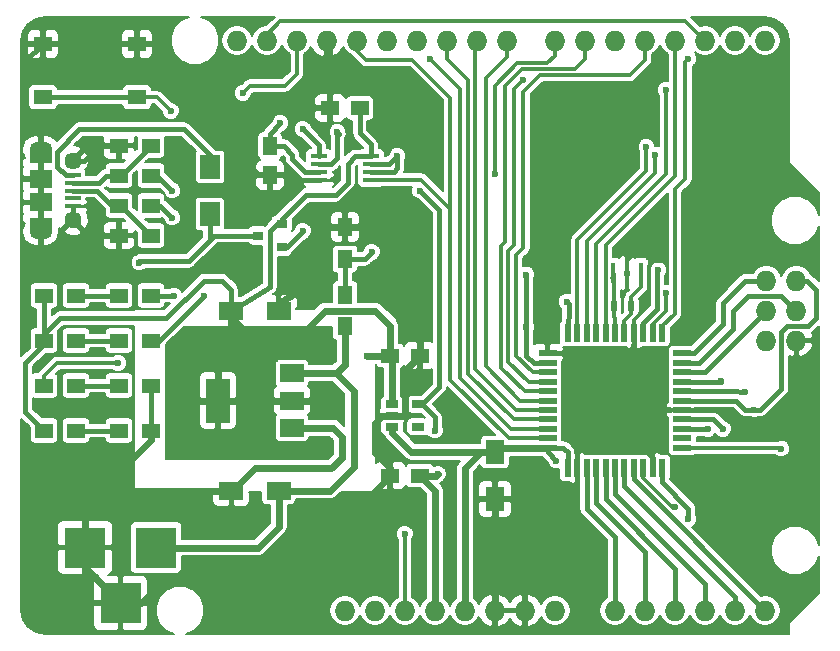
<source format=gbr>
G04 #@! TF.FileFunction,Copper,L1,Top,Signal*
%FSLAX46Y46*%
G04 Gerber Fmt 4.6, Leading zero omitted, Abs format (unit mm)*
G04 Created by KiCad (PCBNEW 4.0.7) date 09/05/18 22:20:03*
%MOMM*%
%LPD*%
G01*
G04 APERTURE LIST*
%ADD10C,0.100000*%
%ADD11R,1.550000X1.300000*%
%ADD12R,0.400000X1.800000*%
%ADD13R,1.500000X1.250000*%
%ADD14R,1.250000X1.500000*%
%ADD15R,2.000000X1.600000*%
%ADD16R,3.500000X3.500000*%
%ADD17R,0.900000X0.800000*%
%ADD18R,1.500000X1.300000*%
%ADD19R,1.060000X0.650000*%
%ADD20R,1.450000X0.450000*%
%ADD21R,1.500000X0.550000*%
%ADD22R,0.550000X1.500000*%
%ADD23R,1.900000X1.500000*%
%ADD24C,1.450000*%
%ADD25R,1.350000X0.400000*%
%ADD26O,1.900000X1.200000*%
%ADD27R,1.900000X1.200000*%
%ADD28O,1.727200X1.727200*%
%ADD29R,2.000000X3.800000*%
%ADD30R,2.000000X1.500000*%
%ADD31R,1.700000X2.000000*%
%ADD32R,1.300000X1.500000*%
%ADD33R,0.500000X0.900000*%
%ADD34R,1.600000X2.000000*%
%ADD35C,0.600000*%
%ADD36C,0.406400*%
%ADD37C,0.609600*%
%ADD38C,0.304800*%
%ADD39C,0.200000*%
G04 APERTURE END LIST*
D10*
D11*
X109050000Y-83530000D03*
X109050000Y-79030000D03*
X117010000Y-79030000D03*
X117010000Y-83530000D03*
D12*
X157296000Y-98425000D03*
X158496000Y-98425000D03*
X159696000Y-98425000D03*
D13*
X138450000Y-105410000D03*
X140950000Y-105410000D03*
D14*
X128270000Y-87650000D03*
X128270000Y-90150000D03*
D15*
X129000000Y-116840000D03*
X125000000Y-116840000D03*
D13*
X135870000Y-84455000D03*
X133370000Y-84455000D03*
X140950000Y-115570000D03*
X138450000Y-115570000D03*
D15*
X125000000Y-101600000D03*
X129000000Y-101600000D03*
D16*
X118618000Y-121666000D03*
X112618000Y-121666000D03*
X115618000Y-126366000D03*
D17*
X129270000Y-96200000D03*
X129270000Y-94300000D03*
X127270000Y-95250000D03*
D18*
X118190000Y-95250000D03*
X115490000Y-95250000D03*
X118190000Y-87630000D03*
X115490000Y-87630000D03*
D19*
X138600000Y-109540000D03*
X138600000Y-110490000D03*
X138600000Y-111440000D03*
X140800000Y-111440000D03*
X140800000Y-109540000D03*
D20*
X132420000Y-88560000D03*
X132420000Y-89210000D03*
X132420000Y-89860000D03*
X132420000Y-90510000D03*
X136820000Y-90510000D03*
X136820000Y-89860000D03*
X136820000Y-89210000D03*
X136820000Y-88560000D03*
D21*
X163180000Y-113220000D03*
X163180000Y-112420000D03*
X163180000Y-111620000D03*
X163180000Y-110820000D03*
X163180000Y-110020000D03*
X163180000Y-109220000D03*
X163180000Y-108420000D03*
X163180000Y-107620000D03*
X163180000Y-106820000D03*
X163180000Y-106020000D03*
X163180000Y-105220000D03*
D22*
X161480000Y-103520000D03*
X160680000Y-103520000D03*
X159880000Y-103520000D03*
X159080000Y-103520000D03*
X158280000Y-103520000D03*
X157480000Y-103520000D03*
X156680000Y-103520000D03*
X155880000Y-103520000D03*
X155080000Y-103520000D03*
X154280000Y-103520000D03*
X153480000Y-103520000D03*
D21*
X151780000Y-105220000D03*
X151780000Y-106020000D03*
X151780000Y-106820000D03*
X151780000Y-107620000D03*
X151780000Y-108420000D03*
X151780000Y-109220000D03*
X151780000Y-110020000D03*
X151780000Y-110820000D03*
X151780000Y-111620000D03*
X151780000Y-112420000D03*
X151780000Y-113220000D03*
D22*
X153480000Y-114920000D03*
X154280000Y-114920000D03*
X155080000Y-114920000D03*
X155880000Y-114920000D03*
X156680000Y-114920000D03*
X157480000Y-114920000D03*
X158280000Y-114920000D03*
X159080000Y-114920000D03*
X159880000Y-114920000D03*
X160680000Y-114920000D03*
X161480000Y-114920000D03*
D23*
X108870000Y-92440000D03*
D24*
X111570000Y-88940000D03*
D25*
X111570000Y-90790000D03*
X111570000Y-90140000D03*
X111570000Y-92740000D03*
X111570000Y-92090000D03*
X111570000Y-91440000D03*
D24*
X111570000Y-93940000D03*
D23*
X108870000Y-90440000D03*
D26*
X108870000Y-87940000D03*
X108870000Y-94940000D03*
D27*
X108870000Y-94340000D03*
X108870000Y-88540000D03*
D28*
X170307000Y-104140000D03*
X172847000Y-104140000D03*
X172847000Y-101600000D03*
X170307000Y-101600000D03*
X172847000Y-99060000D03*
X157480000Y-127000000D03*
X152400000Y-127000000D03*
X149860000Y-127000000D03*
X147320000Y-127000000D03*
X144780000Y-127000000D03*
X142240000Y-127000000D03*
X139700000Y-127000000D03*
X137160000Y-127000000D03*
X170180000Y-78740000D03*
X167640000Y-78740000D03*
X165100000Y-78740000D03*
X162560000Y-78740000D03*
X160020000Y-78740000D03*
X157480000Y-78740000D03*
X154940000Y-78740000D03*
X152400000Y-78740000D03*
X133096000Y-78740000D03*
X148336000Y-78740000D03*
X145796000Y-78740000D03*
X143256000Y-78740000D03*
X125476000Y-78740000D03*
X128016000Y-78740000D03*
X130556000Y-78740000D03*
X135636000Y-78740000D03*
X138176000Y-78740000D03*
X140716000Y-78740000D03*
X134620000Y-127000000D03*
X160020000Y-127000000D03*
X162560000Y-127000000D03*
X165100000Y-127000000D03*
X167640000Y-127000000D03*
X170180000Y-127000000D03*
X170307000Y-99060000D03*
D29*
X123850000Y-109220000D03*
D30*
X130150000Y-109220000D03*
X130150000Y-106920000D03*
X130150000Y-111520000D03*
D18*
X111840000Y-111760000D03*
X109140000Y-111760000D03*
X111840000Y-100330000D03*
X109140000Y-100330000D03*
X111840000Y-104140000D03*
X109140000Y-104140000D03*
X111840000Y-107950000D03*
X109140000Y-107950000D03*
D31*
X123190000Y-93440000D03*
X123190000Y-89440000D03*
D32*
X134620000Y-100250000D03*
X134620000Y-102950000D03*
X134620000Y-94535000D03*
X134620000Y-97235000D03*
D18*
X115490000Y-111760000D03*
X118190000Y-111760000D03*
X118190000Y-92710000D03*
X115490000Y-92710000D03*
X118190000Y-90170000D03*
X115490000Y-90170000D03*
X118190000Y-100330000D03*
X115490000Y-100330000D03*
X118190000Y-104140000D03*
X115490000Y-104140000D03*
X115490000Y-107950000D03*
X118190000Y-107950000D03*
D33*
X158865000Y-101219000D03*
X157365000Y-101219000D03*
D34*
X147320000Y-113570000D03*
X147320000Y-117570000D03*
D35*
X157480000Y-109220000D03*
X160147000Y-109220000D03*
X154305000Y-109093000D03*
X157353000Y-112903000D03*
X157480000Y-105220000D03*
X168719500Y-96583500D03*
X161798000Y-97409000D03*
X162560000Y-118237000D03*
X125984000Y-83185000D03*
X168529000Y-108458000D03*
X117221000Y-97536000D03*
X149733000Y-82042000D03*
X163703000Y-80264000D03*
X171577000Y-113284000D03*
X147320000Y-90043000D03*
X161798000Y-82931000D03*
X160147000Y-87757000D03*
X160909000Y-88392000D03*
X141859000Y-80264000D03*
X166497000Y-107569000D03*
X122682000Y-100330000D03*
X153416000Y-100838000D03*
X120142000Y-100330000D03*
X119888000Y-84709000D03*
X139700000Y-120523000D03*
X161798000Y-100076000D03*
X166624000Y-111633000D03*
X120015000Y-93726000D03*
X165354000Y-111633000D03*
X120015000Y-91440000D03*
X152527000Y-114300000D03*
X149987000Y-98552000D03*
X149987000Y-102997000D03*
X169291000Y-109982000D03*
X163703000Y-119253000D03*
X141351000Y-113538000D03*
X161163000Y-98171000D03*
X136525000Y-105410000D03*
X132715000Y-104775000D03*
X127254000Y-113030000D03*
X127000000Y-110998000D03*
X127000000Y-106172000D03*
X127000000Y-109220000D03*
X132715000Y-109220000D03*
X132715000Y-113030000D03*
X123952000Y-113030000D03*
X121285000Y-109220000D03*
X121285000Y-106045000D03*
X121285000Y-113030000D03*
X123850000Y-106172000D03*
X136906000Y-96647000D03*
X129159000Y-85725000D03*
X142494000Y-115443000D03*
X142240000Y-111760000D03*
X133985000Y-86487000D03*
X140970000Y-91440000D03*
X115443000Y-106045000D03*
X139065000Y-88519000D03*
X131064000Y-86233000D03*
X131064000Y-94869000D03*
D36*
X157480000Y-109220000D02*
X160147000Y-109220000D01*
X157480000Y-109220000D02*
X154432000Y-109220000D01*
X154432000Y-109220000D02*
X154305000Y-109093000D01*
X157480000Y-109220000D02*
X157480000Y-105220000D01*
X157353000Y-109347000D02*
X157480000Y-109220000D01*
X157353000Y-112903000D02*
X157353000Y-109347000D01*
D37*
X147320000Y-119888000D02*
X147320000Y-117570000D01*
X147320000Y-127000000D02*
X147320000Y-119888000D01*
D36*
X154280000Y-114920000D02*
X154280000Y-116738000D01*
X154280000Y-116738000D02*
X153448000Y-117570000D01*
X153448000Y-117570000D02*
X147320000Y-117570000D01*
D38*
X168719500Y-96583500D02*
X168783000Y-96647000D01*
X160782000Y-97409000D02*
X160655000Y-97409000D01*
X159004000Y-96901000D02*
X158496000Y-97409000D01*
X160147000Y-96901000D02*
X159004000Y-96901000D01*
X160655000Y-97409000D02*
X160147000Y-96901000D01*
X161798000Y-97409000D02*
X160782000Y-97409000D01*
X160782000Y-97409000D02*
X160401000Y-97790000D01*
D37*
X134620000Y-94535000D02*
X136699000Y-94535000D01*
X140950000Y-98786000D02*
X140950000Y-105410000D01*
X136699000Y-94535000D02*
X140950000Y-98786000D01*
X132334000Y-98933000D02*
X132334000Y-95377000D01*
X129000000Y-100997000D02*
X132334000Y-98933000D01*
X133176000Y-94535000D02*
X134620000Y-94535000D01*
X132334000Y-95377000D02*
X133176000Y-94535000D01*
D36*
X133370000Y-84455000D02*
X127889000Y-84455000D01*
X127361000Y-90150000D02*
X125984000Y-88773000D01*
X125984000Y-88773000D02*
X125984000Y-86360000D01*
X127361000Y-90150000D02*
X128270000Y-90150000D01*
X127889000Y-84455000D02*
X125984000Y-86360000D01*
X132420000Y-90510000D02*
X130388000Y-90510000D01*
X130388000Y-90510000D02*
X130028000Y-90150000D01*
X130028000Y-90150000D02*
X128270000Y-90150000D01*
D38*
X158496000Y-98425000D02*
X158496000Y-97409000D01*
X160401000Y-98298000D02*
X160401000Y-97790000D01*
X159080000Y-102413000D02*
X159080000Y-103520000D01*
X160401000Y-101092000D02*
X160401000Y-98298000D01*
X159080000Y-102413000D02*
X160401000Y-101092000D01*
D37*
X138450000Y-115570000D02*
X138450000Y-114955000D01*
X138450000Y-114955000D02*
X137160000Y-113665000D01*
X137795000Y-110490000D02*
X138600000Y-110490000D01*
X137160000Y-111125000D02*
X137795000Y-110490000D01*
X137160000Y-113665000D02*
X137160000Y-111125000D01*
X132715000Y-114935000D02*
X133477000Y-114935000D01*
X127000000Y-114935000D02*
X132715000Y-114935000D01*
X125095000Y-116840000D02*
X127000000Y-114935000D01*
X133618000Y-111520000D02*
X130150000Y-111520000D01*
X134366000Y-112268000D02*
X133618000Y-111520000D01*
X134366000Y-114046000D02*
X134366000Y-112268000D01*
X133477000Y-114935000D02*
X134366000Y-114046000D01*
X125000000Y-116840000D02*
X125095000Y-116840000D01*
X125000000Y-116840000D02*
X113919000Y-116840000D01*
X113665000Y-116840000D02*
X113665000Y-117094000D01*
X113919000Y-116840000D02*
X113665000Y-116840000D01*
X129000000Y-101600000D02*
X129000000Y-100997000D01*
X125000000Y-116840000D02*
X125000000Y-116808000D01*
X112618000Y-121666000D02*
X112618000Y-118141000D01*
X112618000Y-118141000D02*
X113665000Y-117094000D01*
X113665000Y-117094000D02*
X118190000Y-112569000D01*
X138450000Y-115570000D02*
X138303000Y-115570000D01*
X115618000Y-126366000D02*
X117347000Y-126366000D01*
X117347000Y-126366000D02*
X119253000Y-124460000D01*
X129560000Y-124460000D02*
X138450000Y-115570000D01*
X119253000Y-124460000D02*
X129560000Y-124460000D01*
D36*
X163180000Y-110020000D02*
X167043000Y-110020000D01*
X167043000Y-110020000D02*
X168148000Y-110998000D01*
X168148000Y-110998000D02*
X170307000Y-110998000D01*
X170307000Y-110998000D02*
X172847000Y-107823000D01*
X172847000Y-107823000D02*
X172847000Y-104140000D01*
X151780000Y-105220000D02*
X158559000Y-105220000D01*
X158559000Y-105220000D02*
X159080000Y-104699000D01*
X159080000Y-104699000D02*
X159080000Y-103520000D01*
X154280000Y-114920000D02*
X154280000Y-113690000D01*
X160680000Y-114071000D02*
X160680000Y-114920000D01*
X159512000Y-112903000D02*
X160680000Y-114071000D01*
X155067000Y-112903000D02*
X157353000Y-112903000D01*
X157353000Y-112903000D02*
X159512000Y-112903000D01*
X154280000Y-113690000D02*
X155067000Y-112903000D01*
D37*
X115618000Y-126366000D02*
X116966000Y-126366000D01*
X112618000Y-121666000D02*
X112618000Y-123366000D01*
X112618000Y-123366000D02*
X115618000Y-126366000D01*
X138600000Y-110490000D02*
X139446000Y-110490000D01*
X139446000Y-110490000D02*
X139700000Y-110236000D01*
X139700000Y-110236000D02*
X139700000Y-106660000D01*
X139700000Y-106660000D02*
X140950000Y-105410000D01*
D36*
X109050000Y-79030000D02*
X117010000Y-79030000D01*
X108870000Y-87940000D02*
X108870000Y-86899000D01*
X107569000Y-80511000D02*
X109050000Y-79030000D01*
X107569000Y-85598000D02*
X107569000Y-80511000D01*
X108870000Y-86899000D02*
X107569000Y-85598000D01*
X108870000Y-90440000D02*
X108870000Y-88540000D01*
X108870000Y-88540000D02*
X108870000Y-87940000D01*
X108870000Y-92440000D02*
X108870000Y-90440000D01*
X108870000Y-94940000D02*
X108870000Y-92440000D01*
X111570000Y-92740000D02*
X111570000Y-93940000D01*
X115490000Y-95250000D02*
X112880000Y-95250000D01*
X112880000Y-95250000D02*
X111570000Y-93940000D01*
X111570000Y-88940000D02*
X112482000Y-88940000D01*
X113792000Y-87630000D02*
X115490000Y-87630000D01*
X112482000Y-88940000D02*
X113792000Y-87630000D01*
X133370000Y-84455000D02*
X133370000Y-79014000D01*
X133370000Y-79014000D02*
X133096000Y-78740000D01*
X118190000Y-111760000D02*
X118190000Y-107950000D01*
D37*
X118190000Y-112569000D02*
X118190000Y-111760000D01*
D38*
X159880000Y-114920000D02*
X159880000Y-115811000D01*
X162306000Y-118237000D02*
X162560000Y-118237000D01*
X159880000Y-115811000D02*
X162306000Y-118237000D01*
X129540000Y-82550000D02*
X130556000Y-81534000D01*
X130556000Y-78740000D02*
X130556000Y-81534000D01*
X126619000Y-82550000D02*
X129540000Y-82550000D01*
X125984000Y-83185000D02*
X126619000Y-82550000D01*
D36*
X167348000Y-108420000D02*
X168529000Y-108458000D01*
X163180000Y-108420000D02*
X167348000Y-108420000D01*
X117221000Y-97536000D02*
X117221000Y-97409000D01*
X117221000Y-97409000D02*
X117221000Y-97536000D01*
X117221000Y-97536000D02*
X117221000Y-97409000D01*
X127270000Y-95250000D02*
X123571000Y-95250000D01*
X123571000Y-95250000D02*
X123190000Y-95631000D01*
X123190000Y-93440000D02*
X123190000Y-95631000D01*
X121412000Y-97409000D02*
X123190000Y-95631000D01*
X117221000Y-97409000D02*
X121412000Y-97409000D01*
D38*
X160020000Y-78740000D02*
X160020000Y-80391000D01*
X150508000Y-106820000D02*
X149098000Y-105410000D01*
X149098000Y-105410000D02*
X149098000Y-97282000D01*
X150508000Y-106820000D02*
X151780000Y-106820000D01*
X149098000Y-96901000D02*
X149098000Y-97282000D01*
X149733000Y-96266000D02*
X149098000Y-96901000D01*
X149733000Y-83058000D02*
X149733000Y-96266000D01*
X151130000Y-81661000D02*
X149733000Y-83058000D01*
X158750000Y-81661000D02*
X151130000Y-81661000D01*
X160020000Y-80391000D02*
X158750000Y-81661000D01*
X154940000Y-78740000D02*
X154940000Y-80264000D01*
X149822000Y-108420000D02*
X151780000Y-108420000D01*
X147828000Y-106426000D02*
X147828000Y-96266000D01*
X149822000Y-108420000D02*
X147828000Y-106426000D01*
X147828000Y-96266000D02*
X147828000Y-96139000D01*
X148209000Y-95758000D02*
X147828000Y-96139000D01*
X148209000Y-82550000D02*
X148209000Y-95758000D01*
X149609198Y-81149802D02*
X148209000Y-82550000D01*
X154054198Y-81149802D02*
X149609198Y-81149802D01*
X154940000Y-80264000D02*
X154054198Y-81149802D01*
X151780000Y-109220000D02*
X149479000Y-109220000D01*
X148336000Y-80137000D02*
X148336000Y-78740000D01*
X146558000Y-81915000D02*
X148336000Y-80137000D01*
X146558000Y-106299000D02*
X146558000Y-81915000D01*
X149479000Y-109220000D02*
X146558000Y-106299000D01*
X136820000Y-90510000D02*
X141056000Y-90510000D01*
X141056000Y-90510000D02*
X143510000Y-92964000D01*
X143510000Y-88392000D02*
X143510000Y-83566000D01*
X143510000Y-92329000D02*
X143510000Y-91567000D01*
X143510000Y-88392000D02*
X143510000Y-91567000D01*
X135636000Y-79629000D02*
X135636000Y-78740000D01*
X136398000Y-80391000D02*
X135636000Y-79629000D01*
X140335000Y-80391000D02*
X136398000Y-80391000D01*
X143510000Y-83566000D02*
X140335000Y-80391000D01*
X151780000Y-112420000D02*
X148488000Y-112420000D01*
X143510000Y-107442000D02*
X143510000Y-92964000D01*
X143510000Y-92964000D02*
X143510000Y-92329000D01*
X148488000Y-112420000D02*
X143510000Y-107442000D01*
X148971000Y-82804000D02*
X148971000Y-85979000D01*
X149733000Y-82042000D02*
X148971000Y-82804000D01*
X148463000Y-96647000D02*
X148463000Y-96520000D01*
X150165000Y-107620000D02*
X148463000Y-105918000D01*
X148463000Y-105918000D02*
X148463000Y-96647000D01*
X151780000Y-107620000D02*
X150165000Y-107620000D01*
X148971000Y-96012000D02*
X148971000Y-85979000D01*
X148463000Y-96520000D02*
X148971000Y-96012000D01*
X163449000Y-80518000D02*
X163449000Y-87376000D01*
X163703000Y-80264000D02*
X163449000Y-80518000D01*
X161480000Y-103520000D02*
X161480000Y-102934000D01*
X161480000Y-102934000D02*
X162560000Y-101854000D01*
X163449000Y-90424000D02*
X163449000Y-87376000D01*
X162560000Y-91313000D02*
X163449000Y-90424000D01*
X162560000Y-101854000D02*
X162560000Y-91313000D01*
X163449000Y-87376000D02*
X163449000Y-86360000D01*
X151780000Y-110820000D02*
X148920000Y-110820000D01*
X143256000Y-80264000D02*
X143256000Y-78740000D01*
X145034000Y-82042000D02*
X143256000Y-80264000D01*
X145034000Y-106934000D02*
X145034000Y-82042000D01*
X148920000Y-110820000D02*
X145034000Y-106934000D01*
X151780000Y-110020000D02*
X149136000Y-110020000D01*
X145669000Y-106553000D02*
X145669000Y-78867000D01*
X149136000Y-110020000D02*
X145669000Y-106553000D01*
X145669000Y-78867000D02*
X145796000Y-78740000D01*
X171577000Y-113284000D02*
X171513000Y-113220000D01*
X163180000Y-113220000D02*
X171513000Y-113220000D01*
X151765000Y-80645000D02*
X152400000Y-80010000D01*
X152400000Y-78740000D02*
X152400000Y-80010000D01*
X147320000Y-82550000D02*
X147320000Y-90043000D01*
X149225000Y-80645000D02*
X147320000Y-82550000D01*
X149225000Y-80645000D02*
X151765000Y-80645000D01*
X156680000Y-103520000D02*
X156680000Y-96050000D01*
X162560000Y-90170000D02*
X162560000Y-78740000D01*
X156680000Y-96050000D02*
X162560000Y-90170000D01*
X155880000Y-96266000D02*
X155880000Y-95961000D01*
X155880000Y-103520000D02*
X155880000Y-96266000D01*
X161798000Y-90043000D02*
X161798000Y-82931000D01*
X155880000Y-95961000D02*
X161798000Y-90043000D01*
X128016000Y-78740000D02*
X128016000Y-78232000D01*
X128016000Y-78232000D02*
X129159000Y-77089000D01*
X129159000Y-77089000D02*
X163449000Y-77089000D01*
X163449000Y-77089000D02*
X165100000Y-78740000D01*
X154305000Y-97409000D02*
X154305000Y-95631000D01*
X160147000Y-89789000D02*
X160147000Y-87757000D01*
X154305000Y-95631000D02*
X160147000Y-89789000D01*
X154305000Y-97409000D02*
X154280000Y-97409000D01*
X154280000Y-97409000D02*
X154305000Y-97409000D01*
X154305000Y-97409000D02*
X154280000Y-97409000D01*
X154280000Y-103520000D02*
X154280000Y-97409000D01*
X155080000Y-95745000D02*
X160909000Y-89916000D01*
X160909000Y-89916000D02*
X160909000Y-88392000D01*
X155080000Y-103520000D02*
X155080000Y-98031000D01*
X155080000Y-98031000D02*
X155080000Y-95745000D01*
D36*
X155080000Y-114920000D02*
X155080000Y-118377000D01*
X157480000Y-120777000D02*
X157480000Y-127000000D01*
X155080000Y-118377000D02*
X157480000Y-120777000D01*
X155880000Y-114920000D02*
X155880000Y-117907000D01*
X160020000Y-122047000D02*
X160020000Y-127000000D01*
X155880000Y-117907000D02*
X160020000Y-122047000D01*
X156680000Y-114920000D02*
X156680000Y-117564000D01*
X162560000Y-123444000D02*
X162560000Y-127000000D01*
X156680000Y-117564000D02*
X162560000Y-123444000D01*
X157480000Y-114920000D02*
X157480000Y-117094000D01*
X165100000Y-124714000D02*
X165100000Y-127000000D01*
X157480000Y-117094000D02*
X165100000Y-124714000D01*
X158280000Y-114920000D02*
X158280000Y-116497000D01*
X167640000Y-125857000D02*
X167640000Y-127000000D01*
X158280000Y-116497000D02*
X167640000Y-125857000D01*
X159080000Y-114920000D02*
X159080000Y-115900000D01*
X159080000Y-115900000D02*
X170180000Y-127000000D01*
X163180000Y-106820000D02*
X165087000Y-106820000D01*
X165087000Y-106820000D02*
X170307000Y-101600000D01*
X163180000Y-106020000D02*
X164617000Y-106020000D01*
X171577000Y-100330000D02*
X172847000Y-101600000D01*
X168783000Y-100330000D02*
X171577000Y-100330000D01*
X167513000Y-101600000D02*
X168783000Y-100330000D01*
X167513000Y-103124000D02*
X167513000Y-101600000D01*
X164617000Y-106020000D02*
X167513000Y-103124000D01*
X163180000Y-105220000D02*
X164147000Y-105220000D01*
X168529000Y-99060000D02*
X170307000Y-99060000D01*
X166624000Y-100965000D02*
X168529000Y-99060000D01*
X166624000Y-102743000D02*
X166624000Y-100965000D01*
X164147000Y-105220000D02*
X166624000Y-102743000D01*
D38*
X144399000Y-84836000D02*
X144399000Y-82804000D01*
X148704000Y-111620000D02*
X144399000Y-107315000D01*
X144399000Y-107315000D02*
X144399000Y-84836000D01*
X151780000Y-111620000D02*
X148704000Y-111620000D01*
X144399000Y-82804000D02*
X141859000Y-80264000D01*
D36*
X166497000Y-107569000D02*
X166446000Y-107620000D01*
X163180000Y-107620000D02*
X166446000Y-107620000D01*
X122682000Y-100330000D02*
X118872000Y-104140000D01*
X118872000Y-104140000D02*
X118190000Y-104140000D01*
X153416000Y-100838000D02*
X153607000Y-101029000D01*
X153607000Y-101029000D02*
X153480000Y-103520000D01*
X118190000Y-100330000D02*
X120142000Y-100330000D01*
D38*
X118709000Y-83530000D02*
X119888000Y-84709000D01*
X117010000Y-83530000D02*
X118709000Y-83530000D01*
X139700000Y-120523000D02*
X139700000Y-127000000D01*
X160680000Y-103520000D02*
X160680000Y-102718000D01*
X161798000Y-101600000D02*
X161798000Y-100076000D01*
X160680000Y-102718000D02*
X161798000Y-101600000D01*
D36*
X109050000Y-83530000D02*
X117010000Y-83530000D01*
X163180000Y-110820000D02*
X165811000Y-110820000D01*
X166624000Y-111633000D02*
X165811000Y-110820000D01*
X118190000Y-92710000D02*
X118999000Y-92710000D01*
X118999000Y-92710000D02*
X120015000Y-93726000D01*
X165354000Y-111633000D02*
X165341000Y-111620000D01*
X163180000Y-111620000D02*
X165341000Y-111620000D01*
X120015000Y-91440000D02*
X118745000Y-90170000D01*
X118190000Y-90170000D02*
X118745000Y-90170000D01*
X111570000Y-90140000D02*
X110968000Y-90140000D01*
X110968000Y-90140000D02*
X110236000Y-89408000D01*
X110236000Y-89408000D02*
X110236000Y-88138000D01*
X110236000Y-88138000D02*
X112141000Y-86233000D01*
X112141000Y-86233000D02*
X121031000Y-86233000D01*
X121031000Y-86233000D02*
X123190000Y-88392000D01*
X123190000Y-88392000D02*
X123190000Y-89440000D01*
X111840000Y-104140000D02*
X115490000Y-104140000D01*
X151780000Y-106020000D02*
X150597000Y-106020000D01*
X149987000Y-105410000D02*
X149987000Y-102997000D01*
X150597000Y-106020000D02*
X149987000Y-105410000D01*
X152527000Y-114300000D02*
X151780000Y-113553000D01*
X151780000Y-113220000D02*
X151780000Y-113553000D01*
X149987000Y-102997000D02*
X149987000Y-98552000D01*
X161480000Y-114920000D02*
X161480000Y-116141000D01*
X163703000Y-118364000D02*
X163703000Y-119253000D01*
X161480000Y-116141000D02*
X163703000Y-118364000D01*
X163703000Y-119253000D02*
X163576000Y-119126000D01*
D37*
X141351000Y-113538000D02*
X141351000Y-113570000D01*
X141351000Y-113570000D02*
X141351000Y-113538000D01*
X141351000Y-113538000D02*
X141351000Y-113570000D01*
X144780000Y-116586000D02*
X144780000Y-114935000D01*
X144780000Y-127000000D02*
X144780000Y-116586000D01*
X144780000Y-114935000D02*
X146145000Y-113570000D01*
X147320000Y-113570000D02*
X146145000Y-113570000D01*
X146145000Y-113570000D02*
X141351000Y-113570000D01*
X141351000Y-113570000D02*
X140240000Y-113570000D01*
X138600000Y-111930000D02*
X138600000Y-111440000D01*
X139700000Y-113030000D02*
X138600000Y-111930000D01*
X140240000Y-113570000D02*
X139700000Y-113030000D01*
X149352000Y-113220000D02*
X147670000Y-113220000D01*
X147670000Y-113220000D02*
X147320000Y-113570000D01*
D36*
X159880000Y-103520000D02*
X159880000Y-102629000D01*
X159880000Y-102629000D02*
X161036000Y-101473000D01*
X161036000Y-101473000D02*
X161036000Y-98298000D01*
X161036000Y-98298000D02*
X161163000Y-98171000D01*
D37*
X126365000Y-103505000D02*
X131064000Y-103505000D01*
X125000000Y-102140000D02*
X126365000Y-103505000D01*
X138450000Y-102890000D02*
X138450000Y-105410000D01*
X137160000Y-101600000D02*
X138450000Y-102890000D01*
X132969000Y-101600000D02*
X137160000Y-101600000D01*
X132207000Y-102362000D02*
X132969000Y-101600000D01*
X131064000Y-103505000D02*
X132207000Y-102362000D01*
D36*
X129270000Y-94300000D02*
X129270000Y-93869000D01*
X135468000Y-88560000D02*
X136820000Y-88560000D01*
X134874000Y-89154000D02*
X135468000Y-88560000D01*
X134874000Y-90805000D02*
X134874000Y-89154000D01*
X133858000Y-91821000D02*
X134874000Y-90805000D01*
X131318000Y-91821000D02*
X133858000Y-91821000D01*
X129270000Y-93869000D02*
X131318000Y-91821000D01*
X128270000Y-96012000D02*
X128270000Y-94869000D01*
X125000000Y-101600000D02*
X128270000Y-99600000D01*
X128270000Y-96012000D02*
X128270000Y-99600000D01*
X128270000Y-94869000D02*
X128839000Y-94300000D01*
X128839000Y-94300000D02*
X129270000Y-94300000D01*
D37*
X138450000Y-105410000D02*
X136525000Y-105410000D01*
X127000000Y-110998000D02*
X127000000Y-109220000D01*
X127000000Y-112776000D02*
X127254000Y-113030000D01*
X127000000Y-112776000D02*
X127000000Y-110998000D01*
X130150000Y-109220000D02*
X132715000Y-109220000D01*
X121285000Y-113030000D02*
X123952000Y-113030000D01*
X121285000Y-106045000D02*
X121285000Y-113030000D01*
X123850000Y-109220000D02*
X121285000Y-109220000D01*
D36*
X119380000Y-102235000D02*
X119507000Y-102235000D01*
X119380000Y-102235000D02*
X110490000Y-102235000D01*
X109140000Y-103585000D02*
X110490000Y-102235000D01*
X125000000Y-99854000D02*
X125000000Y-101600000D01*
X124206000Y-99060000D02*
X125000000Y-99854000D01*
X122682000Y-99060000D02*
X124206000Y-99060000D01*
X119507000Y-102235000D02*
X122682000Y-99060000D01*
X109140000Y-103585000D02*
X109140000Y-104140000D01*
D37*
X125000000Y-102140000D02*
X125000000Y-101600000D01*
D36*
X129270000Y-94300000D02*
X129270000Y-94377000D01*
D37*
X125000000Y-101600000D02*
X125000000Y-101632000D01*
D36*
X163180000Y-109220000D02*
X167767000Y-109220000D01*
X173736000Y-99060000D02*
X172847000Y-99060000D01*
X174498000Y-99822000D02*
X173736000Y-99060000D01*
X174498000Y-102235000D02*
X174498000Y-99822000D01*
X173863000Y-102870000D02*
X174498000Y-102235000D01*
X172085000Y-102870000D02*
X173863000Y-102870000D01*
X171577000Y-103378000D02*
X172085000Y-102870000D01*
X171577000Y-108204000D02*
X171577000Y-103378000D01*
X169799000Y-109982000D02*
X171577000Y-108204000D01*
X168529000Y-109982000D02*
X169291000Y-109982000D01*
X169291000Y-109982000D02*
X169799000Y-109982000D01*
X167767000Y-109220000D02*
X168529000Y-109982000D01*
X153480000Y-114920000D02*
X153480000Y-113602000D01*
X153098000Y-113220000D02*
X151780000Y-113220000D01*
X153480000Y-113602000D02*
X153098000Y-113220000D01*
D37*
X151780000Y-113220000D02*
X149352000Y-113220000D01*
X149352000Y-113220000D02*
X149289000Y-113220000D01*
X138600000Y-109540000D02*
X138600000Y-105560000D01*
X138600000Y-105560000D02*
X138450000Y-105410000D01*
X125000000Y-101600000D02*
X125000000Y-101314000D01*
D36*
X138600000Y-105560000D02*
X138450000Y-105410000D01*
X109140000Y-104140000D02*
X109140000Y-103585000D01*
X109140000Y-103585000D02*
X110363000Y-102362000D01*
X124492000Y-101092000D02*
X125000000Y-101600000D01*
X109140000Y-104140000D02*
X109140000Y-104474000D01*
X109140000Y-104474000D02*
X107569000Y-106045000D01*
X107569000Y-110189000D02*
X109140000Y-111760000D01*
X107569000Y-106045000D02*
X107569000Y-110189000D01*
X109140000Y-100330000D02*
X109140000Y-104140000D01*
X135870000Y-84455000D02*
X135870000Y-86594000D01*
X136820000Y-87544000D02*
X136820000Y-88560000D01*
X135870000Y-86594000D02*
X136820000Y-87544000D01*
D37*
X123850000Y-109220000D02*
X123850000Y-106172000D01*
X123850000Y-106172000D02*
X123850000Y-106020000D01*
X123850000Y-106020000D02*
X125000000Y-104870000D01*
X125000000Y-104870000D02*
X125000000Y-101600000D01*
X130150000Y-109220000D02*
X123850000Y-109220000D01*
D36*
X134620000Y-97235000D02*
X136318000Y-97235000D01*
X136318000Y-97235000D02*
X136906000Y-96647000D01*
X132420000Y-89860000D02*
X131262000Y-89860000D01*
X129433000Y-87650000D02*
X128270000Y-87650000D01*
X130175000Y-88392000D02*
X129433000Y-87650000D01*
X130175000Y-88773000D02*
X130175000Y-88392000D01*
X131262000Y-89860000D02*
X130175000Y-88773000D01*
X128270000Y-87650000D02*
X128270000Y-86614000D01*
X128270000Y-86614000D02*
X129159000Y-85725000D01*
X136906000Y-96647000D02*
X136859000Y-96600000D01*
X134620000Y-98425000D02*
X134620000Y-97235000D01*
X134620000Y-100250000D02*
X134620000Y-98425000D01*
D37*
X134620000Y-106172000D02*
X134620000Y-102950000D01*
X135382000Y-108430000D02*
X133872000Y-106920000D01*
X135382000Y-114808000D02*
X135382000Y-108430000D01*
X132320000Y-106920000D02*
X133872000Y-106920000D01*
X133872000Y-106920000D02*
X134620000Y-106172000D01*
X134620000Y-115570000D02*
X135382000Y-114808000D01*
X134620000Y-115570000D02*
X133350000Y-116840000D01*
X129000000Y-116840000D02*
X133350000Y-116840000D01*
X130150000Y-106920000D02*
X132320000Y-106920000D01*
X118618000Y-121666000D02*
X127254000Y-121666000D01*
X127254000Y-121666000D02*
X129000000Y-119920000D01*
X129000000Y-119920000D02*
X129000000Y-116840000D01*
D36*
X140800000Y-109540000D02*
X141163000Y-109540000D01*
X141163000Y-109540000D02*
X142240000Y-110617000D01*
D37*
X142367000Y-115570000D02*
X142494000Y-115443000D01*
X140950000Y-115570000D02*
X142367000Y-115570000D01*
D36*
X142240000Y-110617000D02*
X142240000Y-111760000D01*
X132420000Y-89210000D02*
X133449598Y-89210000D01*
X133985000Y-88674598D02*
X133985000Y-86487000D01*
X133449598Y-89210000D02*
X133985000Y-88674598D01*
X133985000Y-86487000D02*
X134112000Y-86614000D01*
X142621000Y-93091000D02*
X140970000Y-91440000D01*
X142621000Y-108077000D02*
X142621000Y-93091000D01*
X142621000Y-108077000D02*
X141158000Y-109540000D01*
X140800000Y-109540000D02*
X141158000Y-109540000D01*
D37*
X142240000Y-127000000D02*
X142240000Y-116860000D01*
X142240000Y-116860000D02*
X140950000Y-115570000D01*
D36*
X111840000Y-111760000D02*
X115490000Y-111760000D01*
X111840000Y-100330000D02*
X115490000Y-100330000D01*
D38*
X113919000Y-106045000D02*
X115443000Y-106045000D01*
X109140000Y-107141000D02*
X110236000Y-106045000D01*
X110236000Y-106045000D02*
X113919000Y-106045000D01*
X109140000Y-107950000D02*
X109140000Y-107141000D01*
D36*
X136820000Y-89210000D02*
X138374000Y-89210000D01*
X138374000Y-89210000D02*
X139065000Y-88519000D01*
X136820000Y-89860000D02*
X138740000Y-89860000D01*
X139065000Y-89535000D02*
X139065000Y-88519000D01*
X138740000Y-89860000D02*
X139065000Y-89535000D01*
D38*
X139065000Y-88519000D02*
X139009000Y-88575000D01*
D36*
X111840000Y-107950000D02*
X115490000Y-107950000D01*
X132420000Y-88560000D02*
X132420000Y-87589000D01*
X129733000Y-96200000D02*
X131064000Y-94869000D01*
X129733000Y-96200000D02*
X129270000Y-96200000D01*
X132420000Y-87589000D02*
X131064000Y-86233000D01*
X111570000Y-91440000D02*
X113665000Y-91440000D01*
X115490000Y-92710000D02*
X115650000Y-92710000D01*
X115650000Y-92710000D02*
X118190000Y-95250000D01*
X113665000Y-91440000D02*
X114935000Y-92710000D01*
X114935000Y-92710000D02*
X115490000Y-92710000D01*
X115490000Y-90170000D02*
X115650000Y-90170000D01*
X115650000Y-90170000D02*
X118190000Y-87630000D01*
X114427000Y-90170000D02*
X115490000Y-90170000D01*
X113807000Y-90790000D02*
X114427000Y-90170000D01*
X111570000Y-90790000D02*
X113807000Y-90790000D01*
D38*
X158865000Y-101219000D02*
X158865000Y-100469000D01*
X159696000Y-99638000D02*
X159696000Y-98425000D01*
X158865000Y-100469000D02*
X159696000Y-99638000D01*
X158280000Y-103520000D02*
X158280000Y-102451000D01*
X158865000Y-101866000D02*
X158865000Y-101219000D01*
X158280000Y-102451000D02*
X158865000Y-101866000D01*
X157365000Y-101219000D02*
X157365000Y-98494000D01*
X157365000Y-98494000D02*
X157296000Y-98425000D01*
X157480000Y-103520000D02*
X157480000Y-102235000D01*
X157365000Y-102120000D02*
X157365000Y-101219000D01*
X157480000Y-102235000D02*
X157365000Y-102120000D01*
X157238000Y-98864000D02*
X157296000Y-98806000D01*
D39*
G36*
X123879061Y-103008000D02*
X124694000Y-103008000D01*
X124732000Y-102970000D01*
X125268000Y-102970000D01*
X125306000Y-103008000D01*
X126120939Y-103008000D01*
X126212679Y-102970000D01*
X133511184Y-102970000D01*
X133511184Y-103700000D01*
X133542562Y-103866760D01*
X133641117Y-104019919D01*
X133791495Y-104122668D01*
X133865200Y-104137594D01*
X133865200Y-105859352D01*
X133559352Y-106165200D01*
X131607913Y-106165200D01*
X131577438Y-106003240D01*
X131478883Y-105850081D01*
X131328505Y-105747332D01*
X131150000Y-105711184D01*
X129150000Y-105711184D01*
X128983240Y-105742562D01*
X128830081Y-105841117D01*
X128727332Y-105991495D01*
X128691184Y-106170000D01*
X128691184Y-107670000D01*
X128722562Y-107836760D01*
X128801196Y-107958962D01*
X128634562Y-108125596D01*
X128542000Y-108349062D01*
X128542000Y-108914000D01*
X128694000Y-109066000D01*
X129996000Y-109066000D01*
X129996000Y-109046000D01*
X130304000Y-109046000D01*
X130304000Y-109066000D01*
X131606000Y-109066000D01*
X131758000Y-108914000D01*
X131758000Y-108349062D01*
X131665438Y-108125596D01*
X131497849Y-107958007D01*
X131572668Y-107848505D01*
X131607844Y-107674800D01*
X133559352Y-107674800D01*
X134520000Y-108635449D01*
X134520000Y-111354552D01*
X134151724Y-110986276D01*
X133906850Y-110822656D01*
X133618000Y-110765200D01*
X131607913Y-110765200D01*
X131577438Y-110603240D01*
X131498804Y-110481038D01*
X131665438Y-110314404D01*
X131758000Y-110090938D01*
X131758000Y-109526000D01*
X131606000Y-109374000D01*
X130304000Y-109374000D01*
X130304000Y-109394000D01*
X129996000Y-109394000D01*
X129996000Y-109374000D01*
X128694000Y-109374000D01*
X128542000Y-109526000D01*
X128542000Y-110090938D01*
X128634562Y-110314404D01*
X128802151Y-110481993D01*
X128727332Y-110591495D01*
X128691184Y-110770000D01*
X128691184Y-112270000D01*
X128722562Y-112436760D01*
X128821117Y-112589919D01*
X128971495Y-112692668D01*
X129150000Y-112728816D01*
X131150000Y-112728816D01*
X131316760Y-112697438D01*
X131469919Y-112598883D01*
X131572668Y-112448505D01*
X131607844Y-112274800D01*
X133305352Y-112274800D01*
X133611200Y-112580648D01*
X133611200Y-113733352D01*
X133164352Y-114180200D01*
X127000000Y-114180200D01*
X126900459Y-114200000D01*
X119480000Y-114200000D01*
X119480000Y-109526000D01*
X122242000Y-109526000D01*
X122242000Y-111240938D01*
X122334562Y-111464404D01*
X122505595Y-111635437D01*
X122729061Y-111728000D01*
X123544000Y-111728000D01*
X123696000Y-111576000D01*
X123696000Y-109374000D01*
X124004000Y-109374000D01*
X124004000Y-111576000D01*
X124156000Y-111728000D01*
X124970939Y-111728000D01*
X125194405Y-111635437D01*
X125365438Y-111464404D01*
X125458000Y-111240938D01*
X125458000Y-109526000D01*
X125306000Y-109374000D01*
X124004000Y-109374000D01*
X123696000Y-109374000D01*
X122394000Y-109374000D01*
X122242000Y-109526000D01*
X119480000Y-109526000D01*
X119480000Y-107199062D01*
X122242000Y-107199062D01*
X122242000Y-108914000D01*
X122394000Y-109066000D01*
X123696000Y-109066000D01*
X123696000Y-106864000D01*
X124004000Y-106864000D01*
X124004000Y-109066000D01*
X125306000Y-109066000D01*
X125458000Y-108914000D01*
X125458000Y-107199062D01*
X125365438Y-106975596D01*
X125194405Y-106804563D01*
X124970939Y-106712000D01*
X124156000Y-106712000D01*
X124004000Y-106864000D01*
X123696000Y-106864000D01*
X123544000Y-106712000D01*
X122729061Y-106712000D01*
X122505595Y-106804563D01*
X122334562Y-106975596D01*
X122242000Y-107199062D01*
X119480000Y-107199062D01*
X119480000Y-104455764D01*
X120965764Y-102970000D01*
X123787321Y-102970000D01*
X123879061Y-103008000D01*
X123879061Y-103008000D01*
G37*
X123879061Y-103008000D02*
X124694000Y-103008000D01*
X124732000Y-102970000D01*
X125268000Y-102970000D01*
X125306000Y-103008000D01*
X126120939Y-103008000D01*
X126212679Y-102970000D01*
X133511184Y-102970000D01*
X133511184Y-103700000D01*
X133542562Y-103866760D01*
X133641117Y-104019919D01*
X133791495Y-104122668D01*
X133865200Y-104137594D01*
X133865200Y-105859352D01*
X133559352Y-106165200D01*
X131607913Y-106165200D01*
X131577438Y-106003240D01*
X131478883Y-105850081D01*
X131328505Y-105747332D01*
X131150000Y-105711184D01*
X129150000Y-105711184D01*
X128983240Y-105742562D01*
X128830081Y-105841117D01*
X128727332Y-105991495D01*
X128691184Y-106170000D01*
X128691184Y-107670000D01*
X128722562Y-107836760D01*
X128801196Y-107958962D01*
X128634562Y-108125596D01*
X128542000Y-108349062D01*
X128542000Y-108914000D01*
X128694000Y-109066000D01*
X129996000Y-109066000D01*
X129996000Y-109046000D01*
X130304000Y-109046000D01*
X130304000Y-109066000D01*
X131606000Y-109066000D01*
X131758000Y-108914000D01*
X131758000Y-108349062D01*
X131665438Y-108125596D01*
X131497849Y-107958007D01*
X131572668Y-107848505D01*
X131607844Y-107674800D01*
X133559352Y-107674800D01*
X134520000Y-108635449D01*
X134520000Y-111354552D01*
X134151724Y-110986276D01*
X133906850Y-110822656D01*
X133618000Y-110765200D01*
X131607913Y-110765200D01*
X131577438Y-110603240D01*
X131498804Y-110481038D01*
X131665438Y-110314404D01*
X131758000Y-110090938D01*
X131758000Y-109526000D01*
X131606000Y-109374000D01*
X130304000Y-109374000D01*
X130304000Y-109394000D01*
X129996000Y-109394000D01*
X129996000Y-109374000D01*
X128694000Y-109374000D01*
X128542000Y-109526000D01*
X128542000Y-110090938D01*
X128634562Y-110314404D01*
X128802151Y-110481993D01*
X128727332Y-110591495D01*
X128691184Y-110770000D01*
X128691184Y-112270000D01*
X128722562Y-112436760D01*
X128821117Y-112589919D01*
X128971495Y-112692668D01*
X129150000Y-112728816D01*
X131150000Y-112728816D01*
X131316760Y-112697438D01*
X131469919Y-112598883D01*
X131572668Y-112448505D01*
X131607844Y-112274800D01*
X133305352Y-112274800D01*
X133611200Y-112580648D01*
X133611200Y-113733352D01*
X133164352Y-114180200D01*
X127000000Y-114180200D01*
X126900459Y-114200000D01*
X119480000Y-114200000D01*
X119480000Y-109526000D01*
X122242000Y-109526000D01*
X122242000Y-111240938D01*
X122334562Y-111464404D01*
X122505595Y-111635437D01*
X122729061Y-111728000D01*
X123544000Y-111728000D01*
X123696000Y-111576000D01*
X123696000Y-109374000D01*
X124004000Y-109374000D01*
X124004000Y-111576000D01*
X124156000Y-111728000D01*
X124970939Y-111728000D01*
X125194405Y-111635437D01*
X125365438Y-111464404D01*
X125458000Y-111240938D01*
X125458000Y-109526000D01*
X125306000Y-109374000D01*
X124004000Y-109374000D01*
X123696000Y-109374000D01*
X122394000Y-109374000D01*
X122242000Y-109526000D01*
X119480000Y-109526000D01*
X119480000Y-107199062D01*
X122242000Y-107199062D01*
X122242000Y-108914000D01*
X122394000Y-109066000D01*
X123696000Y-109066000D01*
X123696000Y-106864000D01*
X124004000Y-106864000D01*
X124004000Y-109066000D01*
X125306000Y-109066000D01*
X125458000Y-108914000D01*
X125458000Y-107199062D01*
X125365438Y-106975596D01*
X125194405Y-106804563D01*
X124970939Y-106712000D01*
X124156000Y-106712000D01*
X124004000Y-106864000D01*
X123696000Y-106864000D01*
X123544000Y-106712000D01*
X122729061Y-106712000D01*
X122505595Y-106804563D01*
X122334562Y-106975596D01*
X122242000Y-107199062D01*
X119480000Y-107199062D01*
X119480000Y-104455764D01*
X120965764Y-102970000D01*
X123787321Y-102970000D01*
X123879061Y-103008000D01*
G36*
X170947171Y-76887885D02*
X171597548Y-77322453D01*
X172032115Y-77972829D01*
X172195000Y-78791706D01*
X172195000Y-88900000D01*
X172234963Y-89100909D01*
X172348769Y-89271231D01*
X174735000Y-91657462D01*
X174735000Y-93488453D01*
X174458919Y-92820285D01*
X173882748Y-92243108D01*
X173129559Y-91930357D01*
X172314019Y-91929645D01*
X171560285Y-92241081D01*
X170983108Y-92817252D01*
X170670357Y-93570441D01*
X170669645Y-94385981D01*
X170981081Y-95139715D01*
X171557252Y-95716892D01*
X172310441Y-96029643D01*
X173125981Y-96030355D01*
X173879715Y-95718919D01*
X174456892Y-95142748D01*
X174735000Y-94472989D01*
X174735000Y-99135236D01*
X174197882Y-98598118D01*
X174045643Y-98496395D01*
X173801590Y-98131145D01*
X173375428Y-97846392D01*
X172872735Y-97746400D01*
X172821265Y-97746400D01*
X172318572Y-97846392D01*
X171892410Y-98131145D01*
X171607657Y-98557307D01*
X171577000Y-98711430D01*
X171546343Y-98557307D01*
X171261590Y-98131145D01*
X170835428Y-97846392D01*
X170332735Y-97746400D01*
X170281265Y-97746400D01*
X169778572Y-97846392D01*
X169352410Y-98131145D01*
X169168223Y-98406800D01*
X168529000Y-98406800D01*
X168279031Y-98456522D01*
X168128196Y-98557307D01*
X168067118Y-98598118D01*
X166162118Y-100503118D01*
X166020522Y-100715031D01*
X165970800Y-100965000D01*
X165970800Y-102472436D01*
X163952496Y-104490740D01*
X163930000Y-104486184D01*
X162430000Y-104486184D01*
X162263240Y-104517562D01*
X162110081Y-104616117D01*
X162007332Y-104766495D01*
X161971184Y-104945000D01*
X161971184Y-105495000D01*
X161995568Y-105624589D01*
X161971184Y-105745000D01*
X161971184Y-106295000D01*
X161995568Y-106424589D01*
X161971184Y-106545000D01*
X161971184Y-107095000D01*
X161995568Y-107224589D01*
X161971184Y-107345000D01*
X161971184Y-107895000D01*
X161995568Y-108024589D01*
X161971184Y-108145000D01*
X161971184Y-108695000D01*
X161995568Y-108824589D01*
X161971184Y-108945000D01*
X161971184Y-109343974D01*
X161914562Y-109400596D01*
X161822000Y-109624062D01*
X161822000Y-109730500D01*
X161974000Y-109882500D01*
X162200025Y-109882500D01*
X162251495Y-109917668D01*
X162430000Y-109953816D01*
X163930000Y-109953816D01*
X164096760Y-109922438D01*
X164158825Y-109882500D01*
X164386000Y-109882500D01*
X164395300Y-109873200D01*
X167496436Y-109873200D01*
X168067118Y-110443882D01*
X168279031Y-110585478D01*
X168529000Y-110635200D01*
X168908357Y-110635200D01*
X169141161Y-110731869D01*
X169439530Y-110732130D01*
X169674117Y-110635200D01*
X169799000Y-110635200D01*
X170048969Y-110585478D01*
X170260882Y-110443882D01*
X172038882Y-108665882D01*
X172093720Y-108583811D01*
X172180478Y-108453969D01*
X172230200Y-108204000D01*
X172230200Y-105445130D01*
X172465949Y-105561423D01*
X172693000Y-105451532D01*
X172693000Y-104294000D01*
X173001000Y-104294000D01*
X173001000Y-105451532D01*
X173228051Y-105561423D01*
X173743000Y-105307402D01*
X174121541Y-104875654D01*
X174268411Y-104521049D01*
X174157583Y-104294000D01*
X173001000Y-104294000D01*
X172693000Y-104294000D01*
X172673000Y-104294000D01*
X172673000Y-103986000D01*
X172693000Y-103986000D01*
X172693000Y-103966000D01*
X173001000Y-103966000D01*
X173001000Y-103986000D01*
X174157583Y-103986000D01*
X174268411Y-103758951D01*
X174142110Y-103454007D01*
X174324882Y-103331882D01*
X174735000Y-102921764D01*
X174735000Y-121428453D01*
X174458919Y-120760285D01*
X173882748Y-120183108D01*
X173129559Y-119870357D01*
X172314019Y-119869645D01*
X171560285Y-120181081D01*
X170983108Y-120757252D01*
X170670357Y-121510441D01*
X170669645Y-122325981D01*
X170981081Y-123079715D01*
X171557252Y-123656892D01*
X172310441Y-123969643D01*
X173125981Y-123970355D01*
X173879715Y-123658919D01*
X174456892Y-123082748D01*
X174735000Y-122412989D01*
X174735000Y-125512538D01*
X172348769Y-127898769D01*
X172234963Y-128069091D01*
X172195000Y-128270000D01*
X172195000Y-129015000D01*
X121141547Y-129015000D01*
X121809715Y-128738919D01*
X122386892Y-128162748D01*
X122699643Y-127409559D01*
X122700355Y-126594019D01*
X122388919Y-125840285D01*
X121812748Y-125263108D01*
X121059559Y-124950357D01*
X120244019Y-124949645D01*
X119490285Y-125261081D01*
X118913108Y-125837252D01*
X118600357Y-126590441D01*
X118599645Y-127405981D01*
X118911081Y-128159715D01*
X119487252Y-128736892D01*
X120157011Y-129015000D01*
X109271706Y-129015000D01*
X108452829Y-128852115D01*
X107802453Y-128417548D01*
X107367885Y-127767171D01*
X107205000Y-126948294D01*
X107205000Y-126672000D01*
X113260000Y-126672000D01*
X113260000Y-128236938D01*
X113352562Y-128460404D01*
X113523595Y-128631437D01*
X113747061Y-128724000D01*
X115312000Y-128724000D01*
X115464000Y-128572000D01*
X115464000Y-126520000D01*
X115772000Y-126520000D01*
X115772000Y-128572000D01*
X115924000Y-128724000D01*
X117488939Y-128724000D01*
X117712405Y-128631437D01*
X117883438Y-128460404D01*
X117976000Y-128236938D01*
X117976000Y-126672000D01*
X117824000Y-126520000D01*
X115772000Y-126520000D01*
X115464000Y-126520000D01*
X113412000Y-126520000D01*
X113260000Y-126672000D01*
X107205000Y-126672000D01*
X107205000Y-121972000D01*
X110260000Y-121972000D01*
X110260000Y-123536938D01*
X110352562Y-123760404D01*
X110523595Y-123931437D01*
X110747061Y-124024000D01*
X112312000Y-124024000D01*
X112464000Y-123872000D01*
X112464000Y-121820000D01*
X112772000Y-121820000D01*
X112772000Y-123872000D01*
X112924000Y-124024000D01*
X113708434Y-124024000D01*
X113523595Y-124100563D01*
X113352562Y-124271596D01*
X113260000Y-124495062D01*
X113260000Y-126060000D01*
X113412000Y-126212000D01*
X115464000Y-126212000D01*
X115464000Y-124160000D01*
X115772000Y-124160000D01*
X115772000Y-126212000D01*
X117824000Y-126212000D01*
X117976000Y-126060000D01*
X117976000Y-124495062D01*
X117883438Y-124271596D01*
X117712405Y-124100563D01*
X117488939Y-124008000D01*
X115924000Y-124008000D01*
X115772000Y-124160000D01*
X115464000Y-124160000D01*
X115312000Y-124008000D01*
X114527566Y-124008000D01*
X114712405Y-123931437D01*
X114883438Y-123760404D01*
X114976000Y-123536938D01*
X114976000Y-121972000D01*
X114824000Y-121820000D01*
X112772000Y-121820000D01*
X112464000Y-121820000D01*
X110412000Y-121820000D01*
X110260000Y-121972000D01*
X107205000Y-121972000D01*
X107205000Y-119795062D01*
X110260000Y-119795062D01*
X110260000Y-121360000D01*
X110412000Y-121512000D01*
X112464000Y-121512000D01*
X112464000Y-119460000D01*
X112772000Y-119460000D01*
X112772000Y-121512000D01*
X114824000Y-121512000D01*
X114976000Y-121360000D01*
X114976000Y-119795062D01*
X114883438Y-119571596D01*
X114712405Y-119400563D01*
X114488939Y-119308000D01*
X112924000Y-119308000D01*
X112772000Y-119460000D01*
X112464000Y-119460000D01*
X112312000Y-119308000D01*
X110747061Y-119308000D01*
X110523595Y-119400563D01*
X110352562Y-119571596D01*
X110260000Y-119795062D01*
X107205000Y-119795062D01*
X107205000Y-110748764D01*
X107931184Y-111474948D01*
X107931184Y-112410000D01*
X107962562Y-112576760D01*
X108061117Y-112729919D01*
X108211495Y-112832668D01*
X108390000Y-112868816D01*
X109890000Y-112868816D01*
X110056760Y-112837438D01*
X110209919Y-112738883D01*
X110312668Y-112588505D01*
X110348816Y-112410000D01*
X110348816Y-111110000D01*
X110631184Y-111110000D01*
X110631184Y-112410000D01*
X110662562Y-112576760D01*
X110761117Y-112729919D01*
X110911495Y-112832668D01*
X111090000Y-112868816D01*
X112590000Y-112868816D01*
X112756760Y-112837438D01*
X112909919Y-112738883D01*
X113012668Y-112588505D01*
X113048168Y-112413200D01*
X114281786Y-112413200D01*
X114312562Y-112576760D01*
X114411117Y-112729919D01*
X114561495Y-112832668D01*
X114740000Y-112868816D01*
X116240000Y-112868816D01*
X116406760Y-112837438D01*
X116559919Y-112738883D01*
X116662668Y-112588505D01*
X116698816Y-112410000D01*
X116698816Y-111110000D01*
X116667438Y-110943240D01*
X116568883Y-110790081D01*
X116418505Y-110687332D01*
X116240000Y-110651184D01*
X114740000Y-110651184D01*
X114573240Y-110682562D01*
X114420081Y-110781117D01*
X114317332Y-110931495D01*
X114281832Y-111106800D01*
X113048214Y-111106800D01*
X113017438Y-110943240D01*
X112918883Y-110790081D01*
X112768505Y-110687332D01*
X112590000Y-110651184D01*
X111090000Y-110651184D01*
X110923240Y-110682562D01*
X110770081Y-110781117D01*
X110667332Y-110931495D01*
X110631184Y-111110000D01*
X110348816Y-111110000D01*
X110317438Y-110943240D01*
X110218883Y-110790081D01*
X110068505Y-110687332D01*
X109890000Y-110651184D01*
X108954948Y-110651184D01*
X108222200Y-109918436D01*
X108222200Y-109024836D01*
X108390000Y-109058816D01*
X109890000Y-109058816D01*
X110056760Y-109027438D01*
X110209919Y-108928883D01*
X110312668Y-108778505D01*
X110348816Y-108600000D01*
X110348816Y-107300000D01*
X110631184Y-107300000D01*
X110631184Y-108600000D01*
X110662562Y-108766760D01*
X110761117Y-108919919D01*
X110911495Y-109022668D01*
X111090000Y-109058816D01*
X112590000Y-109058816D01*
X112756760Y-109027438D01*
X112909919Y-108928883D01*
X113012668Y-108778505D01*
X113048168Y-108603200D01*
X114281786Y-108603200D01*
X114312562Y-108766760D01*
X114411117Y-108919919D01*
X114561495Y-109022668D01*
X114740000Y-109058816D01*
X116240000Y-109058816D01*
X116406760Y-109027438D01*
X116559919Y-108928883D01*
X116662668Y-108778505D01*
X116698816Y-108600000D01*
X116698816Y-107300000D01*
X116667438Y-107133240D01*
X116568883Y-106980081D01*
X116418505Y-106877332D01*
X116240000Y-106841184D01*
X114740000Y-106841184D01*
X114573240Y-106872562D01*
X114420081Y-106971117D01*
X114317332Y-107121495D01*
X114281832Y-107296800D01*
X113048214Y-107296800D01*
X113017438Y-107133240D01*
X112918883Y-106980081D01*
X112768505Y-106877332D01*
X112590000Y-106841184D01*
X111090000Y-106841184D01*
X110923240Y-106872562D01*
X110770081Y-106971117D01*
X110667332Y-107121495D01*
X110631184Y-107300000D01*
X110348816Y-107300000D01*
X110317438Y-107133240D01*
X110218883Y-106980081D01*
X110179649Y-106953273D01*
X110485522Y-106647400D01*
X114984615Y-106647400D01*
X115017605Y-106680448D01*
X115293161Y-106794869D01*
X115591530Y-106795130D01*
X115867286Y-106681189D01*
X116078448Y-106470395D01*
X116192869Y-106194839D01*
X116193130Y-105896470D01*
X116079189Y-105620714D01*
X115868395Y-105409552D01*
X115592839Y-105295131D01*
X115294470Y-105294870D01*
X115018714Y-105408811D01*
X114984866Y-105442600D01*
X110236000Y-105442600D01*
X110005471Y-105488455D01*
X109810039Y-105619039D01*
X108714039Y-106715039D01*
X108629751Y-106841184D01*
X108390000Y-106841184D01*
X108223240Y-106872562D01*
X108222200Y-106873231D01*
X108222200Y-106315564D01*
X109288948Y-105248816D01*
X109890000Y-105248816D01*
X110056760Y-105217438D01*
X110209919Y-105118883D01*
X110312668Y-104968505D01*
X110348816Y-104790000D01*
X110348816Y-103490000D01*
X110631184Y-103490000D01*
X110631184Y-104790000D01*
X110662562Y-104956760D01*
X110761117Y-105109919D01*
X110911495Y-105212668D01*
X111090000Y-105248816D01*
X112590000Y-105248816D01*
X112756760Y-105217438D01*
X112909919Y-105118883D01*
X113012668Y-104968505D01*
X113048168Y-104793200D01*
X114281786Y-104793200D01*
X114312562Y-104956760D01*
X114411117Y-105109919D01*
X114561495Y-105212668D01*
X114740000Y-105248816D01*
X116240000Y-105248816D01*
X116406760Y-105217438D01*
X116559919Y-105118883D01*
X116662668Y-104968505D01*
X116698816Y-104790000D01*
X116698816Y-103490000D01*
X116667438Y-103323240D01*
X116568883Y-103170081D01*
X116418505Y-103067332D01*
X116240000Y-103031184D01*
X114740000Y-103031184D01*
X114573240Y-103062562D01*
X114420081Y-103161117D01*
X114317332Y-103311495D01*
X114281832Y-103486800D01*
X113048214Y-103486800D01*
X113017438Y-103323240D01*
X112918883Y-103170081D01*
X112768505Y-103067332D01*
X112590000Y-103031184D01*
X111090000Y-103031184D01*
X110923240Y-103062562D01*
X110770081Y-103161117D01*
X110667332Y-103311495D01*
X110631184Y-103490000D01*
X110348816Y-103490000D01*
X110318719Y-103330045D01*
X110760564Y-102888200D01*
X116740000Y-102888200D01*
X116740000Y-116840000D01*
X116747879Y-116878906D01*
X116770273Y-116911681D01*
X116803654Y-116933161D01*
X116840000Y-116940000D01*
X123392000Y-116940000D01*
X123392000Y-116994002D01*
X123543998Y-116994002D01*
X123392000Y-117146000D01*
X123392000Y-117760938D01*
X123484562Y-117984404D01*
X123655595Y-118155437D01*
X123879061Y-118248000D01*
X124694000Y-118248000D01*
X124846000Y-118096000D01*
X124846000Y-116994000D01*
X124826000Y-116994000D01*
X124826000Y-116940000D01*
X125174000Y-116940000D01*
X125174000Y-116994000D01*
X125154000Y-116994000D01*
X125154000Y-118096000D01*
X125306000Y-118248000D01*
X126120939Y-118248000D01*
X126344405Y-118155437D01*
X126515438Y-117984404D01*
X126608000Y-117760938D01*
X126608000Y-117146000D01*
X126456002Y-116994002D01*
X126608000Y-116994002D01*
X126608000Y-116940000D01*
X127541184Y-116940000D01*
X127541184Y-117640000D01*
X127572562Y-117806760D01*
X127671117Y-117959919D01*
X127821495Y-118062668D01*
X128000000Y-118098816D01*
X128245200Y-118098816D01*
X128245200Y-119607352D01*
X126941352Y-120911200D01*
X120826816Y-120911200D01*
X120826816Y-119916000D01*
X120795438Y-119749240D01*
X120696883Y-119596081D01*
X120546505Y-119493332D01*
X120368000Y-119457184D01*
X116868000Y-119457184D01*
X116701240Y-119488562D01*
X116548081Y-119587117D01*
X116445332Y-119737495D01*
X116409184Y-119916000D01*
X116409184Y-123416000D01*
X116440562Y-123582760D01*
X116539117Y-123735919D01*
X116689495Y-123838668D01*
X116868000Y-123874816D01*
X120368000Y-123874816D01*
X120534760Y-123843438D01*
X120687919Y-123744883D01*
X120790668Y-123594505D01*
X120826816Y-123416000D01*
X120826816Y-122420800D01*
X127254000Y-122420800D01*
X127542850Y-122363344D01*
X127787724Y-122199724D01*
X129533724Y-120453724D01*
X129697344Y-120208849D01*
X129754800Y-119920000D01*
X129754800Y-118098816D01*
X130000000Y-118098816D01*
X130166760Y-118067438D01*
X130319919Y-117968883D01*
X130422668Y-117818505D01*
X130458816Y-117640000D01*
X130458816Y-117594800D01*
X133350000Y-117594800D01*
X133638850Y-117537344D01*
X133883724Y-117373724D01*
X134317448Y-116940000D01*
X137160000Y-116940000D01*
X137198906Y-116932121D01*
X137231681Y-116909727D01*
X137253161Y-116876346D01*
X137260000Y-116840000D01*
X137260000Y-116614842D01*
X137355595Y-116710437D01*
X137579061Y-116803000D01*
X138144000Y-116803000D01*
X138296000Y-116651000D01*
X138296000Y-115724000D01*
X138276000Y-115724000D01*
X138276000Y-115416000D01*
X138296000Y-115416000D01*
X138296000Y-114489000D01*
X138144000Y-114337000D01*
X137579061Y-114337000D01*
X137355595Y-114429563D01*
X137260000Y-114525158D01*
X137260000Y-106164800D01*
X137265608Y-106164800D01*
X137272562Y-106201760D01*
X137371117Y-106354919D01*
X137521495Y-106457668D01*
X137700000Y-106493816D01*
X137845200Y-106493816D01*
X137845200Y-108824910D01*
X137750081Y-108886117D01*
X137647332Y-109036495D01*
X137611184Y-109215000D01*
X137611184Y-109763974D01*
X137554562Y-109820596D01*
X137462000Y-110044062D01*
X137462000Y-110184000D01*
X137614000Y-110336000D01*
X138446000Y-110336000D01*
X138446000Y-110323816D01*
X138754000Y-110323816D01*
X138754000Y-110336000D01*
X139586000Y-110336000D01*
X139738000Y-110184000D01*
X139738000Y-110044062D01*
X139645438Y-109820596D01*
X139588816Y-109763974D01*
X139588816Y-109215000D01*
X139557438Y-109048240D01*
X139458883Y-108895081D01*
X139354800Y-108823964D01*
X139354800Y-106464688D01*
X139366760Y-106462438D01*
X139519919Y-106363883D01*
X139618420Y-106219722D01*
X139684562Y-106379404D01*
X139855595Y-106550437D01*
X140079061Y-106643000D01*
X140644000Y-106643000D01*
X140796000Y-106491000D01*
X140796000Y-105564000D01*
X140776000Y-105564000D01*
X140776000Y-105256000D01*
X140796000Y-105256000D01*
X140796000Y-104329000D01*
X140644000Y-104177000D01*
X140079061Y-104177000D01*
X139855595Y-104269563D01*
X139684562Y-104440596D01*
X139617425Y-104602680D01*
X139528883Y-104465081D01*
X139378505Y-104362332D01*
X139204800Y-104327156D01*
X139204800Y-102890000D01*
X139147344Y-102601151D01*
X139058643Y-102468400D01*
X138983724Y-102356275D01*
X137693724Y-101066276D01*
X137448850Y-100902656D01*
X137160000Y-100845200D01*
X135728816Y-100845200D01*
X135728816Y-99500000D01*
X135697438Y-99333240D01*
X135598883Y-99180081D01*
X135448505Y-99077332D01*
X135273200Y-99041832D01*
X135273200Y-98443214D01*
X135436760Y-98412438D01*
X135589919Y-98313883D01*
X135692668Y-98163505D01*
X135728816Y-97985000D01*
X135728816Y-97888200D01*
X136318000Y-97888200D01*
X136567969Y-97838478D01*
X136779882Y-97696882D01*
X137097311Y-97379453D01*
X137330286Y-97283189D01*
X137541448Y-97072395D01*
X137655869Y-96796839D01*
X137656130Y-96498470D01*
X137542189Y-96222714D01*
X137331395Y-96011552D01*
X137055839Y-95897131D01*
X136757470Y-95896870D01*
X136481714Y-96010811D01*
X136270552Y-96221605D01*
X136173213Y-96456023D01*
X136047436Y-96581800D01*
X135728816Y-96581800D01*
X135728816Y-96485000D01*
X135697438Y-96318240D01*
X135598883Y-96165081D01*
X135448505Y-96062332D01*
X135270000Y-96026184D01*
X133970000Y-96026184D01*
X133803240Y-96057562D01*
X133650081Y-96156117D01*
X133547332Y-96306495D01*
X133511184Y-96485000D01*
X133511184Y-97985000D01*
X133542562Y-98151760D01*
X133641117Y-98304919D01*
X133791495Y-98407668D01*
X133966800Y-98443168D01*
X133966800Y-99041786D01*
X133803240Y-99072562D01*
X133650081Y-99171117D01*
X133547332Y-99321495D01*
X133511184Y-99500000D01*
X133511184Y-100845200D01*
X132969000Y-100845200D01*
X132680151Y-100902656D01*
X132435276Y-101066276D01*
X132001552Y-101500000D01*
X130608000Y-101500000D01*
X130608000Y-101445998D01*
X130456002Y-101445998D01*
X130608000Y-101294000D01*
X130608000Y-100679062D01*
X130515438Y-100455596D01*
X130344405Y-100284563D01*
X130120939Y-100192000D01*
X129306000Y-100192000D01*
X129154000Y-100344000D01*
X129154000Y-101446000D01*
X129174000Y-101446000D01*
X129174000Y-101500000D01*
X128826000Y-101500000D01*
X128826000Y-101446000D01*
X128846000Y-101446000D01*
X128846000Y-100344000D01*
X128694000Y-100192000D01*
X128553980Y-100192000D01*
X128610818Y-100157237D01*
X128667619Y-100104822D01*
X128731882Y-100061882D01*
X128760398Y-100019205D01*
X128798120Y-99984395D01*
X128830538Y-99914233D01*
X128873478Y-99849969D01*
X128883492Y-99799626D01*
X128905021Y-99753031D01*
X128908122Y-99675803D01*
X128923200Y-99600000D01*
X128923200Y-97058816D01*
X129720000Y-97058816D01*
X129886760Y-97027438D01*
X130039919Y-96928883D01*
X130142668Y-96778505D01*
X130161810Y-96683980D01*
X130194882Y-96661882D01*
X131255311Y-95601453D01*
X131488286Y-95505189D01*
X131699448Y-95294395D01*
X131813869Y-95018839D01*
X131814024Y-94841000D01*
X133362000Y-94841000D01*
X133362000Y-95405939D01*
X133454563Y-95629405D01*
X133625596Y-95800438D01*
X133849062Y-95893000D01*
X134314000Y-95893000D01*
X134466000Y-95741000D01*
X134466000Y-94689000D01*
X134774000Y-94689000D01*
X134774000Y-95741000D01*
X134926000Y-95893000D01*
X135390938Y-95893000D01*
X135614404Y-95800438D01*
X135785437Y-95629405D01*
X135878000Y-95405939D01*
X135878000Y-94841000D01*
X135726000Y-94689000D01*
X134774000Y-94689000D01*
X134466000Y-94689000D01*
X133514000Y-94689000D01*
X133362000Y-94841000D01*
X131814024Y-94841000D01*
X131814130Y-94720470D01*
X131700189Y-94444714D01*
X131489395Y-94233552D01*
X131213839Y-94119131D01*
X130915470Y-94118870D01*
X130639714Y-94232811D01*
X130428552Y-94443605D01*
X130331213Y-94678023D01*
X130145699Y-94863537D01*
X130178816Y-94700000D01*
X130178816Y-93900000D01*
X130176274Y-93886490D01*
X130398703Y-93664061D01*
X133362000Y-93664061D01*
X133362000Y-94229000D01*
X133514000Y-94381000D01*
X134466000Y-94381000D01*
X134466000Y-93329000D01*
X134774000Y-93329000D01*
X134774000Y-94381000D01*
X135726000Y-94381000D01*
X135878000Y-94229000D01*
X135878000Y-93664061D01*
X135785437Y-93440595D01*
X135614404Y-93269562D01*
X135390938Y-93177000D01*
X134926000Y-93177000D01*
X134774000Y-93329000D01*
X134466000Y-93329000D01*
X134314000Y-93177000D01*
X133849062Y-93177000D01*
X133625596Y-93269562D01*
X133454563Y-93440595D01*
X133362000Y-93664061D01*
X130398703Y-93664061D01*
X131588564Y-92474200D01*
X133858000Y-92474200D01*
X134107969Y-92424478D01*
X134319882Y-92282882D01*
X135335882Y-91266882D01*
X135477478Y-91054969D01*
X135527200Y-90805000D01*
X135527200Y-89424564D01*
X135636184Y-89315580D01*
X135636184Y-89435000D01*
X135655691Y-89538671D01*
X135636184Y-89635000D01*
X135636184Y-90085000D01*
X135655691Y-90188671D01*
X135636184Y-90285000D01*
X135636184Y-90735000D01*
X135667562Y-90901760D01*
X135766117Y-91054919D01*
X135916495Y-91157668D01*
X136095000Y-91193816D01*
X137545000Y-91193816D01*
X137711760Y-91162438D01*
X137789521Y-91112400D01*
X140293944Y-91112400D01*
X140220131Y-91290161D01*
X140219870Y-91588530D01*
X140333811Y-91864286D01*
X140544605Y-92075448D01*
X140779023Y-92172787D01*
X141967800Y-93361564D01*
X141967800Y-104237832D01*
X141820939Y-104177000D01*
X141256000Y-104177000D01*
X141104000Y-104329000D01*
X141104000Y-105256000D01*
X141124000Y-105256000D01*
X141124000Y-105564000D01*
X141104000Y-105564000D01*
X141104000Y-106491000D01*
X141256000Y-106643000D01*
X141820939Y-106643000D01*
X141967800Y-106582168D01*
X141967800Y-107806436D01*
X141018052Y-108756184D01*
X140270000Y-108756184D01*
X140103240Y-108787562D01*
X139950081Y-108886117D01*
X139847332Y-109036495D01*
X139811184Y-109215000D01*
X139811184Y-109865000D01*
X139842562Y-110031760D01*
X139941117Y-110184919D01*
X140091495Y-110287668D01*
X140270000Y-110323816D01*
X141023052Y-110323816D01*
X141361875Y-110662639D01*
X141330000Y-110656184D01*
X140270000Y-110656184D01*
X140103240Y-110687562D01*
X139950081Y-110786117D01*
X139847332Y-110936495D01*
X139811184Y-111115000D01*
X139811184Y-111765000D01*
X139842562Y-111931760D01*
X139941117Y-112084919D01*
X140091495Y-112187668D01*
X140270000Y-112223816D01*
X141330000Y-112223816D01*
X141496760Y-112192438D01*
X141583987Y-112136309D01*
X141603811Y-112184286D01*
X141814605Y-112395448D01*
X142090161Y-112509869D01*
X142388530Y-112510130D01*
X142664286Y-112396189D01*
X142875448Y-112185395D01*
X142989869Y-111909839D01*
X142990130Y-111611470D01*
X142893200Y-111376883D01*
X142893200Y-110617000D01*
X142843478Y-110367031D01*
X142701882Y-110155118D01*
X142084264Y-109537500D01*
X143082882Y-108538882D01*
X143224478Y-108326969D01*
X143235173Y-108273200D01*
X143274200Y-108077000D01*
X143274200Y-108058122D01*
X147327262Y-112111184D01*
X146520000Y-112111184D01*
X146353240Y-112142562D01*
X146200081Y-112241117D01*
X146097332Y-112391495D01*
X146061184Y-112570000D01*
X146061184Y-112815200D01*
X141566028Y-112815200D01*
X141500839Y-112788131D01*
X141375237Y-112788021D01*
X141351000Y-112783200D01*
X141326975Y-112787979D01*
X141202470Y-112787870D01*
X141136327Y-112815200D01*
X140552648Y-112815200D01*
X139574271Y-111836823D01*
X139588816Y-111765000D01*
X139588816Y-111216026D01*
X139645438Y-111159404D01*
X139738000Y-110935938D01*
X139738000Y-110796000D01*
X139586000Y-110644000D01*
X138754000Y-110644000D01*
X138754000Y-110656184D01*
X138446000Y-110656184D01*
X138446000Y-110644000D01*
X137614000Y-110644000D01*
X137462000Y-110796000D01*
X137462000Y-110935938D01*
X137554562Y-111159404D01*
X137611184Y-111216026D01*
X137611184Y-111765000D01*
X137642562Y-111931760D01*
X137741117Y-112084919D01*
X137891495Y-112187668D01*
X137896662Y-112188714D01*
X137902656Y-112218850D01*
X138066276Y-112463724D01*
X139706276Y-114103724D01*
X139951150Y-114267344D01*
X139986000Y-114274276D01*
X140240000Y-114324800D01*
X144322752Y-114324800D01*
X144246276Y-114401276D01*
X144082656Y-114646150D01*
X144050551Y-114807552D01*
X144025200Y-114935000D01*
X144025200Y-125937649D01*
X143825410Y-126071145D01*
X143540657Y-126497307D01*
X143510000Y-126651430D01*
X143479343Y-126497307D01*
X143194590Y-126071145D01*
X142994800Y-125937649D01*
X142994800Y-116860000D01*
X142937344Y-116571151D01*
X142855766Y-116449061D01*
X142773724Y-116326275D01*
X142691184Y-116243735D01*
X142900724Y-116103724D01*
X143027724Y-115976724D01*
X143041334Y-115956356D01*
X143129448Y-115868395D01*
X143177614Y-115752398D01*
X143191344Y-115731850D01*
X143196123Y-115707824D01*
X143243869Y-115592839D01*
X143243979Y-115467237D01*
X143248800Y-115443000D01*
X143244021Y-115418975D01*
X143244130Y-115294470D01*
X143196165Y-115178386D01*
X143191344Y-115154151D01*
X143177736Y-115133784D01*
X143130189Y-115018714D01*
X143041453Y-114929823D01*
X143027724Y-114909276D01*
X143007356Y-114895667D01*
X142919395Y-114807552D01*
X142803396Y-114759385D01*
X142782849Y-114745656D01*
X142758824Y-114740877D01*
X142643839Y-114693131D01*
X142518237Y-114693021D01*
X142494000Y-114688200D01*
X142469975Y-114692979D01*
X142345470Y-114692870D01*
X142229387Y-114740835D01*
X142205150Y-114745656D01*
X142184782Y-114759265D01*
X142128262Y-114782619D01*
X142127438Y-114778240D01*
X142028883Y-114625081D01*
X141878505Y-114522332D01*
X141700000Y-114486184D01*
X140200000Y-114486184D01*
X140033240Y-114517562D01*
X139880081Y-114616117D01*
X139781580Y-114760278D01*
X139715438Y-114600596D01*
X139544405Y-114429563D01*
X139320939Y-114337000D01*
X138756000Y-114337000D01*
X138604000Y-114489000D01*
X138604000Y-115416000D01*
X138624000Y-115416000D01*
X138624000Y-115724000D01*
X138604000Y-115724000D01*
X138604000Y-116651000D01*
X138756000Y-116803000D01*
X139320939Y-116803000D01*
X139544405Y-116710437D01*
X139715438Y-116539404D01*
X139782575Y-116377320D01*
X139871117Y-116514919D01*
X140021495Y-116617668D01*
X140200000Y-116653816D01*
X140966368Y-116653816D01*
X141485200Y-117172649D01*
X141485200Y-125937649D01*
X141285410Y-126071145D01*
X141000657Y-126497307D01*
X140970000Y-126651430D01*
X140939343Y-126497307D01*
X140654590Y-126071145D01*
X140302400Y-125835819D01*
X140302400Y-120981385D01*
X140335448Y-120948395D01*
X140449869Y-120672839D01*
X140450130Y-120374470D01*
X140336189Y-120098714D01*
X140125395Y-119887552D01*
X139849839Y-119773131D01*
X139551470Y-119772870D01*
X139275714Y-119886811D01*
X139064552Y-120097605D01*
X138950131Y-120373161D01*
X138949870Y-120671530D01*
X139063811Y-120947286D01*
X139097600Y-120981134D01*
X139097600Y-125835819D01*
X138745410Y-126071145D01*
X138460657Y-126497307D01*
X138430000Y-126651430D01*
X138399343Y-126497307D01*
X138114590Y-126071145D01*
X137688428Y-125786392D01*
X137185735Y-125686400D01*
X137134265Y-125686400D01*
X136631572Y-125786392D01*
X136205410Y-126071145D01*
X135920657Y-126497307D01*
X135890000Y-126651430D01*
X135859343Y-126497307D01*
X135574590Y-126071145D01*
X135148428Y-125786392D01*
X134645735Y-125686400D01*
X134594265Y-125686400D01*
X134091572Y-125786392D01*
X133665410Y-126071145D01*
X133380657Y-126497307D01*
X133280665Y-127000000D01*
X133380657Y-127502693D01*
X133665410Y-127928855D01*
X134091572Y-128213608D01*
X134594265Y-128313600D01*
X134645735Y-128313600D01*
X135148428Y-128213608D01*
X135574590Y-127928855D01*
X135859343Y-127502693D01*
X135890000Y-127348570D01*
X135920657Y-127502693D01*
X136205410Y-127928855D01*
X136631572Y-128213608D01*
X137134265Y-128313600D01*
X137185735Y-128313600D01*
X137688428Y-128213608D01*
X138114590Y-127928855D01*
X138399343Y-127502693D01*
X138430000Y-127348570D01*
X138460657Y-127502693D01*
X138745410Y-127928855D01*
X139171572Y-128213608D01*
X139674265Y-128313600D01*
X139725735Y-128313600D01*
X140228428Y-128213608D01*
X140654590Y-127928855D01*
X140939343Y-127502693D01*
X140970000Y-127348570D01*
X141000657Y-127502693D01*
X141285410Y-127928855D01*
X141711572Y-128213608D01*
X142214265Y-128313600D01*
X142265735Y-128313600D01*
X142768428Y-128213608D01*
X143194590Y-127928855D01*
X143479343Y-127502693D01*
X143510000Y-127348570D01*
X143540657Y-127502693D01*
X143825410Y-127928855D01*
X144251572Y-128213608D01*
X144754265Y-128313600D01*
X144805735Y-128313600D01*
X145308428Y-128213608D01*
X145734590Y-127928855D01*
X145975900Y-127567710D01*
X146045459Y-127735654D01*
X146424000Y-128167402D01*
X146938949Y-128421423D01*
X147166000Y-128311532D01*
X147166000Y-127154000D01*
X147474000Y-127154000D01*
X147474000Y-128311532D01*
X147701051Y-128421423D01*
X148216000Y-128167402D01*
X148590000Y-127740833D01*
X148964000Y-128167402D01*
X149478949Y-128421423D01*
X149706000Y-128311532D01*
X149706000Y-127154000D01*
X147474000Y-127154000D01*
X147166000Y-127154000D01*
X147146000Y-127154000D01*
X147146000Y-126846000D01*
X147166000Y-126846000D01*
X147166000Y-125688468D01*
X147474000Y-125688468D01*
X147474000Y-126846000D01*
X149706000Y-126846000D01*
X149706000Y-125688468D01*
X150014000Y-125688468D01*
X150014000Y-126846000D01*
X150034000Y-126846000D01*
X150034000Y-127154000D01*
X150014000Y-127154000D01*
X150014000Y-128311532D01*
X150241051Y-128421423D01*
X150756000Y-128167402D01*
X151134541Y-127735654D01*
X151204100Y-127567710D01*
X151445410Y-127928855D01*
X151871572Y-128213608D01*
X152374265Y-128313600D01*
X152425735Y-128313600D01*
X152928428Y-128213608D01*
X153354590Y-127928855D01*
X153639343Y-127502693D01*
X153739335Y-127000000D01*
X153639343Y-126497307D01*
X153354590Y-126071145D01*
X152928428Y-125786392D01*
X152425735Y-125686400D01*
X152374265Y-125686400D01*
X151871572Y-125786392D01*
X151445410Y-126071145D01*
X151204100Y-126432290D01*
X151134541Y-126264346D01*
X150756000Y-125832598D01*
X150241051Y-125578577D01*
X150014000Y-125688468D01*
X149706000Y-125688468D01*
X149478949Y-125578577D01*
X148964000Y-125832598D01*
X148590000Y-126259167D01*
X148216000Y-125832598D01*
X147701051Y-125578577D01*
X147474000Y-125688468D01*
X147166000Y-125688468D01*
X146938949Y-125578577D01*
X146424000Y-125832598D01*
X146045459Y-126264346D01*
X145975900Y-126432290D01*
X145734590Y-126071145D01*
X145534800Y-125937649D01*
X145534800Y-117876000D01*
X145912000Y-117876000D01*
X145912000Y-118690939D01*
X146004563Y-118914405D01*
X146175596Y-119085438D01*
X146399062Y-119178000D01*
X147014000Y-119178000D01*
X147166000Y-119026000D01*
X147166000Y-117724000D01*
X147474000Y-117724000D01*
X147474000Y-119026000D01*
X147626000Y-119178000D01*
X148240938Y-119178000D01*
X148464404Y-119085438D01*
X148635437Y-118914405D01*
X148728000Y-118690939D01*
X148728000Y-117876000D01*
X148576000Y-117724000D01*
X147474000Y-117724000D01*
X147166000Y-117724000D01*
X146064000Y-117724000D01*
X145912000Y-117876000D01*
X145534800Y-117876000D01*
X145534800Y-116449061D01*
X145912000Y-116449061D01*
X145912000Y-117264000D01*
X146064000Y-117416000D01*
X147166000Y-117416000D01*
X147166000Y-116114000D01*
X147474000Y-116114000D01*
X147474000Y-117416000D01*
X148576000Y-117416000D01*
X148728000Y-117264000D01*
X148728000Y-116449061D01*
X148635437Y-116225595D01*
X148464404Y-116054562D01*
X148240938Y-115962000D01*
X147626000Y-115962000D01*
X147474000Y-116114000D01*
X147166000Y-116114000D01*
X147014000Y-115962000D01*
X146399062Y-115962000D01*
X146175596Y-116054562D01*
X146004563Y-116225595D01*
X145912000Y-116449061D01*
X145534800Y-116449061D01*
X145534800Y-115247648D01*
X146085139Y-114697310D01*
X146092562Y-114736760D01*
X146191117Y-114889919D01*
X146341495Y-114992668D01*
X146520000Y-115028816D01*
X148120000Y-115028816D01*
X148286760Y-114997438D01*
X148439919Y-114898883D01*
X148542668Y-114748505D01*
X148578816Y-114570000D01*
X148578816Y-113974800D01*
X151291336Y-113974800D01*
X151318118Y-114014882D01*
X151794547Y-114491311D01*
X151890811Y-114724286D01*
X152101605Y-114935448D01*
X152377161Y-115049869D01*
X152675530Y-115050130D01*
X152746184Y-115020936D01*
X152746184Y-115670000D01*
X152777562Y-115836760D01*
X152876117Y-115989919D01*
X153026495Y-116092668D01*
X153205000Y-116128816D01*
X153603974Y-116128816D01*
X153660596Y-116185438D01*
X153884062Y-116278000D01*
X153990500Y-116278000D01*
X154142500Y-116126000D01*
X154142500Y-115899975D01*
X154177668Y-115848505D01*
X154213816Y-115670000D01*
X154213816Y-114170000D01*
X154346184Y-114170000D01*
X154346184Y-115670000D01*
X154377562Y-115836760D01*
X154417500Y-115898825D01*
X154417500Y-116126000D01*
X154426800Y-116135300D01*
X154426800Y-118377000D01*
X154476522Y-118626969D01*
X154618118Y-118838882D01*
X156826800Y-121047564D01*
X156826800Y-125869762D01*
X156525410Y-126071145D01*
X156240657Y-126497307D01*
X156140665Y-127000000D01*
X156240657Y-127502693D01*
X156525410Y-127928855D01*
X156951572Y-128213608D01*
X157454265Y-128313600D01*
X157505735Y-128313600D01*
X158008428Y-128213608D01*
X158434590Y-127928855D01*
X158719343Y-127502693D01*
X158750000Y-127348570D01*
X158780657Y-127502693D01*
X159065410Y-127928855D01*
X159491572Y-128213608D01*
X159994265Y-128313600D01*
X160045735Y-128313600D01*
X160548428Y-128213608D01*
X160974590Y-127928855D01*
X161259343Y-127502693D01*
X161290000Y-127348570D01*
X161320657Y-127502693D01*
X161605410Y-127928855D01*
X162031572Y-128213608D01*
X162534265Y-128313600D01*
X162585735Y-128313600D01*
X163088428Y-128213608D01*
X163514590Y-127928855D01*
X163799343Y-127502693D01*
X163830000Y-127348570D01*
X163860657Y-127502693D01*
X164145410Y-127928855D01*
X164571572Y-128213608D01*
X165074265Y-128313600D01*
X165125735Y-128313600D01*
X165628428Y-128213608D01*
X166054590Y-127928855D01*
X166339343Y-127502693D01*
X166370000Y-127348570D01*
X166400657Y-127502693D01*
X166685410Y-127928855D01*
X167111572Y-128213608D01*
X167614265Y-128313600D01*
X167665735Y-128313600D01*
X168168428Y-128213608D01*
X168594590Y-127928855D01*
X168879343Y-127502693D01*
X168910000Y-127348570D01*
X168940657Y-127502693D01*
X169225410Y-127928855D01*
X169651572Y-128213608D01*
X170154265Y-128313600D01*
X170205735Y-128313600D01*
X170708428Y-128213608D01*
X171134590Y-127928855D01*
X171419343Y-127502693D01*
X171519335Y-127000000D01*
X171419343Y-126497307D01*
X171134590Y-126071145D01*
X170708428Y-125786392D01*
X170205735Y-125686400D01*
X170154265Y-125686400D01*
X169850572Y-125746808D01*
X164032230Y-119928466D01*
X164127286Y-119889189D01*
X164338448Y-119678395D01*
X164452869Y-119402839D01*
X164453130Y-119104470D01*
X164356200Y-118869883D01*
X164356200Y-118364000D01*
X164306478Y-118114031D01*
X164164882Y-117902118D01*
X162150715Y-115887951D01*
X162177668Y-115848505D01*
X162213816Y-115670000D01*
X162213816Y-114170000D01*
X162182438Y-114003240D01*
X162083883Y-113850081D01*
X161933505Y-113747332D01*
X161755000Y-113711184D01*
X161356026Y-113711184D01*
X161299404Y-113654562D01*
X161075938Y-113562000D01*
X160969500Y-113562000D01*
X160817500Y-113714000D01*
X160817500Y-113940025D01*
X160782332Y-113991495D01*
X160746184Y-114170000D01*
X160746184Y-115094000D01*
X160613816Y-115094000D01*
X160613816Y-114170000D01*
X160582438Y-114003240D01*
X160542500Y-113941175D01*
X160542500Y-113714000D01*
X160390500Y-113562000D01*
X160284062Y-113562000D01*
X160060596Y-113654562D01*
X160003974Y-113711184D01*
X159605000Y-113711184D01*
X159475411Y-113735568D01*
X159355000Y-113711184D01*
X158805000Y-113711184D01*
X158675411Y-113735568D01*
X158555000Y-113711184D01*
X158005000Y-113711184D01*
X157875411Y-113735568D01*
X157755000Y-113711184D01*
X157205000Y-113711184D01*
X157075411Y-113735568D01*
X156955000Y-113711184D01*
X156405000Y-113711184D01*
X156275411Y-113735568D01*
X156155000Y-113711184D01*
X155605000Y-113711184D01*
X155475411Y-113735568D01*
X155355000Y-113711184D01*
X154956026Y-113711184D01*
X154899404Y-113654562D01*
X154675938Y-113562000D01*
X154569500Y-113562000D01*
X154417500Y-113714000D01*
X154417500Y-113940025D01*
X154382332Y-113991495D01*
X154346184Y-114170000D01*
X154213816Y-114170000D01*
X154182438Y-114003240D01*
X154142500Y-113941175D01*
X154142500Y-113714000D01*
X154133200Y-113704700D01*
X154133200Y-113602000D01*
X154083478Y-113352031D01*
X153941882Y-113140118D01*
X153559882Y-112758118D01*
X153347969Y-112616522D01*
X153098000Y-112566800D01*
X152988816Y-112566800D01*
X152988816Y-112145000D01*
X152964432Y-112015411D01*
X152988816Y-111895000D01*
X152988816Y-111345000D01*
X152964432Y-111215411D01*
X152988816Y-111095000D01*
X152988816Y-110545000D01*
X152964432Y-110415411D01*
X152985879Y-110309500D01*
X161822000Y-110309500D01*
X161822000Y-110415938D01*
X161914562Y-110639404D01*
X161971184Y-110696026D01*
X161971184Y-111095000D01*
X161995568Y-111224589D01*
X161971184Y-111345000D01*
X161971184Y-111895000D01*
X161995568Y-112024589D01*
X161971184Y-112145000D01*
X161971184Y-112695000D01*
X161995568Y-112824589D01*
X161971184Y-112945000D01*
X161971184Y-113495000D01*
X162002562Y-113661760D01*
X162101117Y-113814919D01*
X162251495Y-113917668D01*
X162430000Y-113953816D01*
X163930000Y-113953816D01*
X164096760Y-113922438D01*
X164249919Y-113823883D01*
X164250932Y-113822400D01*
X171054726Y-113822400D01*
X171151605Y-113919448D01*
X171427161Y-114033869D01*
X171725530Y-114034130D01*
X172001286Y-113920189D01*
X172212448Y-113709395D01*
X172326869Y-113433839D01*
X172327130Y-113135470D01*
X172213189Y-112859714D01*
X172002395Y-112648552D01*
X171726839Y-112534131D01*
X171428470Y-112533870D01*
X171225830Y-112617600D01*
X164388816Y-112617600D01*
X164388816Y-112273200D01*
X164940049Y-112273200D01*
X165204161Y-112382869D01*
X165502530Y-112383130D01*
X165778286Y-112269189D01*
X165989183Y-112058660D01*
X166198605Y-112268448D01*
X166474161Y-112382869D01*
X166772530Y-112383130D01*
X167048286Y-112269189D01*
X167259448Y-112058395D01*
X167373869Y-111782839D01*
X167374130Y-111484470D01*
X167260189Y-111208714D01*
X167049395Y-110997552D01*
X166814977Y-110900213D01*
X166272882Y-110358118D01*
X166060969Y-110216522D01*
X165811000Y-110166800D01*
X164395300Y-110166800D01*
X164386000Y-110157500D01*
X164159975Y-110157500D01*
X164108505Y-110122332D01*
X163930000Y-110086184D01*
X162430000Y-110086184D01*
X162263240Y-110117562D01*
X162201175Y-110157500D01*
X161974000Y-110157500D01*
X161822000Y-110309500D01*
X152985879Y-110309500D01*
X152988816Y-110295000D01*
X152988816Y-109745000D01*
X152964432Y-109615411D01*
X152988816Y-109495000D01*
X152988816Y-108945000D01*
X152964432Y-108815411D01*
X152988816Y-108695000D01*
X152988816Y-108145000D01*
X152964432Y-108015411D01*
X152988816Y-107895000D01*
X152988816Y-107345000D01*
X152964432Y-107215411D01*
X152988816Y-107095000D01*
X152988816Y-106545000D01*
X152964432Y-106415411D01*
X152988816Y-106295000D01*
X152988816Y-105896026D01*
X153045438Y-105839404D01*
X153138000Y-105615938D01*
X153138000Y-105509500D01*
X152986000Y-105357500D01*
X152759975Y-105357500D01*
X152708505Y-105322332D01*
X152530000Y-105286184D01*
X151606000Y-105286184D01*
X151606000Y-105082500D01*
X151626000Y-105082500D01*
X151626000Y-104489000D01*
X151474000Y-104337000D01*
X150909061Y-104337000D01*
X150685595Y-104429563D01*
X150640200Y-104474958D01*
X150640200Y-103379643D01*
X150736869Y-103146839D01*
X150737130Y-102848470D01*
X150640200Y-102613883D01*
X150640200Y-98934643D01*
X150736869Y-98701839D01*
X150737130Y-98403470D01*
X150623189Y-98127714D01*
X150412395Y-97916552D01*
X150136839Y-97802131D01*
X149838470Y-97801870D01*
X149700400Y-97858920D01*
X149700400Y-97150522D01*
X150158961Y-96691961D01*
X150289545Y-96496529D01*
X150335400Y-96266000D01*
X150335400Y-83307522D01*
X151379522Y-82263400D01*
X158750000Y-82263400D01*
X158980529Y-82217545D01*
X159175961Y-82086961D01*
X160445961Y-80816961D01*
X160576545Y-80621528D01*
X160622400Y-80391000D01*
X160622400Y-79904181D01*
X160974590Y-79668855D01*
X161259343Y-79242693D01*
X161290000Y-79088570D01*
X161320657Y-79242693D01*
X161605410Y-79668855D01*
X161957600Y-79904181D01*
X161957600Y-82185184D01*
X161947839Y-82181131D01*
X161649470Y-82180870D01*
X161373714Y-82294811D01*
X161162552Y-82505605D01*
X161048131Y-82781161D01*
X161047870Y-83079530D01*
X161161811Y-83355286D01*
X161195600Y-83389134D01*
X161195600Y-87698919D01*
X161058839Y-87642131D01*
X160897101Y-87641990D01*
X160897130Y-87608470D01*
X160783189Y-87332714D01*
X160572395Y-87121552D01*
X160296839Y-87007131D01*
X159998470Y-87006870D01*
X159722714Y-87120811D01*
X159511552Y-87331605D01*
X159397131Y-87607161D01*
X159396870Y-87905530D01*
X159510811Y-88181286D01*
X159544600Y-88215134D01*
X159544600Y-89539478D01*
X153879039Y-95205039D01*
X153748455Y-95400471D01*
X153737518Y-95455456D01*
X153702600Y-95631000D01*
X153702600Y-97283317D01*
X153677600Y-97409000D01*
X153677600Y-100134538D01*
X153565839Y-100088131D01*
X153267470Y-100087870D01*
X152991714Y-100201811D01*
X152780552Y-100412605D01*
X152666131Y-100688161D01*
X152665870Y-100986530D01*
X152779811Y-101262286D01*
X152933222Y-101415965D01*
X152880624Y-102447640D01*
X152782332Y-102591495D01*
X152746184Y-102770000D01*
X152746184Y-104270000D01*
X152767907Y-104385450D01*
X152650939Y-104337000D01*
X152086000Y-104337000D01*
X151934000Y-104489000D01*
X151934000Y-105082500D01*
X152986000Y-105082500D01*
X153138000Y-104930500D01*
X153138000Y-104824062D01*
X153088801Y-104705285D01*
X153205000Y-104728816D01*
X153755000Y-104728816D01*
X153884589Y-104704432D01*
X154005000Y-104728816D01*
X154555000Y-104728816D01*
X154684589Y-104704432D01*
X154805000Y-104728816D01*
X155355000Y-104728816D01*
X155484589Y-104704432D01*
X155605000Y-104728816D01*
X156155000Y-104728816D01*
X156284589Y-104704432D01*
X156405000Y-104728816D01*
X156955000Y-104728816D01*
X157084589Y-104704432D01*
X157205000Y-104728816D01*
X157755000Y-104728816D01*
X157884589Y-104704432D01*
X158005000Y-104728816D01*
X158403974Y-104728816D01*
X158460596Y-104785438D01*
X158684062Y-104878000D01*
X158790500Y-104878000D01*
X158942500Y-104726000D01*
X158942500Y-104499975D01*
X158977668Y-104448505D01*
X159013816Y-104270000D01*
X159013816Y-103346000D01*
X159146184Y-103346000D01*
X159146184Y-104270000D01*
X159177562Y-104436760D01*
X159217500Y-104498825D01*
X159217500Y-104726000D01*
X159369500Y-104878000D01*
X159475938Y-104878000D01*
X159699404Y-104785438D01*
X159756026Y-104728816D01*
X160155000Y-104728816D01*
X160284589Y-104704432D01*
X160405000Y-104728816D01*
X160955000Y-104728816D01*
X161084589Y-104704432D01*
X161205000Y-104728816D01*
X161755000Y-104728816D01*
X161921760Y-104697438D01*
X162074919Y-104598883D01*
X162177668Y-104448505D01*
X162213816Y-104270000D01*
X162213816Y-103052106D01*
X162985961Y-102279961D01*
X163116545Y-102084529D01*
X163162400Y-101854000D01*
X163162400Y-91562522D01*
X163874961Y-90849961D01*
X164005545Y-90654529D01*
X164051400Y-90424000D01*
X164051400Y-80931545D01*
X164127286Y-80900189D01*
X164338448Y-80689395D01*
X164452869Y-80413839D01*
X164453130Y-80115470D01*
X164339189Y-79839714D01*
X164215136Y-79715445D01*
X164571572Y-79953608D01*
X165074265Y-80053600D01*
X165125735Y-80053600D01*
X165628428Y-79953608D01*
X166054590Y-79668855D01*
X166339343Y-79242693D01*
X166370000Y-79088570D01*
X166400657Y-79242693D01*
X166685410Y-79668855D01*
X167111572Y-79953608D01*
X167614265Y-80053600D01*
X167665735Y-80053600D01*
X168168428Y-79953608D01*
X168594590Y-79668855D01*
X168879343Y-79242693D01*
X168910000Y-79088570D01*
X168940657Y-79242693D01*
X169225410Y-79668855D01*
X169651572Y-79953608D01*
X170154265Y-80053600D01*
X170205735Y-80053600D01*
X170708428Y-79953608D01*
X171134590Y-79668855D01*
X171419343Y-79242693D01*
X171519335Y-78740000D01*
X171419343Y-78237307D01*
X171134590Y-77811145D01*
X170708428Y-77526392D01*
X170205735Y-77426400D01*
X170154265Y-77426400D01*
X169651572Y-77526392D01*
X169225410Y-77811145D01*
X168940657Y-78237307D01*
X168910000Y-78391430D01*
X168879343Y-78237307D01*
X168594590Y-77811145D01*
X168168428Y-77526392D01*
X167665735Y-77426400D01*
X167614265Y-77426400D01*
X167111572Y-77526392D01*
X166685410Y-77811145D01*
X166400657Y-78237307D01*
X166370000Y-78391430D01*
X166339343Y-78237307D01*
X166054590Y-77811145D01*
X165628428Y-77526392D01*
X165125735Y-77426400D01*
X165074265Y-77426400D01*
X164710650Y-77498728D01*
X163936922Y-76725000D01*
X170128294Y-76725000D01*
X170947171Y-76887885D01*
X170947171Y-76887885D01*
G37*
X170947171Y-76887885D02*
X171597548Y-77322453D01*
X172032115Y-77972829D01*
X172195000Y-78791706D01*
X172195000Y-88900000D01*
X172234963Y-89100909D01*
X172348769Y-89271231D01*
X174735000Y-91657462D01*
X174735000Y-93488453D01*
X174458919Y-92820285D01*
X173882748Y-92243108D01*
X173129559Y-91930357D01*
X172314019Y-91929645D01*
X171560285Y-92241081D01*
X170983108Y-92817252D01*
X170670357Y-93570441D01*
X170669645Y-94385981D01*
X170981081Y-95139715D01*
X171557252Y-95716892D01*
X172310441Y-96029643D01*
X173125981Y-96030355D01*
X173879715Y-95718919D01*
X174456892Y-95142748D01*
X174735000Y-94472989D01*
X174735000Y-99135236D01*
X174197882Y-98598118D01*
X174045643Y-98496395D01*
X173801590Y-98131145D01*
X173375428Y-97846392D01*
X172872735Y-97746400D01*
X172821265Y-97746400D01*
X172318572Y-97846392D01*
X171892410Y-98131145D01*
X171607657Y-98557307D01*
X171577000Y-98711430D01*
X171546343Y-98557307D01*
X171261590Y-98131145D01*
X170835428Y-97846392D01*
X170332735Y-97746400D01*
X170281265Y-97746400D01*
X169778572Y-97846392D01*
X169352410Y-98131145D01*
X169168223Y-98406800D01*
X168529000Y-98406800D01*
X168279031Y-98456522D01*
X168128196Y-98557307D01*
X168067118Y-98598118D01*
X166162118Y-100503118D01*
X166020522Y-100715031D01*
X165970800Y-100965000D01*
X165970800Y-102472436D01*
X163952496Y-104490740D01*
X163930000Y-104486184D01*
X162430000Y-104486184D01*
X162263240Y-104517562D01*
X162110081Y-104616117D01*
X162007332Y-104766495D01*
X161971184Y-104945000D01*
X161971184Y-105495000D01*
X161995568Y-105624589D01*
X161971184Y-105745000D01*
X161971184Y-106295000D01*
X161995568Y-106424589D01*
X161971184Y-106545000D01*
X161971184Y-107095000D01*
X161995568Y-107224589D01*
X161971184Y-107345000D01*
X161971184Y-107895000D01*
X161995568Y-108024589D01*
X161971184Y-108145000D01*
X161971184Y-108695000D01*
X161995568Y-108824589D01*
X161971184Y-108945000D01*
X161971184Y-109343974D01*
X161914562Y-109400596D01*
X161822000Y-109624062D01*
X161822000Y-109730500D01*
X161974000Y-109882500D01*
X162200025Y-109882500D01*
X162251495Y-109917668D01*
X162430000Y-109953816D01*
X163930000Y-109953816D01*
X164096760Y-109922438D01*
X164158825Y-109882500D01*
X164386000Y-109882500D01*
X164395300Y-109873200D01*
X167496436Y-109873200D01*
X168067118Y-110443882D01*
X168279031Y-110585478D01*
X168529000Y-110635200D01*
X168908357Y-110635200D01*
X169141161Y-110731869D01*
X169439530Y-110732130D01*
X169674117Y-110635200D01*
X169799000Y-110635200D01*
X170048969Y-110585478D01*
X170260882Y-110443882D01*
X172038882Y-108665882D01*
X172093720Y-108583811D01*
X172180478Y-108453969D01*
X172230200Y-108204000D01*
X172230200Y-105445130D01*
X172465949Y-105561423D01*
X172693000Y-105451532D01*
X172693000Y-104294000D01*
X173001000Y-104294000D01*
X173001000Y-105451532D01*
X173228051Y-105561423D01*
X173743000Y-105307402D01*
X174121541Y-104875654D01*
X174268411Y-104521049D01*
X174157583Y-104294000D01*
X173001000Y-104294000D01*
X172693000Y-104294000D01*
X172673000Y-104294000D01*
X172673000Y-103986000D01*
X172693000Y-103986000D01*
X172693000Y-103966000D01*
X173001000Y-103966000D01*
X173001000Y-103986000D01*
X174157583Y-103986000D01*
X174268411Y-103758951D01*
X174142110Y-103454007D01*
X174324882Y-103331882D01*
X174735000Y-102921764D01*
X174735000Y-121428453D01*
X174458919Y-120760285D01*
X173882748Y-120183108D01*
X173129559Y-119870357D01*
X172314019Y-119869645D01*
X171560285Y-120181081D01*
X170983108Y-120757252D01*
X170670357Y-121510441D01*
X170669645Y-122325981D01*
X170981081Y-123079715D01*
X171557252Y-123656892D01*
X172310441Y-123969643D01*
X173125981Y-123970355D01*
X173879715Y-123658919D01*
X174456892Y-123082748D01*
X174735000Y-122412989D01*
X174735000Y-125512538D01*
X172348769Y-127898769D01*
X172234963Y-128069091D01*
X172195000Y-128270000D01*
X172195000Y-129015000D01*
X121141547Y-129015000D01*
X121809715Y-128738919D01*
X122386892Y-128162748D01*
X122699643Y-127409559D01*
X122700355Y-126594019D01*
X122388919Y-125840285D01*
X121812748Y-125263108D01*
X121059559Y-124950357D01*
X120244019Y-124949645D01*
X119490285Y-125261081D01*
X118913108Y-125837252D01*
X118600357Y-126590441D01*
X118599645Y-127405981D01*
X118911081Y-128159715D01*
X119487252Y-128736892D01*
X120157011Y-129015000D01*
X109271706Y-129015000D01*
X108452829Y-128852115D01*
X107802453Y-128417548D01*
X107367885Y-127767171D01*
X107205000Y-126948294D01*
X107205000Y-126672000D01*
X113260000Y-126672000D01*
X113260000Y-128236938D01*
X113352562Y-128460404D01*
X113523595Y-128631437D01*
X113747061Y-128724000D01*
X115312000Y-128724000D01*
X115464000Y-128572000D01*
X115464000Y-126520000D01*
X115772000Y-126520000D01*
X115772000Y-128572000D01*
X115924000Y-128724000D01*
X117488939Y-128724000D01*
X117712405Y-128631437D01*
X117883438Y-128460404D01*
X117976000Y-128236938D01*
X117976000Y-126672000D01*
X117824000Y-126520000D01*
X115772000Y-126520000D01*
X115464000Y-126520000D01*
X113412000Y-126520000D01*
X113260000Y-126672000D01*
X107205000Y-126672000D01*
X107205000Y-121972000D01*
X110260000Y-121972000D01*
X110260000Y-123536938D01*
X110352562Y-123760404D01*
X110523595Y-123931437D01*
X110747061Y-124024000D01*
X112312000Y-124024000D01*
X112464000Y-123872000D01*
X112464000Y-121820000D01*
X112772000Y-121820000D01*
X112772000Y-123872000D01*
X112924000Y-124024000D01*
X113708434Y-124024000D01*
X113523595Y-124100563D01*
X113352562Y-124271596D01*
X113260000Y-124495062D01*
X113260000Y-126060000D01*
X113412000Y-126212000D01*
X115464000Y-126212000D01*
X115464000Y-124160000D01*
X115772000Y-124160000D01*
X115772000Y-126212000D01*
X117824000Y-126212000D01*
X117976000Y-126060000D01*
X117976000Y-124495062D01*
X117883438Y-124271596D01*
X117712405Y-124100563D01*
X117488939Y-124008000D01*
X115924000Y-124008000D01*
X115772000Y-124160000D01*
X115464000Y-124160000D01*
X115312000Y-124008000D01*
X114527566Y-124008000D01*
X114712405Y-123931437D01*
X114883438Y-123760404D01*
X114976000Y-123536938D01*
X114976000Y-121972000D01*
X114824000Y-121820000D01*
X112772000Y-121820000D01*
X112464000Y-121820000D01*
X110412000Y-121820000D01*
X110260000Y-121972000D01*
X107205000Y-121972000D01*
X107205000Y-119795062D01*
X110260000Y-119795062D01*
X110260000Y-121360000D01*
X110412000Y-121512000D01*
X112464000Y-121512000D01*
X112464000Y-119460000D01*
X112772000Y-119460000D01*
X112772000Y-121512000D01*
X114824000Y-121512000D01*
X114976000Y-121360000D01*
X114976000Y-119795062D01*
X114883438Y-119571596D01*
X114712405Y-119400563D01*
X114488939Y-119308000D01*
X112924000Y-119308000D01*
X112772000Y-119460000D01*
X112464000Y-119460000D01*
X112312000Y-119308000D01*
X110747061Y-119308000D01*
X110523595Y-119400563D01*
X110352562Y-119571596D01*
X110260000Y-119795062D01*
X107205000Y-119795062D01*
X107205000Y-110748764D01*
X107931184Y-111474948D01*
X107931184Y-112410000D01*
X107962562Y-112576760D01*
X108061117Y-112729919D01*
X108211495Y-112832668D01*
X108390000Y-112868816D01*
X109890000Y-112868816D01*
X110056760Y-112837438D01*
X110209919Y-112738883D01*
X110312668Y-112588505D01*
X110348816Y-112410000D01*
X110348816Y-111110000D01*
X110631184Y-111110000D01*
X110631184Y-112410000D01*
X110662562Y-112576760D01*
X110761117Y-112729919D01*
X110911495Y-112832668D01*
X111090000Y-112868816D01*
X112590000Y-112868816D01*
X112756760Y-112837438D01*
X112909919Y-112738883D01*
X113012668Y-112588505D01*
X113048168Y-112413200D01*
X114281786Y-112413200D01*
X114312562Y-112576760D01*
X114411117Y-112729919D01*
X114561495Y-112832668D01*
X114740000Y-112868816D01*
X116240000Y-112868816D01*
X116406760Y-112837438D01*
X116559919Y-112738883D01*
X116662668Y-112588505D01*
X116698816Y-112410000D01*
X116698816Y-111110000D01*
X116667438Y-110943240D01*
X116568883Y-110790081D01*
X116418505Y-110687332D01*
X116240000Y-110651184D01*
X114740000Y-110651184D01*
X114573240Y-110682562D01*
X114420081Y-110781117D01*
X114317332Y-110931495D01*
X114281832Y-111106800D01*
X113048214Y-111106800D01*
X113017438Y-110943240D01*
X112918883Y-110790081D01*
X112768505Y-110687332D01*
X112590000Y-110651184D01*
X111090000Y-110651184D01*
X110923240Y-110682562D01*
X110770081Y-110781117D01*
X110667332Y-110931495D01*
X110631184Y-111110000D01*
X110348816Y-111110000D01*
X110317438Y-110943240D01*
X110218883Y-110790081D01*
X110068505Y-110687332D01*
X109890000Y-110651184D01*
X108954948Y-110651184D01*
X108222200Y-109918436D01*
X108222200Y-109024836D01*
X108390000Y-109058816D01*
X109890000Y-109058816D01*
X110056760Y-109027438D01*
X110209919Y-108928883D01*
X110312668Y-108778505D01*
X110348816Y-108600000D01*
X110348816Y-107300000D01*
X110631184Y-107300000D01*
X110631184Y-108600000D01*
X110662562Y-108766760D01*
X110761117Y-108919919D01*
X110911495Y-109022668D01*
X111090000Y-109058816D01*
X112590000Y-109058816D01*
X112756760Y-109027438D01*
X112909919Y-108928883D01*
X113012668Y-108778505D01*
X113048168Y-108603200D01*
X114281786Y-108603200D01*
X114312562Y-108766760D01*
X114411117Y-108919919D01*
X114561495Y-109022668D01*
X114740000Y-109058816D01*
X116240000Y-109058816D01*
X116406760Y-109027438D01*
X116559919Y-108928883D01*
X116662668Y-108778505D01*
X116698816Y-108600000D01*
X116698816Y-107300000D01*
X116667438Y-107133240D01*
X116568883Y-106980081D01*
X116418505Y-106877332D01*
X116240000Y-106841184D01*
X114740000Y-106841184D01*
X114573240Y-106872562D01*
X114420081Y-106971117D01*
X114317332Y-107121495D01*
X114281832Y-107296800D01*
X113048214Y-107296800D01*
X113017438Y-107133240D01*
X112918883Y-106980081D01*
X112768505Y-106877332D01*
X112590000Y-106841184D01*
X111090000Y-106841184D01*
X110923240Y-106872562D01*
X110770081Y-106971117D01*
X110667332Y-107121495D01*
X110631184Y-107300000D01*
X110348816Y-107300000D01*
X110317438Y-107133240D01*
X110218883Y-106980081D01*
X110179649Y-106953273D01*
X110485522Y-106647400D01*
X114984615Y-106647400D01*
X115017605Y-106680448D01*
X115293161Y-106794869D01*
X115591530Y-106795130D01*
X115867286Y-106681189D01*
X116078448Y-106470395D01*
X116192869Y-106194839D01*
X116193130Y-105896470D01*
X116079189Y-105620714D01*
X115868395Y-105409552D01*
X115592839Y-105295131D01*
X115294470Y-105294870D01*
X115018714Y-105408811D01*
X114984866Y-105442600D01*
X110236000Y-105442600D01*
X110005471Y-105488455D01*
X109810039Y-105619039D01*
X108714039Y-106715039D01*
X108629751Y-106841184D01*
X108390000Y-106841184D01*
X108223240Y-106872562D01*
X108222200Y-106873231D01*
X108222200Y-106315564D01*
X109288948Y-105248816D01*
X109890000Y-105248816D01*
X110056760Y-105217438D01*
X110209919Y-105118883D01*
X110312668Y-104968505D01*
X110348816Y-104790000D01*
X110348816Y-103490000D01*
X110631184Y-103490000D01*
X110631184Y-104790000D01*
X110662562Y-104956760D01*
X110761117Y-105109919D01*
X110911495Y-105212668D01*
X111090000Y-105248816D01*
X112590000Y-105248816D01*
X112756760Y-105217438D01*
X112909919Y-105118883D01*
X113012668Y-104968505D01*
X113048168Y-104793200D01*
X114281786Y-104793200D01*
X114312562Y-104956760D01*
X114411117Y-105109919D01*
X114561495Y-105212668D01*
X114740000Y-105248816D01*
X116240000Y-105248816D01*
X116406760Y-105217438D01*
X116559919Y-105118883D01*
X116662668Y-104968505D01*
X116698816Y-104790000D01*
X116698816Y-103490000D01*
X116667438Y-103323240D01*
X116568883Y-103170081D01*
X116418505Y-103067332D01*
X116240000Y-103031184D01*
X114740000Y-103031184D01*
X114573240Y-103062562D01*
X114420081Y-103161117D01*
X114317332Y-103311495D01*
X114281832Y-103486800D01*
X113048214Y-103486800D01*
X113017438Y-103323240D01*
X112918883Y-103170081D01*
X112768505Y-103067332D01*
X112590000Y-103031184D01*
X111090000Y-103031184D01*
X110923240Y-103062562D01*
X110770081Y-103161117D01*
X110667332Y-103311495D01*
X110631184Y-103490000D01*
X110348816Y-103490000D01*
X110318719Y-103330045D01*
X110760564Y-102888200D01*
X116740000Y-102888200D01*
X116740000Y-116840000D01*
X116747879Y-116878906D01*
X116770273Y-116911681D01*
X116803654Y-116933161D01*
X116840000Y-116940000D01*
X123392000Y-116940000D01*
X123392000Y-116994002D01*
X123543998Y-116994002D01*
X123392000Y-117146000D01*
X123392000Y-117760938D01*
X123484562Y-117984404D01*
X123655595Y-118155437D01*
X123879061Y-118248000D01*
X124694000Y-118248000D01*
X124846000Y-118096000D01*
X124846000Y-116994000D01*
X124826000Y-116994000D01*
X124826000Y-116940000D01*
X125174000Y-116940000D01*
X125174000Y-116994000D01*
X125154000Y-116994000D01*
X125154000Y-118096000D01*
X125306000Y-118248000D01*
X126120939Y-118248000D01*
X126344405Y-118155437D01*
X126515438Y-117984404D01*
X126608000Y-117760938D01*
X126608000Y-117146000D01*
X126456002Y-116994002D01*
X126608000Y-116994002D01*
X126608000Y-116940000D01*
X127541184Y-116940000D01*
X127541184Y-117640000D01*
X127572562Y-117806760D01*
X127671117Y-117959919D01*
X127821495Y-118062668D01*
X128000000Y-118098816D01*
X128245200Y-118098816D01*
X128245200Y-119607352D01*
X126941352Y-120911200D01*
X120826816Y-120911200D01*
X120826816Y-119916000D01*
X120795438Y-119749240D01*
X120696883Y-119596081D01*
X120546505Y-119493332D01*
X120368000Y-119457184D01*
X116868000Y-119457184D01*
X116701240Y-119488562D01*
X116548081Y-119587117D01*
X116445332Y-119737495D01*
X116409184Y-119916000D01*
X116409184Y-123416000D01*
X116440562Y-123582760D01*
X116539117Y-123735919D01*
X116689495Y-123838668D01*
X116868000Y-123874816D01*
X120368000Y-123874816D01*
X120534760Y-123843438D01*
X120687919Y-123744883D01*
X120790668Y-123594505D01*
X120826816Y-123416000D01*
X120826816Y-122420800D01*
X127254000Y-122420800D01*
X127542850Y-122363344D01*
X127787724Y-122199724D01*
X129533724Y-120453724D01*
X129697344Y-120208849D01*
X129754800Y-119920000D01*
X129754800Y-118098816D01*
X130000000Y-118098816D01*
X130166760Y-118067438D01*
X130319919Y-117968883D01*
X130422668Y-117818505D01*
X130458816Y-117640000D01*
X130458816Y-117594800D01*
X133350000Y-117594800D01*
X133638850Y-117537344D01*
X133883724Y-117373724D01*
X134317448Y-116940000D01*
X137160000Y-116940000D01*
X137198906Y-116932121D01*
X137231681Y-116909727D01*
X137253161Y-116876346D01*
X137260000Y-116840000D01*
X137260000Y-116614842D01*
X137355595Y-116710437D01*
X137579061Y-116803000D01*
X138144000Y-116803000D01*
X138296000Y-116651000D01*
X138296000Y-115724000D01*
X138276000Y-115724000D01*
X138276000Y-115416000D01*
X138296000Y-115416000D01*
X138296000Y-114489000D01*
X138144000Y-114337000D01*
X137579061Y-114337000D01*
X137355595Y-114429563D01*
X137260000Y-114525158D01*
X137260000Y-106164800D01*
X137265608Y-106164800D01*
X137272562Y-106201760D01*
X137371117Y-106354919D01*
X137521495Y-106457668D01*
X137700000Y-106493816D01*
X137845200Y-106493816D01*
X137845200Y-108824910D01*
X137750081Y-108886117D01*
X137647332Y-109036495D01*
X137611184Y-109215000D01*
X137611184Y-109763974D01*
X137554562Y-109820596D01*
X137462000Y-110044062D01*
X137462000Y-110184000D01*
X137614000Y-110336000D01*
X138446000Y-110336000D01*
X138446000Y-110323816D01*
X138754000Y-110323816D01*
X138754000Y-110336000D01*
X139586000Y-110336000D01*
X139738000Y-110184000D01*
X139738000Y-110044062D01*
X139645438Y-109820596D01*
X139588816Y-109763974D01*
X139588816Y-109215000D01*
X139557438Y-109048240D01*
X139458883Y-108895081D01*
X139354800Y-108823964D01*
X139354800Y-106464688D01*
X139366760Y-106462438D01*
X139519919Y-106363883D01*
X139618420Y-106219722D01*
X139684562Y-106379404D01*
X139855595Y-106550437D01*
X140079061Y-106643000D01*
X140644000Y-106643000D01*
X140796000Y-106491000D01*
X140796000Y-105564000D01*
X140776000Y-105564000D01*
X140776000Y-105256000D01*
X140796000Y-105256000D01*
X140796000Y-104329000D01*
X140644000Y-104177000D01*
X140079061Y-104177000D01*
X139855595Y-104269563D01*
X139684562Y-104440596D01*
X139617425Y-104602680D01*
X139528883Y-104465081D01*
X139378505Y-104362332D01*
X139204800Y-104327156D01*
X139204800Y-102890000D01*
X139147344Y-102601151D01*
X139058643Y-102468400D01*
X138983724Y-102356275D01*
X137693724Y-101066276D01*
X137448850Y-100902656D01*
X137160000Y-100845200D01*
X135728816Y-100845200D01*
X135728816Y-99500000D01*
X135697438Y-99333240D01*
X135598883Y-99180081D01*
X135448505Y-99077332D01*
X135273200Y-99041832D01*
X135273200Y-98443214D01*
X135436760Y-98412438D01*
X135589919Y-98313883D01*
X135692668Y-98163505D01*
X135728816Y-97985000D01*
X135728816Y-97888200D01*
X136318000Y-97888200D01*
X136567969Y-97838478D01*
X136779882Y-97696882D01*
X137097311Y-97379453D01*
X137330286Y-97283189D01*
X137541448Y-97072395D01*
X137655869Y-96796839D01*
X137656130Y-96498470D01*
X137542189Y-96222714D01*
X137331395Y-96011552D01*
X137055839Y-95897131D01*
X136757470Y-95896870D01*
X136481714Y-96010811D01*
X136270552Y-96221605D01*
X136173213Y-96456023D01*
X136047436Y-96581800D01*
X135728816Y-96581800D01*
X135728816Y-96485000D01*
X135697438Y-96318240D01*
X135598883Y-96165081D01*
X135448505Y-96062332D01*
X135270000Y-96026184D01*
X133970000Y-96026184D01*
X133803240Y-96057562D01*
X133650081Y-96156117D01*
X133547332Y-96306495D01*
X133511184Y-96485000D01*
X133511184Y-97985000D01*
X133542562Y-98151760D01*
X133641117Y-98304919D01*
X133791495Y-98407668D01*
X133966800Y-98443168D01*
X133966800Y-99041786D01*
X133803240Y-99072562D01*
X133650081Y-99171117D01*
X133547332Y-99321495D01*
X133511184Y-99500000D01*
X133511184Y-100845200D01*
X132969000Y-100845200D01*
X132680151Y-100902656D01*
X132435276Y-101066276D01*
X132001552Y-101500000D01*
X130608000Y-101500000D01*
X130608000Y-101445998D01*
X130456002Y-101445998D01*
X130608000Y-101294000D01*
X130608000Y-100679062D01*
X130515438Y-100455596D01*
X130344405Y-100284563D01*
X130120939Y-100192000D01*
X129306000Y-100192000D01*
X129154000Y-100344000D01*
X129154000Y-101446000D01*
X129174000Y-101446000D01*
X129174000Y-101500000D01*
X128826000Y-101500000D01*
X128826000Y-101446000D01*
X128846000Y-101446000D01*
X128846000Y-100344000D01*
X128694000Y-100192000D01*
X128553980Y-100192000D01*
X128610818Y-100157237D01*
X128667619Y-100104822D01*
X128731882Y-100061882D01*
X128760398Y-100019205D01*
X128798120Y-99984395D01*
X128830538Y-99914233D01*
X128873478Y-99849969D01*
X128883492Y-99799626D01*
X128905021Y-99753031D01*
X128908122Y-99675803D01*
X128923200Y-99600000D01*
X128923200Y-97058816D01*
X129720000Y-97058816D01*
X129886760Y-97027438D01*
X130039919Y-96928883D01*
X130142668Y-96778505D01*
X130161810Y-96683980D01*
X130194882Y-96661882D01*
X131255311Y-95601453D01*
X131488286Y-95505189D01*
X131699448Y-95294395D01*
X131813869Y-95018839D01*
X131814024Y-94841000D01*
X133362000Y-94841000D01*
X133362000Y-95405939D01*
X133454563Y-95629405D01*
X133625596Y-95800438D01*
X133849062Y-95893000D01*
X134314000Y-95893000D01*
X134466000Y-95741000D01*
X134466000Y-94689000D01*
X134774000Y-94689000D01*
X134774000Y-95741000D01*
X134926000Y-95893000D01*
X135390938Y-95893000D01*
X135614404Y-95800438D01*
X135785437Y-95629405D01*
X135878000Y-95405939D01*
X135878000Y-94841000D01*
X135726000Y-94689000D01*
X134774000Y-94689000D01*
X134466000Y-94689000D01*
X133514000Y-94689000D01*
X133362000Y-94841000D01*
X131814024Y-94841000D01*
X131814130Y-94720470D01*
X131700189Y-94444714D01*
X131489395Y-94233552D01*
X131213839Y-94119131D01*
X130915470Y-94118870D01*
X130639714Y-94232811D01*
X130428552Y-94443605D01*
X130331213Y-94678023D01*
X130145699Y-94863537D01*
X130178816Y-94700000D01*
X130178816Y-93900000D01*
X130176274Y-93886490D01*
X130398703Y-93664061D01*
X133362000Y-93664061D01*
X133362000Y-94229000D01*
X133514000Y-94381000D01*
X134466000Y-94381000D01*
X134466000Y-93329000D01*
X134774000Y-93329000D01*
X134774000Y-94381000D01*
X135726000Y-94381000D01*
X135878000Y-94229000D01*
X135878000Y-93664061D01*
X135785437Y-93440595D01*
X135614404Y-93269562D01*
X135390938Y-93177000D01*
X134926000Y-93177000D01*
X134774000Y-93329000D01*
X134466000Y-93329000D01*
X134314000Y-93177000D01*
X133849062Y-93177000D01*
X133625596Y-93269562D01*
X133454563Y-93440595D01*
X133362000Y-93664061D01*
X130398703Y-93664061D01*
X131588564Y-92474200D01*
X133858000Y-92474200D01*
X134107969Y-92424478D01*
X134319882Y-92282882D01*
X135335882Y-91266882D01*
X135477478Y-91054969D01*
X135527200Y-90805000D01*
X135527200Y-89424564D01*
X135636184Y-89315580D01*
X135636184Y-89435000D01*
X135655691Y-89538671D01*
X135636184Y-89635000D01*
X135636184Y-90085000D01*
X135655691Y-90188671D01*
X135636184Y-90285000D01*
X135636184Y-90735000D01*
X135667562Y-90901760D01*
X135766117Y-91054919D01*
X135916495Y-91157668D01*
X136095000Y-91193816D01*
X137545000Y-91193816D01*
X137711760Y-91162438D01*
X137789521Y-91112400D01*
X140293944Y-91112400D01*
X140220131Y-91290161D01*
X140219870Y-91588530D01*
X140333811Y-91864286D01*
X140544605Y-92075448D01*
X140779023Y-92172787D01*
X141967800Y-93361564D01*
X141967800Y-104237832D01*
X141820939Y-104177000D01*
X141256000Y-104177000D01*
X141104000Y-104329000D01*
X141104000Y-105256000D01*
X141124000Y-105256000D01*
X141124000Y-105564000D01*
X141104000Y-105564000D01*
X141104000Y-106491000D01*
X141256000Y-106643000D01*
X141820939Y-106643000D01*
X141967800Y-106582168D01*
X141967800Y-107806436D01*
X141018052Y-108756184D01*
X140270000Y-108756184D01*
X140103240Y-108787562D01*
X139950081Y-108886117D01*
X139847332Y-109036495D01*
X139811184Y-109215000D01*
X139811184Y-109865000D01*
X139842562Y-110031760D01*
X139941117Y-110184919D01*
X140091495Y-110287668D01*
X140270000Y-110323816D01*
X141023052Y-110323816D01*
X141361875Y-110662639D01*
X141330000Y-110656184D01*
X140270000Y-110656184D01*
X140103240Y-110687562D01*
X139950081Y-110786117D01*
X139847332Y-110936495D01*
X139811184Y-111115000D01*
X139811184Y-111765000D01*
X139842562Y-111931760D01*
X139941117Y-112084919D01*
X140091495Y-112187668D01*
X140270000Y-112223816D01*
X141330000Y-112223816D01*
X141496760Y-112192438D01*
X141583987Y-112136309D01*
X141603811Y-112184286D01*
X141814605Y-112395448D01*
X142090161Y-112509869D01*
X142388530Y-112510130D01*
X142664286Y-112396189D01*
X142875448Y-112185395D01*
X142989869Y-111909839D01*
X142990130Y-111611470D01*
X142893200Y-111376883D01*
X142893200Y-110617000D01*
X142843478Y-110367031D01*
X142701882Y-110155118D01*
X142084264Y-109537500D01*
X143082882Y-108538882D01*
X143224478Y-108326969D01*
X143235173Y-108273200D01*
X143274200Y-108077000D01*
X143274200Y-108058122D01*
X147327262Y-112111184D01*
X146520000Y-112111184D01*
X146353240Y-112142562D01*
X146200081Y-112241117D01*
X146097332Y-112391495D01*
X146061184Y-112570000D01*
X146061184Y-112815200D01*
X141566028Y-112815200D01*
X141500839Y-112788131D01*
X141375237Y-112788021D01*
X141351000Y-112783200D01*
X141326975Y-112787979D01*
X141202470Y-112787870D01*
X141136327Y-112815200D01*
X140552648Y-112815200D01*
X139574271Y-111836823D01*
X139588816Y-111765000D01*
X139588816Y-111216026D01*
X139645438Y-111159404D01*
X139738000Y-110935938D01*
X139738000Y-110796000D01*
X139586000Y-110644000D01*
X138754000Y-110644000D01*
X138754000Y-110656184D01*
X138446000Y-110656184D01*
X138446000Y-110644000D01*
X137614000Y-110644000D01*
X137462000Y-110796000D01*
X137462000Y-110935938D01*
X137554562Y-111159404D01*
X137611184Y-111216026D01*
X137611184Y-111765000D01*
X137642562Y-111931760D01*
X137741117Y-112084919D01*
X137891495Y-112187668D01*
X137896662Y-112188714D01*
X137902656Y-112218850D01*
X138066276Y-112463724D01*
X139706276Y-114103724D01*
X139951150Y-114267344D01*
X139986000Y-114274276D01*
X140240000Y-114324800D01*
X144322752Y-114324800D01*
X144246276Y-114401276D01*
X144082656Y-114646150D01*
X144050551Y-114807552D01*
X144025200Y-114935000D01*
X144025200Y-125937649D01*
X143825410Y-126071145D01*
X143540657Y-126497307D01*
X143510000Y-126651430D01*
X143479343Y-126497307D01*
X143194590Y-126071145D01*
X142994800Y-125937649D01*
X142994800Y-116860000D01*
X142937344Y-116571151D01*
X142855766Y-116449061D01*
X142773724Y-116326275D01*
X142691184Y-116243735D01*
X142900724Y-116103724D01*
X143027724Y-115976724D01*
X143041334Y-115956356D01*
X143129448Y-115868395D01*
X143177614Y-115752398D01*
X143191344Y-115731850D01*
X143196123Y-115707824D01*
X143243869Y-115592839D01*
X143243979Y-115467237D01*
X143248800Y-115443000D01*
X143244021Y-115418975D01*
X143244130Y-115294470D01*
X143196165Y-115178386D01*
X143191344Y-115154151D01*
X143177736Y-115133784D01*
X143130189Y-115018714D01*
X143041453Y-114929823D01*
X143027724Y-114909276D01*
X143007356Y-114895667D01*
X142919395Y-114807552D01*
X142803396Y-114759385D01*
X142782849Y-114745656D01*
X142758824Y-114740877D01*
X142643839Y-114693131D01*
X142518237Y-114693021D01*
X142494000Y-114688200D01*
X142469975Y-114692979D01*
X142345470Y-114692870D01*
X142229387Y-114740835D01*
X142205150Y-114745656D01*
X142184782Y-114759265D01*
X142128262Y-114782619D01*
X142127438Y-114778240D01*
X142028883Y-114625081D01*
X141878505Y-114522332D01*
X141700000Y-114486184D01*
X140200000Y-114486184D01*
X140033240Y-114517562D01*
X139880081Y-114616117D01*
X139781580Y-114760278D01*
X139715438Y-114600596D01*
X139544405Y-114429563D01*
X139320939Y-114337000D01*
X138756000Y-114337000D01*
X138604000Y-114489000D01*
X138604000Y-115416000D01*
X138624000Y-115416000D01*
X138624000Y-115724000D01*
X138604000Y-115724000D01*
X138604000Y-116651000D01*
X138756000Y-116803000D01*
X139320939Y-116803000D01*
X139544405Y-116710437D01*
X139715438Y-116539404D01*
X139782575Y-116377320D01*
X139871117Y-116514919D01*
X140021495Y-116617668D01*
X140200000Y-116653816D01*
X140966368Y-116653816D01*
X141485200Y-117172649D01*
X141485200Y-125937649D01*
X141285410Y-126071145D01*
X141000657Y-126497307D01*
X140970000Y-126651430D01*
X140939343Y-126497307D01*
X140654590Y-126071145D01*
X140302400Y-125835819D01*
X140302400Y-120981385D01*
X140335448Y-120948395D01*
X140449869Y-120672839D01*
X140450130Y-120374470D01*
X140336189Y-120098714D01*
X140125395Y-119887552D01*
X139849839Y-119773131D01*
X139551470Y-119772870D01*
X139275714Y-119886811D01*
X139064552Y-120097605D01*
X138950131Y-120373161D01*
X138949870Y-120671530D01*
X139063811Y-120947286D01*
X139097600Y-120981134D01*
X139097600Y-125835819D01*
X138745410Y-126071145D01*
X138460657Y-126497307D01*
X138430000Y-126651430D01*
X138399343Y-126497307D01*
X138114590Y-126071145D01*
X137688428Y-125786392D01*
X137185735Y-125686400D01*
X137134265Y-125686400D01*
X136631572Y-125786392D01*
X136205410Y-126071145D01*
X135920657Y-126497307D01*
X135890000Y-126651430D01*
X135859343Y-126497307D01*
X135574590Y-126071145D01*
X135148428Y-125786392D01*
X134645735Y-125686400D01*
X134594265Y-125686400D01*
X134091572Y-125786392D01*
X133665410Y-126071145D01*
X133380657Y-126497307D01*
X133280665Y-127000000D01*
X133380657Y-127502693D01*
X133665410Y-127928855D01*
X134091572Y-128213608D01*
X134594265Y-128313600D01*
X134645735Y-128313600D01*
X135148428Y-128213608D01*
X135574590Y-127928855D01*
X135859343Y-127502693D01*
X135890000Y-127348570D01*
X135920657Y-127502693D01*
X136205410Y-127928855D01*
X136631572Y-128213608D01*
X137134265Y-128313600D01*
X137185735Y-128313600D01*
X137688428Y-128213608D01*
X138114590Y-127928855D01*
X138399343Y-127502693D01*
X138430000Y-127348570D01*
X138460657Y-127502693D01*
X138745410Y-127928855D01*
X139171572Y-128213608D01*
X139674265Y-128313600D01*
X139725735Y-128313600D01*
X140228428Y-128213608D01*
X140654590Y-127928855D01*
X140939343Y-127502693D01*
X140970000Y-127348570D01*
X141000657Y-127502693D01*
X141285410Y-127928855D01*
X141711572Y-128213608D01*
X142214265Y-128313600D01*
X142265735Y-128313600D01*
X142768428Y-128213608D01*
X143194590Y-127928855D01*
X143479343Y-127502693D01*
X143510000Y-127348570D01*
X143540657Y-127502693D01*
X143825410Y-127928855D01*
X144251572Y-128213608D01*
X144754265Y-128313600D01*
X144805735Y-128313600D01*
X145308428Y-128213608D01*
X145734590Y-127928855D01*
X145975900Y-127567710D01*
X146045459Y-127735654D01*
X146424000Y-128167402D01*
X146938949Y-128421423D01*
X147166000Y-128311532D01*
X147166000Y-127154000D01*
X147474000Y-127154000D01*
X147474000Y-128311532D01*
X147701051Y-128421423D01*
X148216000Y-128167402D01*
X148590000Y-127740833D01*
X148964000Y-128167402D01*
X149478949Y-128421423D01*
X149706000Y-128311532D01*
X149706000Y-127154000D01*
X147474000Y-127154000D01*
X147166000Y-127154000D01*
X147146000Y-127154000D01*
X147146000Y-126846000D01*
X147166000Y-126846000D01*
X147166000Y-125688468D01*
X147474000Y-125688468D01*
X147474000Y-126846000D01*
X149706000Y-126846000D01*
X149706000Y-125688468D01*
X150014000Y-125688468D01*
X150014000Y-126846000D01*
X150034000Y-126846000D01*
X150034000Y-127154000D01*
X150014000Y-127154000D01*
X150014000Y-128311532D01*
X150241051Y-128421423D01*
X150756000Y-128167402D01*
X151134541Y-127735654D01*
X151204100Y-127567710D01*
X151445410Y-127928855D01*
X151871572Y-128213608D01*
X152374265Y-128313600D01*
X152425735Y-128313600D01*
X152928428Y-128213608D01*
X153354590Y-127928855D01*
X153639343Y-127502693D01*
X153739335Y-127000000D01*
X153639343Y-126497307D01*
X153354590Y-126071145D01*
X152928428Y-125786392D01*
X152425735Y-125686400D01*
X152374265Y-125686400D01*
X151871572Y-125786392D01*
X151445410Y-126071145D01*
X151204100Y-126432290D01*
X151134541Y-126264346D01*
X150756000Y-125832598D01*
X150241051Y-125578577D01*
X150014000Y-125688468D01*
X149706000Y-125688468D01*
X149478949Y-125578577D01*
X148964000Y-125832598D01*
X148590000Y-126259167D01*
X148216000Y-125832598D01*
X147701051Y-125578577D01*
X147474000Y-125688468D01*
X147166000Y-125688468D01*
X146938949Y-125578577D01*
X146424000Y-125832598D01*
X146045459Y-126264346D01*
X145975900Y-126432290D01*
X145734590Y-126071145D01*
X145534800Y-125937649D01*
X145534800Y-117876000D01*
X145912000Y-117876000D01*
X145912000Y-118690939D01*
X146004563Y-118914405D01*
X146175596Y-119085438D01*
X146399062Y-119178000D01*
X147014000Y-119178000D01*
X147166000Y-119026000D01*
X147166000Y-117724000D01*
X147474000Y-117724000D01*
X147474000Y-119026000D01*
X147626000Y-119178000D01*
X148240938Y-119178000D01*
X148464404Y-119085438D01*
X148635437Y-118914405D01*
X148728000Y-118690939D01*
X148728000Y-117876000D01*
X148576000Y-117724000D01*
X147474000Y-117724000D01*
X147166000Y-117724000D01*
X146064000Y-117724000D01*
X145912000Y-117876000D01*
X145534800Y-117876000D01*
X145534800Y-116449061D01*
X145912000Y-116449061D01*
X145912000Y-117264000D01*
X146064000Y-117416000D01*
X147166000Y-117416000D01*
X147166000Y-116114000D01*
X147474000Y-116114000D01*
X147474000Y-117416000D01*
X148576000Y-117416000D01*
X148728000Y-117264000D01*
X148728000Y-116449061D01*
X148635437Y-116225595D01*
X148464404Y-116054562D01*
X148240938Y-115962000D01*
X147626000Y-115962000D01*
X147474000Y-116114000D01*
X147166000Y-116114000D01*
X147014000Y-115962000D01*
X146399062Y-115962000D01*
X146175596Y-116054562D01*
X146004563Y-116225595D01*
X145912000Y-116449061D01*
X145534800Y-116449061D01*
X145534800Y-115247648D01*
X146085139Y-114697310D01*
X146092562Y-114736760D01*
X146191117Y-114889919D01*
X146341495Y-114992668D01*
X146520000Y-115028816D01*
X148120000Y-115028816D01*
X148286760Y-114997438D01*
X148439919Y-114898883D01*
X148542668Y-114748505D01*
X148578816Y-114570000D01*
X148578816Y-113974800D01*
X151291336Y-113974800D01*
X151318118Y-114014882D01*
X151794547Y-114491311D01*
X151890811Y-114724286D01*
X152101605Y-114935448D01*
X152377161Y-115049869D01*
X152675530Y-115050130D01*
X152746184Y-115020936D01*
X152746184Y-115670000D01*
X152777562Y-115836760D01*
X152876117Y-115989919D01*
X153026495Y-116092668D01*
X153205000Y-116128816D01*
X153603974Y-116128816D01*
X153660596Y-116185438D01*
X153884062Y-116278000D01*
X153990500Y-116278000D01*
X154142500Y-116126000D01*
X154142500Y-115899975D01*
X154177668Y-115848505D01*
X154213816Y-115670000D01*
X154213816Y-114170000D01*
X154346184Y-114170000D01*
X154346184Y-115670000D01*
X154377562Y-115836760D01*
X154417500Y-115898825D01*
X154417500Y-116126000D01*
X154426800Y-116135300D01*
X154426800Y-118377000D01*
X154476522Y-118626969D01*
X154618118Y-118838882D01*
X156826800Y-121047564D01*
X156826800Y-125869762D01*
X156525410Y-126071145D01*
X156240657Y-126497307D01*
X156140665Y-127000000D01*
X156240657Y-127502693D01*
X156525410Y-127928855D01*
X156951572Y-128213608D01*
X157454265Y-128313600D01*
X157505735Y-128313600D01*
X158008428Y-128213608D01*
X158434590Y-127928855D01*
X158719343Y-127502693D01*
X158750000Y-127348570D01*
X158780657Y-127502693D01*
X159065410Y-127928855D01*
X159491572Y-128213608D01*
X159994265Y-128313600D01*
X160045735Y-128313600D01*
X160548428Y-128213608D01*
X160974590Y-127928855D01*
X161259343Y-127502693D01*
X161290000Y-127348570D01*
X161320657Y-127502693D01*
X161605410Y-127928855D01*
X162031572Y-128213608D01*
X162534265Y-128313600D01*
X162585735Y-128313600D01*
X163088428Y-128213608D01*
X163514590Y-127928855D01*
X163799343Y-127502693D01*
X163830000Y-127348570D01*
X163860657Y-127502693D01*
X164145410Y-127928855D01*
X164571572Y-128213608D01*
X165074265Y-128313600D01*
X165125735Y-128313600D01*
X165628428Y-128213608D01*
X166054590Y-127928855D01*
X166339343Y-127502693D01*
X166370000Y-127348570D01*
X166400657Y-127502693D01*
X166685410Y-127928855D01*
X167111572Y-128213608D01*
X167614265Y-128313600D01*
X167665735Y-128313600D01*
X168168428Y-128213608D01*
X168594590Y-127928855D01*
X168879343Y-127502693D01*
X168910000Y-127348570D01*
X168940657Y-127502693D01*
X169225410Y-127928855D01*
X169651572Y-128213608D01*
X170154265Y-128313600D01*
X170205735Y-128313600D01*
X170708428Y-128213608D01*
X171134590Y-127928855D01*
X171419343Y-127502693D01*
X171519335Y-127000000D01*
X171419343Y-126497307D01*
X171134590Y-126071145D01*
X170708428Y-125786392D01*
X170205735Y-125686400D01*
X170154265Y-125686400D01*
X169850572Y-125746808D01*
X164032230Y-119928466D01*
X164127286Y-119889189D01*
X164338448Y-119678395D01*
X164452869Y-119402839D01*
X164453130Y-119104470D01*
X164356200Y-118869883D01*
X164356200Y-118364000D01*
X164306478Y-118114031D01*
X164164882Y-117902118D01*
X162150715Y-115887951D01*
X162177668Y-115848505D01*
X162213816Y-115670000D01*
X162213816Y-114170000D01*
X162182438Y-114003240D01*
X162083883Y-113850081D01*
X161933505Y-113747332D01*
X161755000Y-113711184D01*
X161356026Y-113711184D01*
X161299404Y-113654562D01*
X161075938Y-113562000D01*
X160969500Y-113562000D01*
X160817500Y-113714000D01*
X160817500Y-113940025D01*
X160782332Y-113991495D01*
X160746184Y-114170000D01*
X160746184Y-115094000D01*
X160613816Y-115094000D01*
X160613816Y-114170000D01*
X160582438Y-114003240D01*
X160542500Y-113941175D01*
X160542500Y-113714000D01*
X160390500Y-113562000D01*
X160284062Y-113562000D01*
X160060596Y-113654562D01*
X160003974Y-113711184D01*
X159605000Y-113711184D01*
X159475411Y-113735568D01*
X159355000Y-113711184D01*
X158805000Y-113711184D01*
X158675411Y-113735568D01*
X158555000Y-113711184D01*
X158005000Y-113711184D01*
X157875411Y-113735568D01*
X157755000Y-113711184D01*
X157205000Y-113711184D01*
X157075411Y-113735568D01*
X156955000Y-113711184D01*
X156405000Y-113711184D01*
X156275411Y-113735568D01*
X156155000Y-113711184D01*
X155605000Y-113711184D01*
X155475411Y-113735568D01*
X155355000Y-113711184D01*
X154956026Y-113711184D01*
X154899404Y-113654562D01*
X154675938Y-113562000D01*
X154569500Y-113562000D01*
X154417500Y-113714000D01*
X154417500Y-113940025D01*
X154382332Y-113991495D01*
X154346184Y-114170000D01*
X154213816Y-114170000D01*
X154182438Y-114003240D01*
X154142500Y-113941175D01*
X154142500Y-113714000D01*
X154133200Y-113704700D01*
X154133200Y-113602000D01*
X154083478Y-113352031D01*
X153941882Y-113140118D01*
X153559882Y-112758118D01*
X153347969Y-112616522D01*
X153098000Y-112566800D01*
X152988816Y-112566800D01*
X152988816Y-112145000D01*
X152964432Y-112015411D01*
X152988816Y-111895000D01*
X152988816Y-111345000D01*
X152964432Y-111215411D01*
X152988816Y-111095000D01*
X152988816Y-110545000D01*
X152964432Y-110415411D01*
X152985879Y-110309500D01*
X161822000Y-110309500D01*
X161822000Y-110415938D01*
X161914562Y-110639404D01*
X161971184Y-110696026D01*
X161971184Y-111095000D01*
X161995568Y-111224589D01*
X161971184Y-111345000D01*
X161971184Y-111895000D01*
X161995568Y-112024589D01*
X161971184Y-112145000D01*
X161971184Y-112695000D01*
X161995568Y-112824589D01*
X161971184Y-112945000D01*
X161971184Y-113495000D01*
X162002562Y-113661760D01*
X162101117Y-113814919D01*
X162251495Y-113917668D01*
X162430000Y-113953816D01*
X163930000Y-113953816D01*
X164096760Y-113922438D01*
X164249919Y-113823883D01*
X164250932Y-113822400D01*
X171054726Y-113822400D01*
X171151605Y-113919448D01*
X171427161Y-114033869D01*
X171725530Y-114034130D01*
X172001286Y-113920189D01*
X172212448Y-113709395D01*
X172326869Y-113433839D01*
X172327130Y-113135470D01*
X172213189Y-112859714D01*
X172002395Y-112648552D01*
X171726839Y-112534131D01*
X171428470Y-112533870D01*
X171225830Y-112617600D01*
X164388816Y-112617600D01*
X164388816Y-112273200D01*
X164940049Y-112273200D01*
X165204161Y-112382869D01*
X165502530Y-112383130D01*
X165778286Y-112269189D01*
X165989183Y-112058660D01*
X166198605Y-112268448D01*
X166474161Y-112382869D01*
X166772530Y-112383130D01*
X167048286Y-112269189D01*
X167259448Y-112058395D01*
X167373869Y-111782839D01*
X167374130Y-111484470D01*
X167260189Y-111208714D01*
X167049395Y-110997552D01*
X166814977Y-110900213D01*
X166272882Y-110358118D01*
X166060969Y-110216522D01*
X165811000Y-110166800D01*
X164395300Y-110166800D01*
X164386000Y-110157500D01*
X164159975Y-110157500D01*
X164108505Y-110122332D01*
X163930000Y-110086184D01*
X162430000Y-110086184D01*
X162263240Y-110117562D01*
X162201175Y-110157500D01*
X161974000Y-110157500D01*
X161822000Y-110309500D01*
X152985879Y-110309500D01*
X152988816Y-110295000D01*
X152988816Y-109745000D01*
X152964432Y-109615411D01*
X152988816Y-109495000D01*
X152988816Y-108945000D01*
X152964432Y-108815411D01*
X152988816Y-108695000D01*
X152988816Y-108145000D01*
X152964432Y-108015411D01*
X152988816Y-107895000D01*
X152988816Y-107345000D01*
X152964432Y-107215411D01*
X152988816Y-107095000D01*
X152988816Y-106545000D01*
X152964432Y-106415411D01*
X152988816Y-106295000D01*
X152988816Y-105896026D01*
X153045438Y-105839404D01*
X153138000Y-105615938D01*
X153138000Y-105509500D01*
X152986000Y-105357500D01*
X152759975Y-105357500D01*
X152708505Y-105322332D01*
X152530000Y-105286184D01*
X151606000Y-105286184D01*
X151606000Y-105082500D01*
X151626000Y-105082500D01*
X151626000Y-104489000D01*
X151474000Y-104337000D01*
X150909061Y-104337000D01*
X150685595Y-104429563D01*
X150640200Y-104474958D01*
X150640200Y-103379643D01*
X150736869Y-103146839D01*
X150737130Y-102848470D01*
X150640200Y-102613883D01*
X150640200Y-98934643D01*
X150736869Y-98701839D01*
X150737130Y-98403470D01*
X150623189Y-98127714D01*
X150412395Y-97916552D01*
X150136839Y-97802131D01*
X149838470Y-97801870D01*
X149700400Y-97858920D01*
X149700400Y-97150522D01*
X150158961Y-96691961D01*
X150289545Y-96496529D01*
X150335400Y-96266000D01*
X150335400Y-83307522D01*
X151379522Y-82263400D01*
X158750000Y-82263400D01*
X158980529Y-82217545D01*
X159175961Y-82086961D01*
X160445961Y-80816961D01*
X160576545Y-80621528D01*
X160622400Y-80391000D01*
X160622400Y-79904181D01*
X160974590Y-79668855D01*
X161259343Y-79242693D01*
X161290000Y-79088570D01*
X161320657Y-79242693D01*
X161605410Y-79668855D01*
X161957600Y-79904181D01*
X161957600Y-82185184D01*
X161947839Y-82181131D01*
X161649470Y-82180870D01*
X161373714Y-82294811D01*
X161162552Y-82505605D01*
X161048131Y-82781161D01*
X161047870Y-83079530D01*
X161161811Y-83355286D01*
X161195600Y-83389134D01*
X161195600Y-87698919D01*
X161058839Y-87642131D01*
X160897101Y-87641990D01*
X160897130Y-87608470D01*
X160783189Y-87332714D01*
X160572395Y-87121552D01*
X160296839Y-87007131D01*
X159998470Y-87006870D01*
X159722714Y-87120811D01*
X159511552Y-87331605D01*
X159397131Y-87607161D01*
X159396870Y-87905530D01*
X159510811Y-88181286D01*
X159544600Y-88215134D01*
X159544600Y-89539478D01*
X153879039Y-95205039D01*
X153748455Y-95400471D01*
X153737518Y-95455456D01*
X153702600Y-95631000D01*
X153702600Y-97283317D01*
X153677600Y-97409000D01*
X153677600Y-100134538D01*
X153565839Y-100088131D01*
X153267470Y-100087870D01*
X152991714Y-100201811D01*
X152780552Y-100412605D01*
X152666131Y-100688161D01*
X152665870Y-100986530D01*
X152779811Y-101262286D01*
X152933222Y-101415965D01*
X152880624Y-102447640D01*
X152782332Y-102591495D01*
X152746184Y-102770000D01*
X152746184Y-104270000D01*
X152767907Y-104385450D01*
X152650939Y-104337000D01*
X152086000Y-104337000D01*
X151934000Y-104489000D01*
X151934000Y-105082500D01*
X152986000Y-105082500D01*
X153138000Y-104930500D01*
X153138000Y-104824062D01*
X153088801Y-104705285D01*
X153205000Y-104728816D01*
X153755000Y-104728816D01*
X153884589Y-104704432D01*
X154005000Y-104728816D01*
X154555000Y-104728816D01*
X154684589Y-104704432D01*
X154805000Y-104728816D01*
X155355000Y-104728816D01*
X155484589Y-104704432D01*
X155605000Y-104728816D01*
X156155000Y-104728816D01*
X156284589Y-104704432D01*
X156405000Y-104728816D01*
X156955000Y-104728816D01*
X157084589Y-104704432D01*
X157205000Y-104728816D01*
X157755000Y-104728816D01*
X157884589Y-104704432D01*
X158005000Y-104728816D01*
X158403974Y-104728816D01*
X158460596Y-104785438D01*
X158684062Y-104878000D01*
X158790500Y-104878000D01*
X158942500Y-104726000D01*
X158942500Y-104499975D01*
X158977668Y-104448505D01*
X159013816Y-104270000D01*
X159013816Y-103346000D01*
X159146184Y-103346000D01*
X159146184Y-104270000D01*
X159177562Y-104436760D01*
X159217500Y-104498825D01*
X159217500Y-104726000D01*
X159369500Y-104878000D01*
X159475938Y-104878000D01*
X159699404Y-104785438D01*
X159756026Y-104728816D01*
X160155000Y-104728816D01*
X160284589Y-104704432D01*
X160405000Y-104728816D01*
X160955000Y-104728816D01*
X161084589Y-104704432D01*
X161205000Y-104728816D01*
X161755000Y-104728816D01*
X161921760Y-104697438D01*
X162074919Y-104598883D01*
X162177668Y-104448505D01*
X162213816Y-104270000D01*
X162213816Y-103052106D01*
X162985961Y-102279961D01*
X163116545Y-102084529D01*
X163162400Y-101854000D01*
X163162400Y-91562522D01*
X163874961Y-90849961D01*
X164005545Y-90654529D01*
X164051400Y-90424000D01*
X164051400Y-80931545D01*
X164127286Y-80900189D01*
X164338448Y-80689395D01*
X164452869Y-80413839D01*
X164453130Y-80115470D01*
X164339189Y-79839714D01*
X164215136Y-79715445D01*
X164571572Y-79953608D01*
X165074265Y-80053600D01*
X165125735Y-80053600D01*
X165628428Y-79953608D01*
X166054590Y-79668855D01*
X166339343Y-79242693D01*
X166370000Y-79088570D01*
X166400657Y-79242693D01*
X166685410Y-79668855D01*
X167111572Y-79953608D01*
X167614265Y-80053600D01*
X167665735Y-80053600D01*
X168168428Y-79953608D01*
X168594590Y-79668855D01*
X168879343Y-79242693D01*
X168910000Y-79088570D01*
X168940657Y-79242693D01*
X169225410Y-79668855D01*
X169651572Y-79953608D01*
X170154265Y-80053600D01*
X170205735Y-80053600D01*
X170708428Y-79953608D01*
X171134590Y-79668855D01*
X171419343Y-79242693D01*
X171519335Y-78740000D01*
X171419343Y-78237307D01*
X171134590Y-77811145D01*
X170708428Y-77526392D01*
X170205735Y-77426400D01*
X170154265Y-77426400D01*
X169651572Y-77526392D01*
X169225410Y-77811145D01*
X168940657Y-78237307D01*
X168910000Y-78391430D01*
X168879343Y-78237307D01*
X168594590Y-77811145D01*
X168168428Y-77526392D01*
X167665735Y-77426400D01*
X167614265Y-77426400D01*
X167111572Y-77526392D01*
X166685410Y-77811145D01*
X166400657Y-78237307D01*
X166370000Y-78391430D01*
X166339343Y-78237307D01*
X166054590Y-77811145D01*
X165628428Y-77526392D01*
X165125735Y-77426400D01*
X165074265Y-77426400D01*
X164710650Y-77498728D01*
X163936922Y-76725000D01*
X170128294Y-76725000D01*
X170947171Y-76887885D01*
G36*
X120760285Y-77001081D02*
X120183108Y-77577252D01*
X119870357Y-78330441D01*
X119869645Y-79145981D01*
X120181081Y-79899715D01*
X120757252Y-80476892D01*
X121510441Y-80789643D01*
X122325981Y-80790355D01*
X123079715Y-80478919D01*
X123656892Y-79902748D01*
X123969643Y-79149559D01*
X123970355Y-78334019D01*
X123658919Y-77580285D01*
X123082748Y-77003108D01*
X122412989Y-76725000D01*
X128671078Y-76725000D01*
X127964566Y-77431512D01*
X127487572Y-77526392D01*
X127061410Y-77811145D01*
X126776657Y-78237307D01*
X126746000Y-78391430D01*
X126715343Y-78237307D01*
X126430590Y-77811145D01*
X126004428Y-77526392D01*
X125501735Y-77426400D01*
X125450265Y-77426400D01*
X124947572Y-77526392D01*
X124521410Y-77811145D01*
X124236657Y-78237307D01*
X124136665Y-78740000D01*
X124236657Y-79242693D01*
X124521410Y-79668855D01*
X124947572Y-79953608D01*
X125450265Y-80053600D01*
X125501735Y-80053600D01*
X126004428Y-79953608D01*
X126430590Y-79668855D01*
X126715343Y-79242693D01*
X126746000Y-79088570D01*
X126776657Y-79242693D01*
X127061410Y-79668855D01*
X127487572Y-79953608D01*
X127990265Y-80053600D01*
X128041735Y-80053600D01*
X128544428Y-79953608D01*
X128970590Y-79668855D01*
X129255343Y-79242693D01*
X129286000Y-79088570D01*
X129316657Y-79242693D01*
X129601410Y-79668855D01*
X129953600Y-79904181D01*
X129953600Y-81284478D01*
X129290478Y-81947600D01*
X126619000Y-81947600D01*
X126388471Y-81993455D01*
X126193039Y-82124039D01*
X125882167Y-82434911D01*
X125835470Y-82434870D01*
X125559714Y-82548811D01*
X125348552Y-82759605D01*
X125234131Y-83035161D01*
X125233870Y-83333530D01*
X125347811Y-83609286D01*
X125558605Y-83820448D01*
X125834161Y-83934869D01*
X126132530Y-83935130D01*
X126408286Y-83821189D01*
X126520608Y-83709062D01*
X132012000Y-83709062D01*
X132012000Y-84149000D01*
X132164000Y-84301000D01*
X133216000Y-84301000D01*
X133216000Y-83374000D01*
X133064000Y-83222000D01*
X132499061Y-83222000D01*
X132275595Y-83314563D01*
X132104562Y-83485596D01*
X132012000Y-83709062D01*
X126520608Y-83709062D01*
X126619448Y-83610395D01*
X126733869Y-83334839D01*
X126733911Y-83287011D01*
X126868522Y-83152400D01*
X129540000Y-83152400D01*
X129770529Y-83106545D01*
X129965961Y-82975961D01*
X130981961Y-81959961D01*
X131112545Y-81764529D01*
X131158400Y-81534000D01*
X131158400Y-79904181D01*
X131510590Y-79668855D01*
X131751900Y-79307710D01*
X131821459Y-79475654D01*
X132200000Y-79907402D01*
X132714949Y-80161423D01*
X132942000Y-80051532D01*
X132942000Y-78894000D01*
X132922000Y-78894000D01*
X132922000Y-78586000D01*
X132942000Y-78586000D01*
X132942000Y-78566000D01*
X133250000Y-78566000D01*
X133250000Y-78586000D01*
X133270000Y-78586000D01*
X133270000Y-78894000D01*
X133250000Y-78894000D01*
X133250000Y-80051532D01*
X133477051Y-80161423D01*
X133992000Y-79907402D01*
X134370541Y-79475654D01*
X134440100Y-79307710D01*
X134681410Y-79668855D01*
X135107572Y-79953608D01*
X135147643Y-79961579D01*
X135210039Y-80054961D01*
X135972039Y-80816961D01*
X136167471Y-80947545D01*
X136398000Y-80993400D01*
X140085478Y-80993400D01*
X142907600Y-83815522D01*
X142907600Y-91509678D01*
X141481961Y-90084039D01*
X141286529Y-89953455D01*
X141056000Y-89907600D01*
X139586538Y-89907600D01*
X139668478Y-89784969D01*
X139718200Y-89535000D01*
X139718200Y-88901643D01*
X139814869Y-88668839D01*
X139815130Y-88370470D01*
X139701189Y-88094714D01*
X139490395Y-87883552D01*
X139214839Y-87769131D01*
X138916470Y-87768870D01*
X138640714Y-87882811D01*
X138429552Y-88093605D01*
X138332213Y-88328023D01*
X138103436Y-88556800D01*
X138003816Y-88556800D01*
X138003816Y-88335000D01*
X137972438Y-88168240D01*
X137873883Y-88015081D01*
X137723505Y-87912332D01*
X137545000Y-87876184D01*
X137473200Y-87876184D01*
X137473200Y-87544000D01*
X137423478Y-87294031D01*
X137281882Y-87082118D01*
X136523200Y-86323436D01*
X136523200Y-85538816D01*
X136620000Y-85538816D01*
X136786760Y-85507438D01*
X136939919Y-85408883D01*
X137042668Y-85258505D01*
X137078816Y-85080000D01*
X137078816Y-83830000D01*
X137047438Y-83663240D01*
X136948883Y-83510081D01*
X136798505Y-83407332D01*
X136620000Y-83371184D01*
X135120000Y-83371184D01*
X134953240Y-83402562D01*
X134800081Y-83501117D01*
X134701580Y-83645278D01*
X134635438Y-83485596D01*
X134464405Y-83314563D01*
X134240939Y-83222000D01*
X133676000Y-83222000D01*
X133524000Y-83374000D01*
X133524000Y-84301000D01*
X133544000Y-84301000D01*
X133544000Y-84609000D01*
X133524000Y-84609000D01*
X133524000Y-85536000D01*
X133676000Y-85688000D01*
X134240939Y-85688000D01*
X134464405Y-85595437D01*
X134635438Y-85424404D01*
X134702575Y-85262320D01*
X134791117Y-85399919D01*
X134941495Y-85502668D01*
X135120000Y-85538816D01*
X135216800Y-85538816D01*
X135216800Y-86594000D01*
X135266522Y-86843969D01*
X135408118Y-87055882D01*
X136166800Y-87814564D01*
X136166800Y-87876184D01*
X136095000Y-87876184D01*
X135932290Y-87906800D01*
X135468000Y-87906800D01*
X135218031Y-87956522D01*
X135006118Y-88098118D01*
X134638200Y-88466036D01*
X134638200Y-86979623D01*
X134715478Y-86863969D01*
X134765200Y-86614000D01*
X134735022Y-86462284D01*
X134735130Y-86338470D01*
X134621189Y-86062714D01*
X134410395Y-85851552D01*
X134134839Y-85737131D01*
X133836470Y-85736870D01*
X133560714Y-85850811D01*
X133349552Y-86061605D01*
X133235131Y-86337161D01*
X133234870Y-86635530D01*
X133331800Y-86870117D01*
X133331800Y-87918000D01*
X133323505Y-87912332D01*
X133145000Y-87876184D01*
X133073200Y-87876184D01*
X133073200Y-87589000D01*
X133023478Y-87339031D01*
X132881882Y-87127118D01*
X131796453Y-86041689D01*
X131700189Y-85808714D01*
X131489395Y-85597552D01*
X131213839Y-85483131D01*
X130915470Y-85482870D01*
X130639714Y-85596811D01*
X130428552Y-85807605D01*
X130314131Y-86083161D01*
X130313870Y-86381530D01*
X130427811Y-86657286D01*
X130638605Y-86868448D01*
X130873023Y-86965787D01*
X131766800Y-87859564D01*
X131766800Y-87876184D01*
X131695000Y-87876184D01*
X131528240Y-87907562D01*
X131375081Y-88006117D01*
X131272332Y-88156495D01*
X131236184Y-88335000D01*
X131236184Y-88785000D01*
X131255691Y-88888671D01*
X131248743Y-88922979D01*
X130828200Y-88502436D01*
X130828200Y-88392000D01*
X130778478Y-88142031D01*
X130636882Y-87930118D01*
X129894882Y-87188118D01*
X129682969Y-87046522D01*
X129433000Y-86996800D01*
X129353816Y-86996800D01*
X129353816Y-86900000D01*
X129322438Y-86733240D01*
X129225371Y-86582393D01*
X129350311Y-86457453D01*
X129583286Y-86361189D01*
X129794448Y-86150395D01*
X129908869Y-85874839D01*
X129909130Y-85576470D01*
X129795189Y-85300714D01*
X129584395Y-85089552D01*
X129308839Y-84975131D01*
X129010470Y-84974870D01*
X128734714Y-85088811D01*
X128523552Y-85299605D01*
X128426213Y-85534023D01*
X127808118Y-86152118D01*
X127666522Y-86364031D01*
X127651175Y-86441184D01*
X127645000Y-86441184D01*
X127478240Y-86472562D01*
X127325081Y-86571117D01*
X127222332Y-86721495D01*
X127186184Y-86900000D01*
X127186184Y-88400000D01*
X127217562Y-88566760D01*
X127316117Y-88719919D01*
X127460278Y-88818420D01*
X127300596Y-88884562D01*
X127129563Y-89055595D01*
X127037000Y-89279061D01*
X127037000Y-89844000D01*
X127189000Y-89996000D01*
X128116000Y-89996000D01*
X128116000Y-89976000D01*
X128424000Y-89976000D01*
X128424000Y-89996000D01*
X129351000Y-89996000D01*
X129503000Y-89844000D01*
X129503000Y-89279061D01*
X129410437Y-89055595D01*
X129239404Y-88884562D01*
X129077320Y-88817425D01*
X129214919Y-88728883D01*
X129317668Y-88578505D01*
X129337889Y-88478653D01*
X129521800Y-88662564D01*
X129521800Y-88773000D01*
X129571522Y-89022969D01*
X129713118Y-89234882D01*
X130800118Y-90321882D01*
X131012031Y-90463478D01*
X131262000Y-90513200D01*
X131543813Y-90513200D01*
X131695000Y-90543816D01*
X133145000Y-90543816D01*
X133311760Y-90512438D01*
X133464919Y-90413883D01*
X133476113Y-90397500D01*
X133601000Y-90397500D01*
X133753000Y-90245500D01*
X133753000Y-90164061D01*
X133660437Y-89940595D01*
X133603816Y-89883974D01*
X133603816Y-89832524D01*
X133699567Y-89813478D01*
X133911480Y-89671882D01*
X134220800Y-89362562D01*
X134220800Y-90534436D01*
X133587436Y-91167800D01*
X133572042Y-91167800D01*
X133660437Y-91079405D01*
X133753000Y-90855939D01*
X133753000Y-90774500D01*
X133601000Y-90622500D01*
X132574000Y-90622500D01*
X132574000Y-90684000D01*
X132266000Y-90684000D01*
X132266000Y-90622500D01*
X131239000Y-90622500D01*
X131087000Y-90774500D01*
X131087000Y-90855939D01*
X131179563Y-91079405D01*
X131276261Y-91176103D01*
X131068031Y-91217522D01*
X130856118Y-91359118D01*
X128808118Y-93407118D01*
X128780374Y-93448640D01*
X128653240Y-93472562D01*
X128500081Y-93571117D01*
X128397332Y-93721495D01*
X128372851Y-93842385D01*
X127808118Y-94407118D01*
X127806994Y-94408801D01*
X127720000Y-94391184D01*
X126820000Y-94391184D01*
X126653240Y-94422562D01*
X126500081Y-94521117D01*
X126448369Y-94596800D01*
X124467063Y-94596800D01*
X124498816Y-94440000D01*
X124498816Y-92440000D01*
X124467438Y-92273240D01*
X124368883Y-92120081D01*
X124218505Y-92017332D01*
X124040000Y-91981184D01*
X122340000Y-91981184D01*
X122173240Y-92012562D01*
X122020081Y-92111117D01*
X121917332Y-92261495D01*
X121881184Y-92440000D01*
X121881184Y-94440000D01*
X121912562Y-94606760D01*
X122011117Y-94759919D01*
X122161495Y-94862668D01*
X122340000Y-94898816D01*
X122536800Y-94898816D01*
X122536800Y-95360436D01*
X121141436Y-96755800D01*
X117221000Y-96755800D01*
X116971031Y-96805522D01*
X116883724Y-96863859D01*
X116796714Y-96899811D01*
X116585552Y-97110605D01*
X116471131Y-97386161D01*
X116470870Y-97684530D01*
X116584811Y-97960286D01*
X116795605Y-98171448D01*
X117071161Y-98285869D01*
X117369530Y-98286130D01*
X117645286Y-98172189D01*
X117755467Y-98062200D01*
X121412000Y-98062200D01*
X121661969Y-98012478D01*
X121873882Y-97870882D01*
X123841564Y-95903200D01*
X126448185Y-95903200D01*
X126491117Y-95969919D01*
X126641495Y-96072668D01*
X126820000Y-96108816D01*
X127616800Y-96108816D01*
X127616800Y-99233822D01*
X125806264Y-100341184D01*
X125653200Y-100341184D01*
X125653200Y-99854000D01*
X125603478Y-99604031D01*
X125461882Y-99392118D01*
X124667882Y-98598118D01*
X124455969Y-98456522D01*
X124206000Y-98406800D01*
X122682000Y-98406800D01*
X122432031Y-98456522D01*
X122220118Y-98598118D01*
X120817466Y-100000770D01*
X120778189Y-99905714D01*
X120567395Y-99694552D01*
X120291839Y-99580131D01*
X119993470Y-99579870D01*
X119758883Y-99676800D01*
X119398214Y-99676800D01*
X119367438Y-99513240D01*
X119268883Y-99360081D01*
X119118505Y-99257332D01*
X118940000Y-99221184D01*
X117440000Y-99221184D01*
X117273240Y-99252562D01*
X117120081Y-99351117D01*
X117017332Y-99501495D01*
X116981184Y-99680000D01*
X116981184Y-100980000D01*
X117012562Y-101146760D01*
X117111117Y-101299919D01*
X117261495Y-101402668D01*
X117440000Y-101438816D01*
X118940000Y-101438816D01*
X119106760Y-101407438D01*
X119259919Y-101308883D01*
X119362668Y-101158505D01*
X119398168Y-100983200D01*
X119759357Y-100983200D01*
X119812831Y-101005405D01*
X119318236Y-101500000D01*
X116840000Y-101500000D01*
X116801094Y-101507879D01*
X116768319Y-101530273D01*
X116746839Y-101563654D01*
X116743425Y-101581800D01*
X110490000Y-101581800D01*
X110240031Y-101631522D01*
X110028118Y-101773118D01*
X109793200Y-102008036D01*
X109793200Y-101438816D01*
X109890000Y-101438816D01*
X110056760Y-101407438D01*
X110209919Y-101308883D01*
X110312668Y-101158505D01*
X110348816Y-100980000D01*
X110348816Y-99680000D01*
X110631184Y-99680000D01*
X110631184Y-100980000D01*
X110662562Y-101146760D01*
X110761117Y-101299919D01*
X110911495Y-101402668D01*
X111090000Y-101438816D01*
X112590000Y-101438816D01*
X112756760Y-101407438D01*
X112909919Y-101308883D01*
X113012668Y-101158505D01*
X113048168Y-100983200D01*
X114281786Y-100983200D01*
X114312562Y-101146760D01*
X114411117Y-101299919D01*
X114561495Y-101402668D01*
X114740000Y-101438816D01*
X116240000Y-101438816D01*
X116406760Y-101407438D01*
X116559919Y-101308883D01*
X116662668Y-101158505D01*
X116698816Y-100980000D01*
X116698816Y-99680000D01*
X116667438Y-99513240D01*
X116568883Y-99360081D01*
X116418505Y-99257332D01*
X116240000Y-99221184D01*
X114740000Y-99221184D01*
X114573240Y-99252562D01*
X114420081Y-99351117D01*
X114317332Y-99501495D01*
X114281832Y-99676800D01*
X113048214Y-99676800D01*
X113017438Y-99513240D01*
X112918883Y-99360081D01*
X112768505Y-99257332D01*
X112590000Y-99221184D01*
X111090000Y-99221184D01*
X110923240Y-99252562D01*
X110770081Y-99351117D01*
X110667332Y-99501495D01*
X110631184Y-99680000D01*
X110348816Y-99680000D01*
X110317438Y-99513240D01*
X110218883Y-99360081D01*
X110068505Y-99257332D01*
X109890000Y-99221184D01*
X108390000Y-99221184D01*
X108223240Y-99252562D01*
X108070081Y-99351117D01*
X107967332Y-99501495D01*
X107931184Y-99680000D01*
X107931184Y-100980000D01*
X107962562Y-101146760D01*
X108061117Y-101299919D01*
X108211495Y-101402668D01*
X108390000Y-101438816D01*
X108486800Y-101438816D01*
X108486800Y-103031184D01*
X108390000Y-103031184D01*
X108223240Y-103062562D01*
X108070081Y-103161117D01*
X107967332Y-103311495D01*
X107931184Y-103490000D01*
X107931184Y-104759052D01*
X107205000Y-105485236D01*
X107205000Y-92746000D01*
X107312000Y-92746000D01*
X107312000Y-93310939D01*
X107375814Y-93465000D01*
X107312000Y-93619061D01*
X107312000Y-94034000D01*
X107464000Y-94186000D01*
X107566935Y-94186000D01*
X107556921Y-94194710D01*
X107363660Y-94594340D01*
X107312000Y-94646000D01*
X107312000Y-95060939D01*
X107385747Y-95238979D01*
X107360698Y-95279535D01*
X107556921Y-95685290D01*
X107915441Y-95997113D01*
X108366000Y-96148000D01*
X108716000Y-96148000D01*
X108716000Y-92594000D01*
X107464000Y-92594000D01*
X107312000Y-92746000D01*
X107205000Y-92746000D01*
X107205000Y-90746000D01*
X107312000Y-90746000D01*
X107312000Y-91310939D01*
X107365459Y-91440000D01*
X107312000Y-91569061D01*
X107312000Y-92134000D01*
X107464000Y-92286000D01*
X108716000Y-92286000D01*
X108716000Y-90594000D01*
X107464000Y-90594000D01*
X107312000Y-90746000D01*
X107205000Y-90746000D01*
X107205000Y-87819061D01*
X107312000Y-87819061D01*
X107312000Y-88234000D01*
X107363660Y-88285660D01*
X107556921Y-88685290D01*
X107566935Y-88694000D01*
X107464000Y-88694000D01*
X107312000Y-88846000D01*
X107312000Y-89260939D01*
X107375814Y-89415000D01*
X107312000Y-89569061D01*
X107312000Y-90134000D01*
X107464000Y-90286000D01*
X108716000Y-90286000D01*
X108716000Y-86732000D01*
X109024000Y-86732000D01*
X109024000Y-90286000D01*
X109044000Y-90286000D01*
X109044000Y-90594000D01*
X109024000Y-90594000D01*
X109024000Y-92286000D01*
X109044000Y-92286000D01*
X109044000Y-92594000D01*
X109024000Y-92594000D01*
X109024000Y-96148000D01*
X109374000Y-96148000D01*
X109824559Y-95997113D01*
X110183079Y-95685290D01*
X110245603Y-95556000D01*
X114132000Y-95556000D01*
X114132000Y-96020938D01*
X114224562Y-96244404D01*
X114395595Y-96415437D01*
X114619061Y-96508000D01*
X115184000Y-96508000D01*
X115336000Y-96356000D01*
X115336000Y-95404000D01*
X115644000Y-95404000D01*
X115644000Y-96356000D01*
X115796000Y-96508000D01*
X116360939Y-96508000D01*
X116584405Y-96415437D01*
X116755438Y-96244404D01*
X116848000Y-96020938D01*
X116848000Y-95556000D01*
X116696000Y-95404000D01*
X115644000Y-95404000D01*
X115336000Y-95404000D01*
X114284000Y-95404000D01*
X114132000Y-95556000D01*
X110245603Y-95556000D01*
X110379302Y-95279535D01*
X110354253Y-95238979D01*
X110428000Y-95060939D01*
X110428000Y-94895479D01*
X110832310Y-94895479D01*
X110900866Y-95122985D01*
X111404509Y-95289002D01*
X111933348Y-95249646D01*
X112239134Y-95122985D01*
X112307690Y-94895479D01*
X111570000Y-94157789D01*
X110832310Y-94895479D01*
X110428000Y-94895479D01*
X110428000Y-94646000D01*
X110392911Y-94610911D01*
X110614521Y-94677690D01*
X111352211Y-93940000D01*
X111338069Y-93925858D01*
X111555858Y-93708069D01*
X111570000Y-93722211D01*
X111584142Y-93708069D01*
X111801931Y-93925858D01*
X111787789Y-93940000D01*
X112525479Y-94677690D01*
X112752985Y-94609134D01*
X112795860Y-94479062D01*
X114132000Y-94479062D01*
X114132000Y-94944000D01*
X114284000Y-95096000D01*
X115336000Y-95096000D01*
X115336000Y-94144000D01*
X115184000Y-93992000D01*
X114619061Y-93992000D01*
X114395595Y-94084563D01*
X114224562Y-94255596D01*
X114132000Y-94479062D01*
X112795860Y-94479062D01*
X112919002Y-94105491D01*
X112879646Y-93576652D01*
X112759133Y-93285709D01*
X112760437Y-93284405D01*
X112853000Y-93060939D01*
X112853000Y-92992000D01*
X112701000Y-92840000D01*
X112264140Y-92840000D01*
X112239134Y-92757015D01*
X112214261Y-92748816D01*
X112245000Y-92748816D01*
X112411760Y-92717438D01*
X112532102Y-92640000D01*
X112701000Y-92640000D01*
X112853000Y-92488000D01*
X112853000Y-92419061D01*
X112760437Y-92195595D01*
X112703816Y-92138974D01*
X112703816Y-92093200D01*
X113394436Y-92093200D01*
X114281184Y-92979948D01*
X114281184Y-93360000D01*
X114312562Y-93526760D01*
X114411117Y-93679919D01*
X114561495Y-93782668D01*
X114740000Y-93818816D01*
X115835052Y-93818816D01*
X116008236Y-93992000D01*
X115796000Y-93992000D01*
X115644000Y-94144000D01*
X115644000Y-95096000D01*
X116696000Y-95096000D01*
X116848000Y-94944000D01*
X116848000Y-94831764D01*
X116981184Y-94964948D01*
X116981184Y-95900000D01*
X117012562Y-96066760D01*
X117111117Y-96219919D01*
X117261495Y-96322668D01*
X117440000Y-96358816D01*
X118940000Y-96358816D01*
X119106760Y-96327438D01*
X119259919Y-96228883D01*
X119362668Y-96078505D01*
X119398816Y-95900000D01*
X119398816Y-94600000D01*
X119367438Y-94433240D01*
X119268883Y-94280081D01*
X119118505Y-94177332D01*
X118940000Y-94141184D01*
X118004948Y-94141184D01*
X117682580Y-93818816D01*
X118940000Y-93818816D01*
X119106760Y-93787438D01*
X119134697Y-93769461D01*
X119282547Y-93917311D01*
X119378811Y-94150286D01*
X119589605Y-94361448D01*
X119865161Y-94475869D01*
X120163530Y-94476130D01*
X120439286Y-94362189D01*
X120650448Y-94151395D01*
X120764869Y-93875839D01*
X120765130Y-93577470D01*
X120651189Y-93301714D01*
X120440395Y-93090552D01*
X120205977Y-92993213D01*
X119460882Y-92248118D01*
X119398816Y-92206647D01*
X119398816Y-92060000D01*
X119367438Y-91893240D01*
X119268883Y-91740081D01*
X119118505Y-91637332D01*
X118940000Y-91601184D01*
X117440000Y-91601184D01*
X117273240Y-91632562D01*
X117120081Y-91731117D01*
X117017332Y-91881495D01*
X116981184Y-92060000D01*
X116981184Y-93117420D01*
X116698816Y-92835052D01*
X116698816Y-92060000D01*
X116667438Y-91893240D01*
X116568883Y-91740081D01*
X116418505Y-91637332D01*
X116240000Y-91601184D01*
X114749948Y-91601184D01*
X114334764Y-91186000D01*
X114399264Y-91121500D01*
X114411117Y-91139919D01*
X114561495Y-91242668D01*
X114740000Y-91278816D01*
X116240000Y-91278816D01*
X116406760Y-91247438D01*
X116559919Y-91148883D01*
X116662668Y-90998505D01*
X116698816Y-90820000D01*
X116698816Y-90044948D01*
X116981184Y-89762580D01*
X116981184Y-90820000D01*
X117012562Y-90986760D01*
X117111117Y-91139919D01*
X117261495Y-91242668D01*
X117440000Y-91278816D01*
X118930052Y-91278816D01*
X119282547Y-91631311D01*
X119378811Y-91864286D01*
X119589605Y-92075448D01*
X119865161Y-92189869D01*
X120163530Y-92190130D01*
X120439286Y-92076189D01*
X120650448Y-91865395D01*
X120764869Y-91589839D01*
X120765130Y-91291470D01*
X120651189Y-91015714D01*
X120440395Y-90804552D01*
X120205977Y-90707213D01*
X119398816Y-89900052D01*
X119398816Y-89520000D01*
X119367438Y-89353240D01*
X119268883Y-89200081D01*
X119118505Y-89097332D01*
X118940000Y-89061184D01*
X117682580Y-89061184D01*
X118004948Y-88738816D01*
X118940000Y-88738816D01*
X119106760Y-88707438D01*
X119259919Y-88608883D01*
X119362668Y-88458505D01*
X119398816Y-88280000D01*
X119398816Y-86980000D01*
X119381166Y-86886200D01*
X120760436Y-86886200D01*
X122005984Y-88131748D01*
X121917332Y-88261495D01*
X121881184Y-88440000D01*
X121881184Y-90440000D01*
X121912562Y-90606760D01*
X122011117Y-90759919D01*
X122161495Y-90862668D01*
X122340000Y-90898816D01*
X124040000Y-90898816D01*
X124206760Y-90867438D01*
X124359919Y-90768883D01*
X124462668Y-90618505D01*
X124495575Y-90456000D01*
X127037000Y-90456000D01*
X127037000Y-91020939D01*
X127129563Y-91244405D01*
X127300596Y-91415438D01*
X127524062Y-91508000D01*
X127964000Y-91508000D01*
X128116000Y-91356000D01*
X128116000Y-90304000D01*
X128424000Y-90304000D01*
X128424000Y-91356000D01*
X128576000Y-91508000D01*
X129015938Y-91508000D01*
X129239404Y-91415438D01*
X129410437Y-91244405D01*
X129503000Y-91020939D01*
X129503000Y-90456000D01*
X129351000Y-90304000D01*
X128424000Y-90304000D01*
X128116000Y-90304000D01*
X127189000Y-90304000D01*
X127037000Y-90456000D01*
X124495575Y-90456000D01*
X124498816Y-90440000D01*
X124498816Y-88440000D01*
X124467438Y-88273240D01*
X124368883Y-88120081D01*
X124218505Y-88017332D01*
X124040000Y-87981184D01*
X123686003Y-87981184D01*
X123651882Y-87930118D01*
X121492882Y-85771118D01*
X121280969Y-85629522D01*
X121031000Y-85579800D01*
X112141000Y-85579800D01*
X111891031Y-85629522D01*
X111730374Y-85736870D01*
X111679118Y-85771118D01*
X110206694Y-87243542D01*
X110183079Y-87194710D01*
X109824559Y-86882887D01*
X109374000Y-86732000D01*
X109024000Y-86732000D01*
X108716000Y-86732000D01*
X108366000Y-86732000D01*
X107915441Y-86882887D01*
X107556921Y-87194710D01*
X107360698Y-87600465D01*
X107385747Y-87641021D01*
X107312000Y-87819061D01*
X107205000Y-87819061D01*
X107205000Y-82880000D01*
X107816184Y-82880000D01*
X107816184Y-84180000D01*
X107847562Y-84346760D01*
X107946117Y-84499919D01*
X108096495Y-84602668D01*
X108275000Y-84638816D01*
X109825000Y-84638816D01*
X109991760Y-84607438D01*
X110144919Y-84508883D01*
X110247668Y-84358505D01*
X110283168Y-84183200D01*
X115776786Y-84183200D01*
X115807562Y-84346760D01*
X115906117Y-84499919D01*
X116056495Y-84602668D01*
X116235000Y-84638816D01*
X117785000Y-84638816D01*
X117951760Y-84607438D01*
X118104919Y-84508883D01*
X118207668Y-84358505D01*
X118243816Y-84180000D01*
X118243816Y-84132400D01*
X118459478Y-84132400D01*
X119137911Y-84810833D01*
X119137870Y-84857530D01*
X119251811Y-85133286D01*
X119462605Y-85344448D01*
X119738161Y-85458869D01*
X120036530Y-85459130D01*
X120312286Y-85345189D01*
X120523448Y-85134395D01*
X120637869Y-84858839D01*
X120637954Y-84761000D01*
X132012000Y-84761000D01*
X132012000Y-85200938D01*
X132104562Y-85424404D01*
X132275595Y-85595437D01*
X132499061Y-85688000D01*
X133064000Y-85688000D01*
X133216000Y-85536000D01*
X133216000Y-84609000D01*
X132164000Y-84609000D01*
X132012000Y-84761000D01*
X120637954Y-84761000D01*
X120638130Y-84560470D01*
X120524189Y-84284714D01*
X120313395Y-84073552D01*
X120037839Y-83959131D01*
X119990011Y-83959089D01*
X119134961Y-83104039D01*
X118939529Y-82973455D01*
X118709000Y-82927600D01*
X118243816Y-82927600D01*
X118243816Y-82880000D01*
X118212438Y-82713240D01*
X118113883Y-82560081D01*
X117963505Y-82457332D01*
X117785000Y-82421184D01*
X116235000Y-82421184D01*
X116068240Y-82452562D01*
X115915081Y-82551117D01*
X115812332Y-82701495D01*
X115776832Y-82876800D01*
X110283214Y-82876800D01*
X110252438Y-82713240D01*
X110153883Y-82560081D01*
X110003505Y-82457332D01*
X109825000Y-82421184D01*
X108275000Y-82421184D01*
X108108240Y-82452562D01*
X107955081Y-82551117D01*
X107852332Y-82701495D01*
X107816184Y-82880000D01*
X107205000Y-82880000D01*
X107205000Y-79336000D01*
X107667000Y-79336000D01*
X107667000Y-79800938D01*
X107759562Y-80024404D01*
X107930595Y-80195437D01*
X108154061Y-80288000D01*
X108744000Y-80288000D01*
X108896000Y-80136000D01*
X108896000Y-79184000D01*
X109204000Y-79184000D01*
X109204000Y-80136000D01*
X109356000Y-80288000D01*
X109945939Y-80288000D01*
X110169405Y-80195437D01*
X110340438Y-80024404D01*
X110433000Y-79800938D01*
X110433000Y-79336000D01*
X115627000Y-79336000D01*
X115627000Y-79800938D01*
X115719562Y-80024404D01*
X115890595Y-80195437D01*
X116114061Y-80288000D01*
X116704000Y-80288000D01*
X116856000Y-80136000D01*
X116856000Y-79184000D01*
X117164000Y-79184000D01*
X117164000Y-80136000D01*
X117316000Y-80288000D01*
X117905939Y-80288000D01*
X118129405Y-80195437D01*
X118300438Y-80024404D01*
X118393000Y-79800938D01*
X118393000Y-79336000D01*
X118241000Y-79184000D01*
X117164000Y-79184000D01*
X116856000Y-79184000D01*
X115779000Y-79184000D01*
X115627000Y-79336000D01*
X110433000Y-79336000D01*
X110281000Y-79184000D01*
X109204000Y-79184000D01*
X108896000Y-79184000D01*
X107819000Y-79184000D01*
X107667000Y-79336000D01*
X107205000Y-79336000D01*
X107205000Y-78791706D01*
X107310949Y-78259062D01*
X107667000Y-78259062D01*
X107667000Y-78724000D01*
X107819000Y-78876000D01*
X108896000Y-78876000D01*
X108896000Y-77924000D01*
X109204000Y-77924000D01*
X109204000Y-78876000D01*
X110281000Y-78876000D01*
X110433000Y-78724000D01*
X110433000Y-78259062D01*
X115627000Y-78259062D01*
X115627000Y-78724000D01*
X115779000Y-78876000D01*
X116856000Y-78876000D01*
X116856000Y-77924000D01*
X117164000Y-77924000D01*
X117164000Y-78876000D01*
X118241000Y-78876000D01*
X118393000Y-78724000D01*
X118393000Y-78259062D01*
X118300438Y-78035596D01*
X118129405Y-77864563D01*
X117905939Y-77772000D01*
X117316000Y-77772000D01*
X117164000Y-77924000D01*
X116856000Y-77924000D01*
X116704000Y-77772000D01*
X116114061Y-77772000D01*
X115890595Y-77864563D01*
X115719562Y-78035596D01*
X115627000Y-78259062D01*
X110433000Y-78259062D01*
X110340438Y-78035596D01*
X110169405Y-77864563D01*
X109945939Y-77772000D01*
X109356000Y-77772000D01*
X109204000Y-77924000D01*
X108896000Y-77924000D01*
X108744000Y-77772000D01*
X108154061Y-77772000D01*
X107930595Y-77864563D01*
X107759562Y-78035596D01*
X107667000Y-78259062D01*
X107310949Y-78259062D01*
X107367885Y-77972829D01*
X107802453Y-77322452D01*
X108452829Y-76887885D01*
X109271706Y-76725000D01*
X121428453Y-76725000D01*
X120760285Y-77001081D01*
X120760285Y-77001081D01*
G37*
X120760285Y-77001081D02*
X120183108Y-77577252D01*
X119870357Y-78330441D01*
X119869645Y-79145981D01*
X120181081Y-79899715D01*
X120757252Y-80476892D01*
X121510441Y-80789643D01*
X122325981Y-80790355D01*
X123079715Y-80478919D01*
X123656892Y-79902748D01*
X123969643Y-79149559D01*
X123970355Y-78334019D01*
X123658919Y-77580285D01*
X123082748Y-77003108D01*
X122412989Y-76725000D01*
X128671078Y-76725000D01*
X127964566Y-77431512D01*
X127487572Y-77526392D01*
X127061410Y-77811145D01*
X126776657Y-78237307D01*
X126746000Y-78391430D01*
X126715343Y-78237307D01*
X126430590Y-77811145D01*
X126004428Y-77526392D01*
X125501735Y-77426400D01*
X125450265Y-77426400D01*
X124947572Y-77526392D01*
X124521410Y-77811145D01*
X124236657Y-78237307D01*
X124136665Y-78740000D01*
X124236657Y-79242693D01*
X124521410Y-79668855D01*
X124947572Y-79953608D01*
X125450265Y-80053600D01*
X125501735Y-80053600D01*
X126004428Y-79953608D01*
X126430590Y-79668855D01*
X126715343Y-79242693D01*
X126746000Y-79088570D01*
X126776657Y-79242693D01*
X127061410Y-79668855D01*
X127487572Y-79953608D01*
X127990265Y-80053600D01*
X128041735Y-80053600D01*
X128544428Y-79953608D01*
X128970590Y-79668855D01*
X129255343Y-79242693D01*
X129286000Y-79088570D01*
X129316657Y-79242693D01*
X129601410Y-79668855D01*
X129953600Y-79904181D01*
X129953600Y-81284478D01*
X129290478Y-81947600D01*
X126619000Y-81947600D01*
X126388471Y-81993455D01*
X126193039Y-82124039D01*
X125882167Y-82434911D01*
X125835470Y-82434870D01*
X125559714Y-82548811D01*
X125348552Y-82759605D01*
X125234131Y-83035161D01*
X125233870Y-83333530D01*
X125347811Y-83609286D01*
X125558605Y-83820448D01*
X125834161Y-83934869D01*
X126132530Y-83935130D01*
X126408286Y-83821189D01*
X126520608Y-83709062D01*
X132012000Y-83709062D01*
X132012000Y-84149000D01*
X132164000Y-84301000D01*
X133216000Y-84301000D01*
X133216000Y-83374000D01*
X133064000Y-83222000D01*
X132499061Y-83222000D01*
X132275595Y-83314563D01*
X132104562Y-83485596D01*
X132012000Y-83709062D01*
X126520608Y-83709062D01*
X126619448Y-83610395D01*
X126733869Y-83334839D01*
X126733911Y-83287011D01*
X126868522Y-83152400D01*
X129540000Y-83152400D01*
X129770529Y-83106545D01*
X129965961Y-82975961D01*
X130981961Y-81959961D01*
X131112545Y-81764529D01*
X131158400Y-81534000D01*
X131158400Y-79904181D01*
X131510590Y-79668855D01*
X131751900Y-79307710D01*
X131821459Y-79475654D01*
X132200000Y-79907402D01*
X132714949Y-80161423D01*
X132942000Y-80051532D01*
X132942000Y-78894000D01*
X132922000Y-78894000D01*
X132922000Y-78586000D01*
X132942000Y-78586000D01*
X132942000Y-78566000D01*
X133250000Y-78566000D01*
X133250000Y-78586000D01*
X133270000Y-78586000D01*
X133270000Y-78894000D01*
X133250000Y-78894000D01*
X133250000Y-80051532D01*
X133477051Y-80161423D01*
X133992000Y-79907402D01*
X134370541Y-79475654D01*
X134440100Y-79307710D01*
X134681410Y-79668855D01*
X135107572Y-79953608D01*
X135147643Y-79961579D01*
X135210039Y-80054961D01*
X135972039Y-80816961D01*
X136167471Y-80947545D01*
X136398000Y-80993400D01*
X140085478Y-80993400D01*
X142907600Y-83815522D01*
X142907600Y-91509678D01*
X141481961Y-90084039D01*
X141286529Y-89953455D01*
X141056000Y-89907600D01*
X139586538Y-89907600D01*
X139668478Y-89784969D01*
X139718200Y-89535000D01*
X139718200Y-88901643D01*
X139814869Y-88668839D01*
X139815130Y-88370470D01*
X139701189Y-88094714D01*
X139490395Y-87883552D01*
X139214839Y-87769131D01*
X138916470Y-87768870D01*
X138640714Y-87882811D01*
X138429552Y-88093605D01*
X138332213Y-88328023D01*
X138103436Y-88556800D01*
X138003816Y-88556800D01*
X138003816Y-88335000D01*
X137972438Y-88168240D01*
X137873883Y-88015081D01*
X137723505Y-87912332D01*
X137545000Y-87876184D01*
X137473200Y-87876184D01*
X137473200Y-87544000D01*
X137423478Y-87294031D01*
X137281882Y-87082118D01*
X136523200Y-86323436D01*
X136523200Y-85538816D01*
X136620000Y-85538816D01*
X136786760Y-85507438D01*
X136939919Y-85408883D01*
X137042668Y-85258505D01*
X137078816Y-85080000D01*
X137078816Y-83830000D01*
X137047438Y-83663240D01*
X136948883Y-83510081D01*
X136798505Y-83407332D01*
X136620000Y-83371184D01*
X135120000Y-83371184D01*
X134953240Y-83402562D01*
X134800081Y-83501117D01*
X134701580Y-83645278D01*
X134635438Y-83485596D01*
X134464405Y-83314563D01*
X134240939Y-83222000D01*
X133676000Y-83222000D01*
X133524000Y-83374000D01*
X133524000Y-84301000D01*
X133544000Y-84301000D01*
X133544000Y-84609000D01*
X133524000Y-84609000D01*
X133524000Y-85536000D01*
X133676000Y-85688000D01*
X134240939Y-85688000D01*
X134464405Y-85595437D01*
X134635438Y-85424404D01*
X134702575Y-85262320D01*
X134791117Y-85399919D01*
X134941495Y-85502668D01*
X135120000Y-85538816D01*
X135216800Y-85538816D01*
X135216800Y-86594000D01*
X135266522Y-86843969D01*
X135408118Y-87055882D01*
X136166800Y-87814564D01*
X136166800Y-87876184D01*
X136095000Y-87876184D01*
X135932290Y-87906800D01*
X135468000Y-87906800D01*
X135218031Y-87956522D01*
X135006118Y-88098118D01*
X134638200Y-88466036D01*
X134638200Y-86979623D01*
X134715478Y-86863969D01*
X134765200Y-86614000D01*
X134735022Y-86462284D01*
X134735130Y-86338470D01*
X134621189Y-86062714D01*
X134410395Y-85851552D01*
X134134839Y-85737131D01*
X133836470Y-85736870D01*
X133560714Y-85850811D01*
X133349552Y-86061605D01*
X133235131Y-86337161D01*
X133234870Y-86635530D01*
X133331800Y-86870117D01*
X133331800Y-87918000D01*
X133323505Y-87912332D01*
X133145000Y-87876184D01*
X133073200Y-87876184D01*
X133073200Y-87589000D01*
X133023478Y-87339031D01*
X132881882Y-87127118D01*
X131796453Y-86041689D01*
X131700189Y-85808714D01*
X131489395Y-85597552D01*
X131213839Y-85483131D01*
X130915470Y-85482870D01*
X130639714Y-85596811D01*
X130428552Y-85807605D01*
X130314131Y-86083161D01*
X130313870Y-86381530D01*
X130427811Y-86657286D01*
X130638605Y-86868448D01*
X130873023Y-86965787D01*
X131766800Y-87859564D01*
X131766800Y-87876184D01*
X131695000Y-87876184D01*
X131528240Y-87907562D01*
X131375081Y-88006117D01*
X131272332Y-88156495D01*
X131236184Y-88335000D01*
X131236184Y-88785000D01*
X131255691Y-88888671D01*
X131248743Y-88922979D01*
X130828200Y-88502436D01*
X130828200Y-88392000D01*
X130778478Y-88142031D01*
X130636882Y-87930118D01*
X129894882Y-87188118D01*
X129682969Y-87046522D01*
X129433000Y-86996800D01*
X129353816Y-86996800D01*
X129353816Y-86900000D01*
X129322438Y-86733240D01*
X129225371Y-86582393D01*
X129350311Y-86457453D01*
X129583286Y-86361189D01*
X129794448Y-86150395D01*
X129908869Y-85874839D01*
X129909130Y-85576470D01*
X129795189Y-85300714D01*
X129584395Y-85089552D01*
X129308839Y-84975131D01*
X129010470Y-84974870D01*
X128734714Y-85088811D01*
X128523552Y-85299605D01*
X128426213Y-85534023D01*
X127808118Y-86152118D01*
X127666522Y-86364031D01*
X127651175Y-86441184D01*
X127645000Y-86441184D01*
X127478240Y-86472562D01*
X127325081Y-86571117D01*
X127222332Y-86721495D01*
X127186184Y-86900000D01*
X127186184Y-88400000D01*
X127217562Y-88566760D01*
X127316117Y-88719919D01*
X127460278Y-88818420D01*
X127300596Y-88884562D01*
X127129563Y-89055595D01*
X127037000Y-89279061D01*
X127037000Y-89844000D01*
X127189000Y-89996000D01*
X128116000Y-89996000D01*
X128116000Y-89976000D01*
X128424000Y-89976000D01*
X128424000Y-89996000D01*
X129351000Y-89996000D01*
X129503000Y-89844000D01*
X129503000Y-89279061D01*
X129410437Y-89055595D01*
X129239404Y-88884562D01*
X129077320Y-88817425D01*
X129214919Y-88728883D01*
X129317668Y-88578505D01*
X129337889Y-88478653D01*
X129521800Y-88662564D01*
X129521800Y-88773000D01*
X129571522Y-89022969D01*
X129713118Y-89234882D01*
X130800118Y-90321882D01*
X131012031Y-90463478D01*
X131262000Y-90513200D01*
X131543813Y-90513200D01*
X131695000Y-90543816D01*
X133145000Y-90543816D01*
X133311760Y-90512438D01*
X133464919Y-90413883D01*
X133476113Y-90397500D01*
X133601000Y-90397500D01*
X133753000Y-90245500D01*
X133753000Y-90164061D01*
X133660437Y-89940595D01*
X133603816Y-89883974D01*
X133603816Y-89832524D01*
X133699567Y-89813478D01*
X133911480Y-89671882D01*
X134220800Y-89362562D01*
X134220800Y-90534436D01*
X133587436Y-91167800D01*
X133572042Y-91167800D01*
X133660437Y-91079405D01*
X133753000Y-90855939D01*
X133753000Y-90774500D01*
X133601000Y-90622500D01*
X132574000Y-90622500D01*
X132574000Y-90684000D01*
X132266000Y-90684000D01*
X132266000Y-90622500D01*
X131239000Y-90622500D01*
X131087000Y-90774500D01*
X131087000Y-90855939D01*
X131179563Y-91079405D01*
X131276261Y-91176103D01*
X131068031Y-91217522D01*
X130856118Y-91359118D01*
X128808118Y-93407118D01*
X128780374Y-93448640D01*
X128653240Y-93472562D01*
X128500081Y-93571117D01*
X128397332Y-93721495D01*
X128372851Y-93842385D01*
X127808118Y-94407118D01*
X127806994Y-94408801D01*
X127720000Y-94391184D01*
X126820000Y-94391184D01*
X126653240Y-94422562D01*
X126500081Y-94521117D01*
X126448369Y-94596800D01*
X124467063Y-94596800D01*
X124498816Y-94440000D01*
X124498816Y-92440000D01*
X124467438Y-92273240D01*
X124368883Y-92120081D01*
X124218505Y-92017332D01*
X124040000Y-91981184D01*
X122340000Y-91981184D01*
X122173240Y-92012562D01*
X122020081Y-92111117D01*
X121917332Y-92261495D01*
X121881184Y-92440000D01*
X121881184Y-94440000D01*
X121912562Y-94606760D01*
X122011117Y-94759919D01*
X122161495Y-94862668D01*
X122340000Y-94898816D01*
X122536800Y-94898816D01*
X122536800Y-95360436D01*
X121141436Y-96755800D01*
X117221000Y-96755800D01*
X116971031Y-96805522D01*
X116883724Y-96863859D01*
X116796714Y-96899811D01*
X116585552Y-97110605D01*
X116471131Y-97386161D01*
X116470870Y-97684530D01*
X116584811Y-97960286D01*
X116795605Y-98171448D01*
X117071161Y-98285869D01*
X117369530Y-98286130D01*
X117645286Y-98172189D01*
X117755467Y-98062200D01*
X121412000Y-98062200D01*
X121661969Y-98012478D01*
X121873882Y-97870882D01*
X123841564Y-95903200D01*
X126448185Y-95903200D01*
X126491117Y-95969919D01*
X126641495Y-96072668D01*
X126820000Y-96108816D01*
X127616800Y-96108816D01*
X127616800Y-99233822D01*
X125806264Y-100341184D01*
X125653200Y-100341184D01*
X125653200Y-99854000D01*
X125603478Y-99604031D01*
X125461882Y-99392118D01*
X124667882Y-98598118D01*
X124455969Y-98456522D01*
X124206000Y-98406800D01*
X122682000Y-98406800D01*
X122432031Y-98456522D01*
X122220118Y-98598118D01*
X120817466Y-100000770D01*
X120778189Y-99905714D01*
X120567395Y-99694552D01*
X120291839Y-99580131D01*
X119993470Y-99579870D01*
X119758883Y-99676800D01*
X119398214Y-99676800D01*
X119367438Y-99513240D01*
X119268883Y-99360081D01*
X119118505Y-99257332D01*
X118940000Y-99221184D01*
X117440000Y-99221184D01*
X117273240Y-99252562D01*
X117120081Y-99351117D01*
X117017332Y-99501495D01*
X116981184Y-99680000D01*
X116981184Y-100980000D01*
X117012562Y-101146760D01*
X117111117Y-101299919D01*
X117261495Y-101402668D01*
X117440000Y-101438816D01*
X118940000Y-101438816D01*
X119106760Y-101407438D01*
X119259919Y-101308883D01*
X119362668Y-101158505D01*
X119398168Y-100983200D01*
X119759357Y-100983200D01*
X119812831Y-101005405D01*
X119318236Y-101500000D01*
X116840000Y-101500000D01*
X116801094Y-101507879D01*
X116768319Y-101530273D01*
X116746839Y-101563654D01*
X116743425Y-101581800D01*
X110490000Y-101581800D01*
X110240031Y-101631522D01*
X110028118Y-101773118D01*
X109793200Y-102008036D01*
X109793200Y-101438816D01*
X109890000Y-101438816D01*
X110056760Y-101407438D01*
X110209919Y-101308883D01*
X110312668Y-101158505D01*
X110348816Y-100980000D01*
X110348816Y-99680000D01*
X110631184Y-99680000D01*
X110631184Y-100980000D01*
X110662562Y-101146760D01*
X110761117Y-101299919D01*
X110911495Y-101402668D01*
X111090000Y-101438816D01*
X112590000Y-101438816D01*
X112756760Y-101407438D01*
X112909919Y-101308883D01*
X113012668Y-101158505D01*
X113048168Y-100983200D01*
X114281786Y-100983200D01*
X114312562Y-101146760D01*
X114411117Y-101299919D01*
X114561495Y-101402668D01*
X114740000Y-101438816D01*
X116240000Y-101438816D01*
X116406760Y-101407438D01*
X116559919Y-101308883D01*
X116662668Y-101158505D01*
X116698816Y-100980000D01*
X116698816Y-99680000D01*
X116667438Y-99513240D01*
X116568883Y-99360081D01*
X116418505Y-99257332D01*
X116240000Y-99221184D01*
X114740000Y-99221184D01*
X114573240Y-99252562D01*
X114420081Y-99351117D01*
X114317332Y-99501495D01*
X114281832Y-99676800D01*
X113048214Y-99676800D01*
X113017438Y-99513240D01*
X112918883Y-99360081D01*
X112768505Y-99257332D01*
X112590000Y-99221184D01*
X111090000Y-99221184D01*
X110923240Y-99252562D01*
X110770081Y-99351117D01*
X110667332Y-99501495D01*
X110631184Y-99680000D01*
X110348816Y-99680000D01*
X110317438Y-99513240D01*
X110218883Y-99360081D01*
X110068505Y-99257332D01*
X109890000Y-99221184D01*
X108390000Y-99221184D01*
X108223240Y-99252562D01*
X108070081Y-99351117D01*
X107967332Y-99501495D01*
X107931184Y-99680000D01*
X107931184Y-100980000D01*
X107962562Y-101146760D01*
X108061117Y-101299919D01*
X108211495Y-101402668D01*
X108390000Y-101438816D01*
X108486800Y-101438816D01*
X108486800Y-103031184D01*
X108390000Y-103031184D01*
X108223240Y-103062562D01*
X108070081Y-103161117D01*
X107967332Y-103311495D01*
X107931184Y-103490000D01*
X107931184Y-104759052D01*
X107205000Y-105485236D01*
X107205000Y-92746000D01*
X107312000Y-92746000D01*
X107312000Y-93310939D01*
X107375814Y-93465000D01*
X107312000Y-93619061D01*
X107312000Y-94034000D01*
X107464000Y-94186000D01*
X107566935Y-94186000D01*
X107556921Y-94194710D01*
X107363660Y-94594340D01*
X107312000Y-94646000D01*
X107312000Y-95060939D01*
X107385747Y-95238979D01*
X107360698Y-95279535D01*
X107556921Y-95685290D01*
X107915441Y-95997113D01*
X108366000Y-96148000D01*
X108716000Y-96148000D01*
X108716000Y-92594000D01*
X107464000Y-92594000D01*
X107312000Y-92746000D01*
X107205000Y-92746000D01*
X107205000Y-90746000D01*
X107312000Y-90746000D01*
X107312000Y-91310939D01*
X107365459Y-91440000D01*
X107312000Y-91569061D01*
X107312000Y-92134000D01*
X107464000Y-92286000D01*
X108716000Y-92286000D01*
X108716000Y-90594000D01*
X107464000Y-90594000D01*
X107312000Y-90746000D01*
X107205000Y-90746000D01*
X107205000Y-87819061D01*
X107312000Y-87819061D01*
X107312000Y-88234000D01*
X107363660Y-88285660D01*
X107556921Y-88685290D01*
X107566935Y-88694000D01*
X107464000Y-88694000D01*
X107312000Y-88846000D01*
X107312000Y-89260939D01*
X107375814Y-89415000D01*
X107312000Y-89569061D01*
X107312000Y-90134000D01*
X107464000Y-90286000D01*
X108716000Y-90286000D01*
X108716000Y-86732000D01*
X109024000Y-86732000D01*
X109024000Y-90286000D01*
X109044000Y-90286000D01*
X109044000Y-90594000D01*
X109024000Y-90594000D01*
X109024000Y-92286000D01*
X109044000Y-92286000D01*
X109044000Y-92594000D01*
X109024000Y-92594000D01*
X109024000Y-96148000D01*
X109374000Y-96148000D01*
X109824559Y-95997113D01*
X110183079Y-95685290D01*
X110245603Y-95556000D01*
X114132000Y-95556000D01*
X114132000Y-96020938D01*
X114224562Y-96244404D01*
X114395595Y-96415437D01*
X114619061Y-96508000D01*
X115184000Y-96508000D01*
X115336000Y-96356000D01*
X115336000Y-95404000D01*
X115644000Y-95404000D01*
X115644000Y-96356000D01*
X115796000Y-96508000D01*
X116360939Y-96508000D01*
X116584405Y-96415437D01*
X116755438Y-96244404D01*
X116848000Y-96020938D01*
X116848000Y-95556000D01*
X116696000Y-95404000D01*
X115644000Y-95404000D01*
X115336000Y-95404000D01*
X114284000Y-95404000D01*
X114132000Y-95556000D01*
X110245603Y-95556000D01*
X110379302Y-95279535D01*
X110354253Y-95238979D01*
X110428000Y-95060939D01*
X110428000Y-94895479D01*
X110832310Y-94895479D01*
X110900866Y-95122985D01*
X111404509Y-95289002D01*
X111933348Y-95249646D01*
X112239134Y-95122985D01*
X112307690Y-94895479D01*
X111570000Y-94157789D01*
X110832310Y-94895479D01*
X110428000Y-94895479D01*
X110428000Y-94646000D01*
X110392911Y-94610911D01*
X110614521Y-94677690D01*
X111352211Y-93940000D01*
X111338069Y-93925858D01*
X111555858Y-93708069D01*
X111570000Y-93722211D01*
X111584142Y-93708069D01*
X111801931Y-93925858D01*
X111787789Y-93940000D01*
X112525479Y-94677690D01*
X112752985Y-94609134D01*
X112795860Y-94479062D01*
X114132000Y-94479062D01*
X114132000Y-94944000D01*
X114284000Y-95096000D01*
X115336000Y-95096000D01*
X115336000Y-94144000D01*
X115184000Y-93992000D01*
X114619061Y-93992000D01*
X114395595Y-94084563D01*
X114224562Y-94255596D01*
X114132000Y-94479062D01*
X112795860Y-94479062D01*
X112919002Y-94105491D01*
X112879646Y-93576652D01*
X112759133Y-93285709D01*
X112760437Y-93284405D01*
X112853000Y-93060939D01*
X112853000Y-92992000D01*
X112701000Y-92840000D01*
X112264140Y-92840000D01*
X112239134Y-92757015D01*
X112214261Y-92748816D01*
X112245000Y-92748816D01*
X112411760Y-92717438D01*
X112532102Y-92640000D01*
X112701000Y-92640000D01*
X112853000Y-92488000D01*
X112853000Y-92419061D01*
X112760437Y-92195595D01*
X112703816Y-92138974D01*
X112703816Y-92093200D01*
X113394436Y-92093200D01*
X114281184Y-92979948D01*
X114281184Y-93360000D01*
X114312562Y-93526760D01*
X114411117Y-93679919D01*
X114561495Y-93782668D01*
X114740000Y-93818816D01*
X115835052Y-93818816D01*
X116008236Y-93992000D01*
X115796000Y-93992000D01*
X115644000Y-94144000D01*
X115644000Y-95096000D01*
X116696000Y-95096000D01*
X116848000Y-94944000D01*
X116848000Y-94831764D01*
X116981184Y-94964948D01*
X116981184Y-95900000D01*
X117012562Y-96066760D01*
X117111117Y-96219919D01*
X117261495Y-96322668D01*
X117440000Y-96358816D01*
X118940000Y-96358816D01*
X119106760Y-96327438D01*
X119259919Y-96228883D01*
X119362668Y-96078505D01*
X119398816Y-95900000D01*
X119398816Y-94600000D01*
X119367438Y-94433240D01*
X119268883Y-94280081D01*
X119118505Y-94177332D01*
X118940000Y-94141184D01*
X118004948Y-94141184D01*
X117682580Y-93818816D01*
X118940000Y-93818816D01*
X119106760Y-93787438D01*
X119134697Y-93769461D01*
X119282547Y-93917311D01*
X119378811Y-94150286D01*
X119589605Y-94361448D01*
X119865161Y-94475869D01*
X120163530Y-94476130D01*
X120439286Y-94362189D01*
X120650448Y-94151395D01*
X120764869Y-93875839D01*
X120765130Y-93577470D01*
X120651189Y-93301714D01*
X120440395Y-93090552D01*
X120205977Y-92993213D01*
X119460882Y-92248118D01*
X119398816Y-92206647D01*
X119398816Y-92060000D01*
X119367438Y-91893240D01*
X119268883Y-91740081D01*
X119118505Y-91637332D01*
X118940000Y-91601184D01*
X117440000Y-91601184D01*
X117273240Y-91632562D01*
X117120081Y-91731117D01*
X117017332Y-91881495D01*
X116981184Y-92060000D01*
X116981184Y-93117420D01*
X116698816Y-92835052D01*
X116698816Y-92060000D01*
X116667438Y-91893240D01*
X116568883Y-91740081D01*
X116418505Y-91637332D01*
X116240000Y-91601184D01*
X114749948Y-91601184D01*
X114334764Y-91186000D01*
X114399264Y-91121500D01*
X114411117Y-91139919D01*
X114561495Y-91242668D01*
X114740000Y-91278816D01*
X116240000Y-91278816D01*
X116406760Y-91247438D01*
X116559919Y-91148883D01*
X116662668Y-90998505D01*
X116698816Y-90820000D01*
X116698816Y-90044948D01*
X116981184Y-89762580D01*
X116981184Y-90820000D01*
X117012562Y-90986760D01*
X117111117Y-91139919D01*
X117261495Y-91242668D01*
X117440000Y-91278816D01*
X118930052Y-91278816D01*
X119282547Y-91631311D01*
X119378811Y-91864286D01*
X119589605Y-92075448D01*
X119865161Y-92189869D01*
X120163530Y-92190130D01*
X120439286Y-92076189D01*
X120650448Y-91865395D01*
X120764869Y-91589839D01*
X120765130Y-91291470D01*
X120651189Y-91015714D01*
X120440395Y-90804552D01*
X120205977Y-90707213D01*
X119398816Y-89900052D01*
X119398816Y-89520000D01*
X119367438Y-89353240D01*
X119268883Y-89200081D01*
X119118505Y-89097332D01*
X118940000Y-89061184D01*
X117682580Y-89061184D01*
X118004948Y-88738816D01*
X118940000Y-88738816D01*
X119106760Y-88707438D01*
X119259919Y-88608883D01*
X119362668Y-88458505D01*
X119398816Y-88280000D01*
X119398816Y-86980000D01*
X119381166Y-86886200D01*
X120760436Y-86886200D01*
X122005984Y-88131748D01*
X121917332Y-88261495D01*
X121881184Y-88440000D01*
X121881184Y-90440000D01*
X121912562Y-90606760D01*
X122011117Y-90759919D01*
X122161495Y-90862668D01*
X122340000Y-90898816D01*
X124040000Y-90898816D01*
X124206760Y-90867438D01*
X124359919Y-90768883D01*
X124462668Y-90618505D01*
X124495575Y-90456000D01*
X127037000Y-90456000D01*
X127037000Y-91020939D01*
X127129563Y-91244405D01*
X127300596Y-91415438D01*
X127524062Y-91508000D01*
X127964000Y-91508000D01*
X128116000Y-91356000D01*
X128116000Y-90304000D01*
X128424000Y-90304000D01*
X128424000Y-91356000D01*
X128576000Y-91508000D01*
X129015938Y-91508000D01*
X129239404Y-91415438D01*
X129410437Y-91244405D01*
X129503000Y-91020939D01*
X129503000Y-90456000D01*
X129351000Y-90304000D01*
X128424000Y-90304000D01*
X128116000Y-90304000D01*
X127189000Y-90304000D01*
X127037000Y-90456000D01*
X124495575Y-90456000D01*
X124498816Y-90440000D01*
X124498816Y-88440000D01*
X124467438Y-88273240D01*
X124368883Y-88120081D01*
X124218505Y-88017332D01*
X124040000Y-87981184D01*
X123686003Y-87981184D01*
X123651882Y-87930118D01*
X121492882Y-85771118D01*
X121280969Y-85629522D01*
X121031000Y-85579800D01*
X112141000Y-85579800D01*
X111891031Y-85629522D01*
X111730374Y-85736870D01*
X111679118Y-85771118D01*
X110206694Y-87243542D01*
X110183079Y-87194710D01*
X109824559Y-86882887D01*
X109374000Y-86732000D01*
X109024000Y-86732000D01*
X108716000Y-86732000D01*
X108366000Y-86732000D01*
X107915441Y-86882887D01*
X107556921Y-87194710D01*
X107360698Y-87600465D01*
X107385747Y-87641021D01*
X107312000Y-87819061D01*
X107205000Y-87819061D01*
X107205000Y-82880000D01*
X107816184Y-82880000D01*
X107816184Y-84180000D01*
X107847562Y-84346760D01*
X107946117Y-84499919D01*
X108096495Y-84602668D01*
X108275000Y-84638816D01*
X109825000Y-84638816D01*
X109991760Y-84607438D01*
X110144919Y-84508883D01*
X110247668Y-84358505D01*
X110283168Y-84183200D01*
X115776786Y-84183200D01*
X115807562Y-84346760D01*
X115906117Y-84499919D01*
X116056495Y-84602668D01*
X116235000Y-84638816D01*
X117785000Y-84638816D01*
X117951760Y-84607438D01*
X118104919Y-84508883D01*
X118207668Y-84358505D01*
X118243816Y-84180000D01*
X118243816Y-84132400D01*
X118459478Y-84132400D01*
X119137911Y-84810833D01*
X119137870Y-84857530D01*
X119251811Y-85133286D01*
X119462605Y-85344448D01*
X119738161Y-85458869D01*
X120036530Y-85459130D01*
X120312286Y-85345189D01*
X120523448Y-85134395D01*
X120637869Y-84858839D01*
X120637954Y-84761000D01*
X132012000Y-84761000D01*
X132012000Y-85200938D01*
X132104562Y-85424404D01*
X132275595Y-85595437D01*
X132499061Y-85688000D01*
X133064000Y-85688000D01*
X133216000Y-85536000D01*
X133216000Y-84609000D01*
X132164000Y-84609000D01*
X132012000Y-84761000D01*
X120637954Y-84761000D01*
X120638130Y-84560470D01*
X120524189Y-84284714D01*
X120313395Y-84073552D01*
X120037839Y-83959131D01*
X119990011Y-83959089D01*
X119134961Y-83104039D01*
X118939529Y-82973455D01*
X118709000Y-82927600D01*
X118243816Y-82927600D01*
X118243816Y-82880000D01*
X118212438Y-82713240D01*
X118113883Y-82560081D01*
X117963505Y-82457332D01*
X117785000Y-82421184D01*
X116235000Y-82421184D01*
X116068240Y-82452562D01*
X115915081Y-82551117D01*
X115812332Y-82701495D01*
X115776832Y-82876800D01*
X110283214Y-82876800D01*
X110252438Y-82713240D01*
X110153883Y-82560081D01*
X110003505Y-82457332D01*
X109825000Y-82421184D01*
X108275000Y-82421184D01*
X108108240Y-82452562D01*
X107955081Y-82551117D01*
X107852332Y-82701495D01*
X107816184Y-82880000D01*
X107205000Y-82880000D01*
X107205000Y-79336000D01*
X107667000Y-79336000D01*
X107667000Y-79800938D01*
X107759562Y-80024404D01*
X107930595Y-80195437D01*
X108154061Y-80288000D01*
X108744000Y-80288000D01*
X108896000Y-80136000D01*
X108896000Y-79184000D01*
X109204000Y-79184000D01*
X109204000Y-80136000D01*
X109356000Y-80288000D01*
X109945939Y-80288000D01*
X110169405Y-80195437D01*
X110340438Y-80024404D01*
X110433000Y-79800938D01*
X110433000Y-79336000D01*
X115627000Y-79336000D01*
X115627000Y-79800938D01*
X115719562Y-80024404D01*
X115890595Y-80195437D01*
X116114061Y-80288000D01*
X116704000Y-80288000D01*
X116856000Y-80136000D01*
X116856000Y-79184000D01*
X117164000Y-79184000D01*
X117164000Y-80136000D01*
X117316000Y-80288000D01*
X117905939Y-80288000D01*
X118129405Y-80195437D01*
X118300438Y-80024404D01*
X118393000Y-79800938D01*
X118393000Y-79336000D01*
X118241000Y-79184000D01*
X117164000Y-79184000D01*
X116856000Y-79184000D01*
X115779000Y-79184000D01*
X115627000Y-79336000D01*
X110433000Y-79336000D01*
X110281000Y-79184000D01*
X109204000Y-79184000D01*
X108896000Y-79184000D01*
X107819000Y-79184000D01*
X107667000Y-79336000D01*
X107205000Y-79336000D01*
X107205000Y-78791706D01*
X107310949Y-78259062D01*
X107667000Y-78259062D01*
X107667000Y-78724000D01*
X107819000Y-78876000D01*
X108896000Y-78876000D01*
X108896000Y-77924000D01*
X109204000Y-77924000D01*
X109204000Y-78876000D01*
X110281000Y-78876000D01*
X110433000Y-78724000D01*
X110433000Y-78259062D01*
X115627000Y-78259062D01*
X115627000Y-78724000D01*
X115779000Y-78876000D01*
X116856000Y-78876000D01*
X116856000Y-77924000D01*
X117164000Y-77924000D01*
X117164000Y-78876000D01*
X118241000Y-78876000D01*
X118393000Y-78724000D01*
X118393000Y-78259062D01*
X118300438Y-78035596D01*
X118129405Y-77864563D01*
X117905939Y-77772000D01*
X117316000Y-77772000D01*
X117164000Y-77924000D01*
X116856000Y-77924000D01*
X116704000Y-77772000D01*
X116114061Y-77772000D01*
X115890595Y-77864563D01*
X115719562Y-78035596D01*
X115627000Y-78259062D01*
X110433000Y-78259062D01*
X110340438Y-78035596D01*
X110169405Y-77864563D01*
X109945939Y-77772000D01*
X109356000Y-77772000D01*
X109204000Y-77924000D01*
X108896000Y-77924000D01*
X108744000Y-77772000D01*
X108154061Y-77772000D01*
X107930595Y-77864563D01*
X107759562Y-78035596D01*
X107667000Y-78259062D01*
X107310949Y-78259062D01*
X107367885Y-77972829D01*
X107802453Y-77322452D01*
X108452829Y-76887885D01*
X109271706Y-76725000D01*
X121428453Y-76725000D01*
X120760285Y-77001081D01*
G36*
X114132000Y-87324000D02*
X114284000Y-87476000D01*
X115336000Y-87476000D01*
X115336000Y-87456000D01*
X115644000Y-87456000D01*
X115644000Y-87476000D01*
X116696000Y-87476000D01*
X116848000Y-87324000D01*
X116848000Y-86886200D01*
X117000179Y-86886200D01*
X116981184Y-86980000D01*
X116981184Y-87915052D01*
X116848000Y-88048236D01*
X116848000Y-87936000D01*
X116696000Y-87784000D01*
X115644000Y-87784000D01*
X115644000Y-88736000D01*
X115796000Y-88888000D01*
X116008236Y-88888000D01*
X115835052Y-89061184D01*
X114740000Y-89061184D01*
X114573240Y-89092562D01*
X114420081Y-89191117D01*
X114317332Y-89341495D01*
X114281184Y-89520000D01*
X114281184Y-89545805D01*
X114177031Y-89566522D01*
X113965118Y-89708118D01*
X113536436Y-90136800D01*
X112703816Y-90136800D01*
X112703816Y-89940000D01*
X112672438Y-89773240D01*
X112597071Y-89656117D01*
X112752985Y-89609134D01*
X112919002Y-89105491D01*
X112879646Y-88576652D01*
X112752985Y-88270866D01*
X112525479Y-88202310D01*
X111787789Y-88940000D01*
X111801931Y-88954142D01*
X111584142Y-89171931D01*
X111570000Y-89157789D01*
X111555858Y-89171931D01*
X111338069Y-88954142D01*
X111352211Y-88940000D01*
X111338069Y-88925858D01*
X111555858Y-88708069D01*
X111570000Y-88722211D01*
X112307690Y-87984521D01*
X112293069Y-87936000D01*
X114132000Y-87936000D01*
X114132000Y-88400938D01*
X114224562Y-88624404D01*
X114395595Y-88795437D01*
X114619061Y-88888000D01*
X115184000Y-88888000D01*
X115336000Y-88736000D01*
X115336000Y-87784000D01*
X114284000Y-87784000D01*
X114132000Y-87936000D01*
X112293069Y-87936000D01*
X112239134Y-87757015D01*
X111735491Y-87590998D01*
X111704456Y-87593308D01*
X112411564Y-86886200D01*
X114132000Y-86886200D01*
X114132000Y-87324000D01*
X114132000Y-87324000D01*
G37*
X114132000Y-87324000D02*
X114284000Y-87476000D01*
X115336000Y-87476000D01*
X115336000Y-87456000D01*
X115644000Y-87456000D01*
X115644000Y-87476000D01*
X116696000Y-87476000D01*
X116848000Y-87324000D01*
X116848000Y-86886200D01*
X117000179Y-86886200D01*
X116981184Y-86980000D01*
X116981184Y-87915052D01*
X116848000Y-88048236D01*
X116848000Y-87936000D01*
X116696000Y-87784000D01*
X115644000Y-87784000D01*
X115644000Y-88736000D01*
X115796000Y-88888000D01*
X116008236Y-88888000D01*
X115835052Y-89061184D01*
X114740000Y-89061184D01*
X114573240Y-89092562D01*
X114420081Y-89191117D01*
X114317332Y-89341495D01*
X114281184Y-89520000D01*
X114281184Y-89545805D01*
X114177031Y-89566522D01*
X113965118Y-89708118D01*
X113536436Y-90136800D01*
X112703816Y-90136800D01*
X112703816Y-89940000D01*
X112672438Y-89773240D01*
X112597071Y-89656117D01*
X112752985Y-89609134D01*
X112919002Y-89105491D01*
X112879646Y-88576652D01*
X112752985Y-88270866D01*
X112525479Y-88202310D01*
X111787789Y-88940000D01*
X111801931Y-88954142D01*
X111584142Y-89171931D01*
X111570000Y-89157789D01*
X111555858Y-89171931D01*
X111338069Y-88954142D01*
X111352211Y-88940000D01*
X111338069Y-88925858D01*
X111555858Y-88708069D01*
X111570000Y-88722211D01*
X112307690Y-87984521D01*
X112293069Y-87936000D01*
X114132000Y-87936000D01*
X114132000Y-88400938D01*
X114224562Y-88624404D01*
X114395595Y-88795437D01*
X114619061Y-88888000D01*
X115184000Y-88888000D01*
X115336000Y-88736000D01*
X115336000Y-87784000D01*
X114284000Y-87784000D01*
X114132000Y-87936000D01*
X112293069Y-87936000D01*
X112239134Y-87757015D01*
X111735491Y-87590998D01*
X111704456Y-87593308D01*
X112411564Y-86886200D01*
X114132000Y-86886200D01*
X114132000Y-87324000D01*
G36*
X161957600Y-99330184D02*
X161947839Y-99326131D01*
X161689200Y-99325905D01*
X161689200Y-98705453D01*
X161798448Y-98596395D01*
X161912869Y-98320839D01*
X161913130Y-98022470D01*
X161799189Y-97746714D01*
X161588395Y-97535552D01*
X161312839Y-97421131D01*
X161014470Y-97420870D01*
X160738714Y-97534811D01*
X160527552Y-97745605D01*
X160413131Y-98021161D01*
X160413022Y-98146065D01*
X160382800Y-98298000D01*
X160382800Y-101202436D01*
X159423236Y-102162000D01*
X159377799Y-102162000D01*
X159421545Y-102096529D01*
X159443733Y-101984984D01*
X159537668Y-101847505D01*
X159573816Y-101669000D01*
X159573816Y-100769000D01*
X159548970Y-100636952D01*
X160121961Y-100063961D01*
X160252544Y-99868529D01*
X160252545Y-99868528D01*
X160298400Y-99638000D01*
X160298400Y-99533168D01*
X160318668Y-99503505D01*
X160354816Y-99325000D01*
X160354816Y-97525000D01*
X160323438Y-97358240D01*
X160224883Y-97205081D01*
X160074505Y-97102332D01*
X159896000Y-97066184D01*
X159496000Y-97066184D01*
X159329240Y-97097562D01*
X159207038Y-97176196D01*
X159040405Y-97009563D01*
X158816939Y-96917000D01*
X158748000Y-96917000D01*
X158596000Y-97069000D01*
X158596000Y-98271000D01*
X158670000Y-98271000D01*
X158670000Y-98579000D01*
X158596000Y-98579000D01*
X158596000Y-99781000D01*
X158648539Y-99833539D01*
X158439039Y-100043039D01*
X158308455Y-100238471D01*
X158293869Y-100311800D01*
X158262600Y-100469000D01*
X158262600Y-100487654D01*
X158192332Y-100590495D01*
X158156184Y-100769000D01*
X158156184Y-101669000D01*
X158164719Y-101714359D01*
X158039216Y-101839862D01*
X158073816Y-101669000D01*
X158073816Y-100769000D01*
X158042438Y-100602240D01*
X157967400Y-100485627D01*
X157967400Y-99846984D01*
X158175061Y-99933000D01*
X158244000Y-99933000D01*
X158396000Y-99781000D01*
X158396000Y-98579000D01*
X158322000Y-98579000D01*
X158322000Y-98271000D01*
X158396000Y-98271000D01*
X158396000Y-97069000D01*
X158244000Y-96917000D01*
X158175061Y-96917000D01*
X157951595Y-97009563D01*
X157784007Y-97177151D01*
X157674505Y-97102332D01*
X157496000Y-97066184D01*
X157282400Y-97066184D01*
X157282400Y-96299522D01*
X161957600Y-91624322D01*
X161957600Y-99330184D01*
X161957600Y-99330184D01*
G37*
X161957600Y-99330184D02*
X161947839Y-99326131D01*
X161689200Y-99325905D01*
X161689200Y-98705453D01*
X161798448Y-98596395D01*
X161912869Y-98320839D01*
X161913130Y-98022470D01*
X161799189Y-97746714D01*
X161588395Y-97535552D01*
X161312839Y-97421131D01*
X161014470Y-97420870D01*
X160738714Y-97534811D01*
X160527552Y-97745605D01*
X160413131Y-98021161D01*
X160413022Y-98146065D01*
X160382800Y-98298000D01*
X160382800Y-101202436D01*
X159423236Y-102162000D01*
X159377799Y-102162000D01*
X159421545Y-102096529D01*
X159443733Y-101984984D01*
X159537668Y-101847505D01*
X159573816Y-101669000D01*
X159573816Y-100769000D01*
X159548970Y-100636952D01*
X160121961Y-100063961D01*
X160252544Y-99868529D01*
X160252545Y-99868528D01*
X160298400Y-99638000D01*
X160298400Y-99533168D01*
X160318668Y-99503505D01*
X160354816Y-99325000D01*
X160354816Y-97525000D01*
X160323438Y-97358240D01*
X160224883Y-97205081D01*
X160074505Y-97102332D01*
X159896000Y-97066184D01*
X159496000Y-97066184D01*
X159329240Y-97097562D01*
X159207038Y-97176196D01*
X159040405Y-97009563D01*
X158816939Y-96917000D01*
X158748000Y-96917000D01*
X158596000Y-97069000D01*
X158596000Y-98271000D01*
X158670000Y-98271000D01*
X158670000Y-98579000D01*
X158596000Y-98579000D01*
X158596000Y-99781000D01*
X158648539Y-99833539D01*
X158439039Y-100043039D01*
X158308455Y-100238471D01*
X158293869Y-100311800D01*
X158262600Y-100469000D01*
X158262600Y-100487654D01*
X158192332Y-100590495D01*
X158156184Y-100769000D01*
X158156184Y-101669000D01*
X158164719Y-101714359D01*
X158039216Y-101839862D01*
X158073816Y-101669000D01*
X158073816Y-100769000D01*
X158042438Y-100602240D01*
X157967400Y-100485627D01*
X157967400Y-99846984D01*
X158175061Y-99933000D01*
X158244000Y-99933000D01*
X158396000Y-99781000D01*
X158396000Y-98579000D01*
X158322000Y-98579000D01*
X158322000Y-98271000D01*
X158396000Y-98271000D01*
X158396000Y-97069000D01*
X158244000Y-96917000D01*
X158175061Y-96917000D01*
X157951595Y-97009563D01*
X157784007Y-97177151D01*
X157674505Y-97102332D01*
X157496000Y-97066184D01*
X157282400Y-97066184D01*
X157282400Y-96299522D01*
X161957600Y-91624322D01*
X161957600Y-99330184D01*
M02*

</source>
